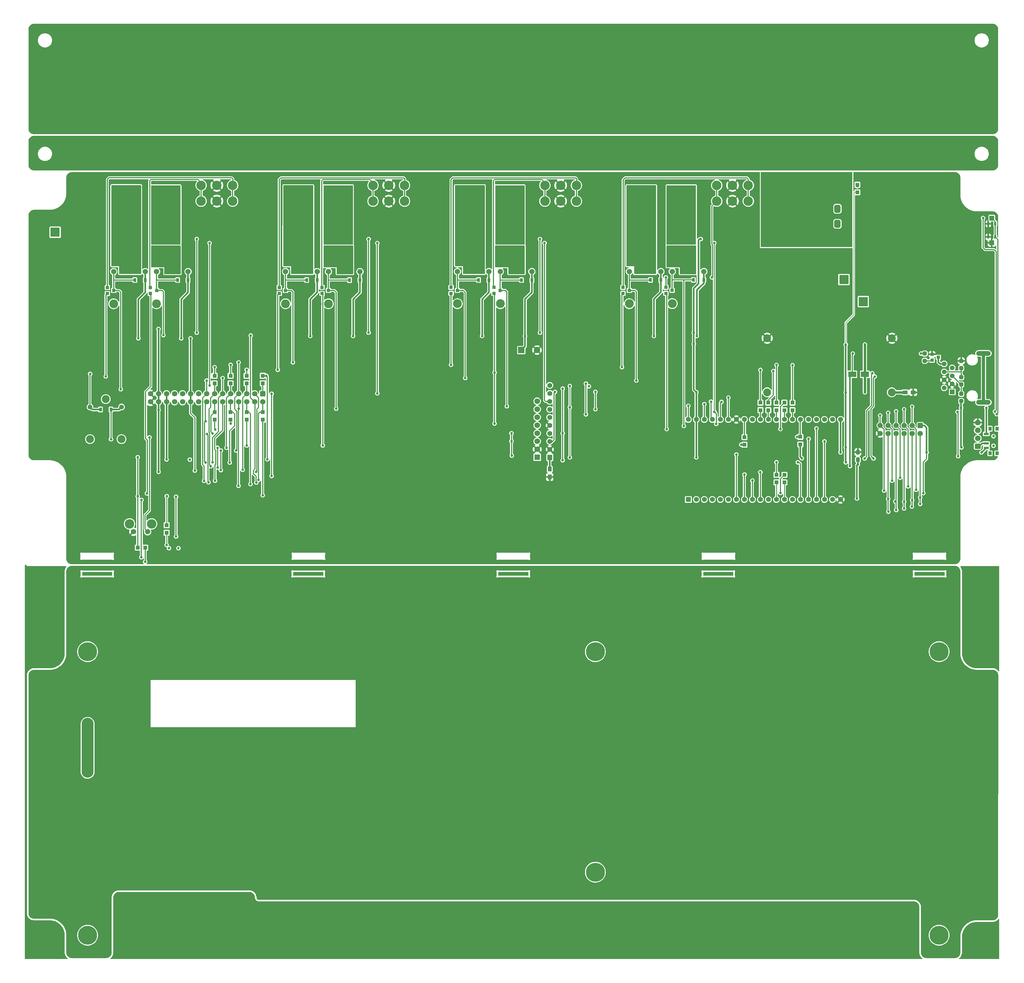
<source format=gbr>
%TF.GenerationSoftware,KiCad,Pcbnew,7.0.1*%
%TF.CreationDate,2024-04-02T15:52:51+09:00*%
%TF.ProjectId,Lift_Main_V5.0,4c696674-5f4d-4616-996e-5f56352e302e,rev?*%
%TF.SameCoordinates,Original*%
%TF.FileFunction,Copper,L2,Bot*%
%TF.FilePolarity,Positive*%
%FSLAX46Y46*%
G04 Gerber Fmt 4.6, Leading zero omitted, Abs format (unit mm)*
G04 Created by KiCad (PCBNEW 7.0.1) date 2024-04-02 15:52:51*
%MOMM*%
%LPD*%
G01*
G04 APERTURE LIST*
G04 Aperture macros list*
%AMRoundRect*
0 Rectangle with rounded corners*
0 $1 Rounding radius*
0 $2 $3 $4 $5 $6 $7 $8 $9 X,Y pos of 4 corners*
0 Add a 4 corners polygon primitive as box body*
4,1,4,$2,$3,$4,$5,$6,$7,$8,$9,$2,$3,0*
0 Add four circle primitives for the rounded corners*
1,1,$1+$1,$2,$3*
1,1,$1+$1,$4,$5*
1,1,$1+$1,$6,$7*
1,1,$1+$1,$8,$9*
0 Add four rect primitives between the rounded corners*
20,1,$1+$1,$2,$3,$4,$5,0*
20,1,$1+$1,$4,$5,$6,$7,0*
20,1,$1+$1,$6,$7,$8,$9,0*
20,1,$1+$1,$8,$9,$2,$3,0*%
G04 Aperture macros list end*
%TA.AperFunction,ComponentPad*%
%ADD10R,5.000000X5.000000*%
%TD*%
%TA.AperFunction,ComponentPad*%
%ADD11C,5.000000*%
%TD*%
%TA.AperFunction,ComponentPad*%
%ADD12C,2.800000*%
%TD*%
%TA.AperFunction,ComponentPad*%
%ADD13C,1.700000*%
%TD*%
%TA.AperFunction,ComponentPad*%
%ADD14R,2.000000X2.000000*%
%TD*%
%TA.AperFunction,ComponentPad*%
%ADD15C,2.000000*%
%TD*%
%TA.AperFunction,ComponentPad*%
%ADD16C,8.000000*%
%TD*%
%TA.AperFunction,ComponentPad*%
%ADD17C,1.560000*%
%TD*%
%TA.AperFunction,ComponentPad*%
%ADD18R,1.560000X1.800000*%
%TD*%
%TA.AperFunction,ComponentPad*%
%ADD19C,6.000000*%
%TD*%
%TA.AperFunction,ComponentPad*%
%ADD20C,3.000000*%
%TD*%
%TA.AperFunction,ComponentPad*%
%ADD21C,4.500000*%
%TD*%
%TA.AperFunction,ComponentPad*%
%ADD22C,13.500000*%
%TD*%
%TA.AperFunction,ComponentPad*%
%ADD23RoundRect,0.249900X0.675100X-0.600100X0.675100X0.600100X-0.675100X0.600100X-0.675100X-0.600100X0*%
%TD*%
%TA.AperFunction,ComponentPad*%
%ADD24O,1.850000X1.700000*%
%TD*%
%TA.AperFunction,ComponentPad*%
%ADD25R,1.500000X1.500000*%
%TD*%
%TA.AperFunction,ComponentPad*%
%ADD26C,1.500000*%
%TD*%
%TA.AperFunction,ComponentPad*%
%ADD27O,4.600000X1.500000*%
%TD*%
%TA.AperFunction,ComponentPad*%
%ADD28C,2.500000*%
%TD*%
%TA.AperFunction,ComponentPad*%
%ADD29RoundRect,0.250000X-0.600000X0.600000X-0.600000X-0.600000X0.600000X-0.600000X0.600000X0.600000X0*%
%TD*%
%TA.AperFunction,ComponentPad*%
%ADD30R,1.560000X1.560000*%
%TD*%
%TA.AperFunction,ComponentPad*%
%ADD31R,3.000000X3.000000*%
%TD*%
%TA.AperFunction,ComponentPad*%
%ADD32RoundRect,0.500000X0.500000X-0.750000X0.500000X0.750000X-0.500000X0.750000X-0.500000X-0.750000X0*%
%TD*%
%TA.AperFunction,WasherPad*%
%ADD33C,0.800000*%
%TD*%
%TA.AperFunction,ComponentPad*%
%ADD34O,3.800000X19.000000*%
%TD*%
%TA.AperFunction,ComponentPad*%
%ADD35R,1.800000X1.800000*%
%TD*%
%TA.AperFunction,ComponentPad*%
%ADD36C,1.800000*%
%TD*%
%TA.AperFunction,SMDPad,CuDef*%
%ADD37R,1.300000X1.300000*%
%TD*%
%TA.AperFunction,SMDPad,CuDef*%
%ADD38R,0.700000X1.100000*%
%TD*%
%TA.AperFunction,SMDPad,CuDef*%
%ADD39R,1.100000X1.000000*%
%TD*%
%TA.AperFunction,SMDPad,CuDef*%
%ADD40R,2.500000X1.800000*%
%TD*%
%TA.AperFunction,SMDPad,CuDef*%
%ADD41R,0.900000X1.200000*%
%TD*%
%TA.AperFunction,SMDPad,CuDef*%
%ADD42RoundRect,0.312500X0.312500X-0.437500X0.312500X0.437500X-0.312500X0.437500X-0.312500X-0.437500X0*%
%TD*%
%TA.AperFunction,SMDPad,CuDef*%
%ADD43RoundRect,0.325000X0.325000X-0.325000X0.325000X0.325000X-0.325000X0.325000X-0.325000X-0.325000X0*%
%TD*%
%TA.AperFunction,SMDPad,CuDef*%
%ADD44R,1.600000X0.800000*%
%TD*%
%TA.AperFunction,SMDPad,CuDef*%
%ADD45R,1.000000X1.200000*%
%TD*%
%TA.AperFunction,SMDPad,CuDef*%
%ADD46R,1.250000X1.500000*%
%TD*%
%TA.AperFunction,SMDPad,CuDef*%
%ADD47R,1.500000X1.500000*%
%TD*%
%TA.AperFunction,SMDPad,CuDef*%
%ADD48R,1.500000X1.250000*%
%TD*%
%TA.AperFunction,ViaPad*%
%ADD49C,0.800000*%
%TD*%
%TA.AperFunction,Conductor*%
%ADD50C,0.500000*%
%TD*%
%TA.AperFunction,Conductor*%
%ADD51C,0.300000*%
%TD*%
%TA.AperFunction,Conductor*%
%ADD52C,0.800000*%
%TD*%
%TA.AperFunction,Conductor*%
%ADD53C,0.250000*%
%TD*%
%TA.AperFunction,Conductor*%
%ADD54C,0.200000*%
%TD*%
%TA.AperFunction,Conductor*%
%ADD55C,1.000000*%
%TD*%
G04 APERTURE END LIST*
D10*
%TO.P,J5,1,Pin_1*%
%TO.N,Net-(J5-Pin_1)*%
X194670000Y-258570000D03*
D11*
%TO.P,J5,2,Pin_2*%
%TO.N,Net-(J5-Pin_2)*%
X207670000Y-258570000D03*
%TD*%
D12*
%TO.P,K8,1*%
%TO.N,GNDPWR*%
X91940000Y-291145000D03*
D13*
%TO.P,K8,2*%
%TO.N,LIFT-4-UP-LED*%
X81940000Y-280945000D03*
%TO.P,K8,6*%
%TO.N,+VDC*%
X91940000Y-280945000D03*
D12*
%TO.P,K8,7*%
%TO.N,Net-(J11-Pin_1)*%
X86940000Y-278445000D03*
%TO.P,K8,14*%
%TO.N,+12P*%
X81940000Y-291145000D03*
%TD*%
D14*
%TO.P,C12,1*%
%TO.N,+VDC*%
X211180000Y-305850000D03*
D15*
%TO.P,C12,2*%
%TO.N,GNDPWR*%
X216180000Y-305850000D03*
%TD*%
D16*
%TO.P,H1,1,1*%
%TO.N,GNDPWR*%
X182670000Y-346570000D03*
%TD*%
%TO.P,H5,1,1*%
%TO.N,GNDPWR*%
X73670000Y-346570000D03*
%TD*%
D17*
%TO.P,MO3,A0,A0*%
%TO.N,AI-1*%
X220220000Y-324660000D03*
%TO.P,MO3,A1,A1*%
%TO.N,AI-2*%
X220220000Y-322120000D03*
%TO.P,MO3,A2,A2*%
%TO.N,AI-3*%
X220220000Y-319580000D03*
%TO.P,MO3,A3,A3*%
%TO.N,AI-4*%
X220220000Y-317040000D03*
%TO.P,MO3,ADDR,ADDR*%
%TO.N,GNDPWR*%
X220220000Y-329740000D03*
%TO.P,MO3,ALRT,ALRT*%
%TO.N,unconnected-(MO3-PadALRT)*%
X220220000Y-327200000D03*
%TO.P,MO3,GND,GND*%
%TO.N,GNDPWR*%
X220220000Y-337360000D03*
%TO.P,MO3,SCL,SCL*%
%TO.N,SCL*%
X220220000Y-334820000D03*
%TO.P,MO3,SDA,SDA*%
%TO.N,SDA*%
X220220000Y-332280000D03*
D18*
%TO.P,MO3,VDD,VDD*%
%TO.N,+5P*%
X220220000Y-339900000D03*
%TD*%
D19*
%TO.P,H4,1,1*%
%TO.N,unconnected-(H4-Pad1)*%
X343670000Y-491570000D03*
%TD*%
D16*
%TO.P,H24,1,1*%
%TO.N,GND*%
X343670000Y-209540000D03*
%TD*%
D12*
%TO.P,K6,1*%
%TO.N,GNDPWR*%
X146440000Y-291145000D03*
D13*
%TO.P,K6,2*%
%TO.N,LIFT-3-UP-LED*%
X136440000Y-280945000D03*
%TO.P,K6,6*%
%TO.N,+VDC*%
X146440000Y-280945000D03*
D12*
%TO.P,K6,7*%
%TO.N,Net-(J8-Pin_1)*%
X141440000Y-278445000D03*
%TO.P,K6,14*%
%TO.N,+12P*%
X136440000Y-291145000D03*
%TD*%
D20*
%TO.P,J9,1,Pin_1*%
%TO.N,Net-(J9-Pin_1)*%
X174170000Y-258570000D03*
X174170000Y-253570000D03*
%TO.P,J9,2,Pin_2*%
%TO.N,GNDPWR*%
X169170000Y-258570000D03*
X169170000Y-253570000D03*
%TO.P,J9,3,Pin_3*%
%TO.N,Net-(J9-Pin_3)*%
X164170000Y-258570000D03*
X164170000Y-253570000D03*
%TD*%
D16*
%TO.P,H15,1,1*%
%TO.N,GND*%
X73670000Y-209540000D03*
%TD*%
%TO.P,H4,1,1*%
%TO.N,GNDPWR*%
X182670000Y-256570000D03*
%TD*%
%TO.P,H6,1,1*%
%TO.N,GNDPWR*%
X237170000Y-256570000D03*
%TD*%
%TO.P,H20,1,1*%
%TO.N,GND2*%
X182670000Y-243570000D03*
%TD*%
D21*
%TO.P,J2,1,Pin_1*%
%TO.N,GNDPWR*%
X324320000Y-268170000D03*
X331820000Y-268170000D03*
D22*
X328070000Y-261370000D03*
D21*
X324320000Y-254570000D03*
X331820000Y-254570000D03*
%TD*%
D20*
%TO.P,SW2,*%
%TO.N,*%
X93970000Y-361010000D03*
X86970000Y-361010000D03*
D13*
%TO.P,SW2,1,1*%
%TO.N,FACTORY*%
X92720000Y-363510000D03*
%TO.P,SW2,2,2*%
%TO.N,GNDPWR*%
X88220000Y-363510000D03*
%TD*%
D16*
%TO.P,H9,1,1*%
%TO.N,GNDPWR*%
X128170000Y-256570000D03*
%TD*%
D12*
%TO.P,K3,1*%
%TO.N,GNDPWR*%
X269070000Y-291095000D03*
D13*
%TO.P,K3,2*%
%TO.N,LIFT-1-DOWN-LED*%
X259070000Y-280895000D03*
%TO.P,K3,6*%
%TO.N,+VDC*%
X269070000Y-280895000D03*
D12*
%TO.P,K3,7*%
%TO.N,Net-(K3-Pad7)*%
X264070000Y-278395000D03*
%TO.P,K3,14*%
%TO.N,+12P*%
X259070000Y-291095000D03*
%TD*%
D16*
%TO.P,H11,1,1*%
%TO.N,GNDPWR*%
X343670000Y-256570000D03*
%TD*%
D23*
%TO.P,J7,1,Pin_1*%
%TO.N,Net-(J7-Pin_1)*%
X355920000Y-336340000D03*
D24*
%TO.P,J7,2,Pin_2*%
%TO.N,/Tx0*%
X355920000Y-333840000D03*
%TO.P,J7,3,Pin_3*%
%TO.N,/Rx0*%
X355920000Y-331340000D03*
%TO.P,J7,4,Pin_4*%
%TO.N,GNDPWR*%
X355920000Y-328840000D03*
%TD*%
D25*
%TO.P,J13,1*%
%TO.N,unconnected-(J13-Pad1)*%
X347830000Y-319107500D03*
D26*
%TO.P,J13,2*%
%TO.N,unconnected-(J13-Pad2)*%
X345290000Y-317837500D03*
%TO.P,J13,3*%
%TO.N,GNDPWR*%
X347830000Y-316567500D03*
%TO.P,J13,4*%
X345290000Y-315297500D03*
%TO.P,J13,5*%
%TO.N,/485-A*%
X347830000Y-314027500D03*
%TO.P,J13,6*%
%TO.N,/485-B*%
X345290000Y-312757500D03*
%TO.P,J13,7*%
%TO.N,Net-(D4-A)*%
X347830000Y-311487500D03*
%TO.P,J13,8*%
%TO.N,Net-(Q2-C)*%
X345290000Y-310217500D03*
D27*
%TO.P,J13,SH*%
%TO.N,unconnected-(J13-PadSH)*%
X357730000Y-322432500D03*
X357730000Y-306907500D03*
%TD*%
D16*
%TO.P,H19,1,1*%
%TO.N,GNDPWR*%
X182670000Y-276570000D03*
%TD*%
D20*
%TO.P,J6,1,Pin_1*%
%TO.N,Net-(J6-Pin_1)*%
X228670000Y-258570000D03*
X228670000Y-253570000D03*
%TO.P,J6,2,Pin_2*%
%TO.N,GNDPWR*%
X223670000Y-258570000D03*
X223670000Y-253570000D03*
%TO.P,J6,3,Pin_3*%
%TO.N,Net-(J6-Pin_3)*%
X218670000Y-258570000D03*
X218670000Y-253570000D03*
%TD*%
D12*
%TO.P,K5,1*%
%TO.N,GNDPWR*%
X214540000Y-291125000D03*
D13*
%TO.P,K5,2*%
%TO.N,LIFT-2-DOWN-LED*%
X204540000Y-280925000D03*
%TO.P,K5,6*%
%TO.N,+VDC*%
X214540000Y-280925000D03*
D12*
%TO.P,K5,7*%
%TO.N,Net-(K5-Pad7)*%
X209540000Y-278425000D03*
%TO.P,K5,14*%
%TO.N,+12P*%
X204540000Y-291125000D03*
%TD*%
D21*
%TO.P,J1,1,Pin_1*%
%TO.N,Net-(J1-Pin_1)*%
X294320000Y-268170000D03*
X301820000Y-268170000D03*
D22*
X298070000Y-261370000D03*
D21*
X294320000Y-254570000D03*
X301820000Y-254570000D03*
%TD*%
D28*
%TO.P,MO1,IN+,IN+*%
%TO.N,Net-(D1-K)*%
X328655000Y-319242500D03*
%TO.P,MO1,IN-,IN-*%
%TO.N,GNDPWR*%
X328705000Y-302092500D03*
%TO.P,MO1,OUT+,OUT+*%
%TO.N,+5P*%
X289155000Y-319242500D03*
%TO.P,MO1,OUT-,OUT-*%
%TO.N,GNDPWR*%
X289155000Y-302092500D03*
%TD*%
D29*
%TO.P,J10,1,Pin_1*%
%TO.N,LIFT-4-UP-SW*%
X129170000Y-319717495D03*
D13*
%TO.P,J10,2,Pin_2*%
%TO.N,LIFT-4-DOWN-SW*%
X129170000Y-322257495D03*
%TO.P,J10,3,Pin_3*%
%TO.N,LIFT-4-UP-LED*%
X126630000Y-319717495D03*
%TO.P,J10,4,Pin_4*%
%TO.N,LIFT-4-DOWN-LED*%
X126630000Y-322257495D03*
%TO.P,J10,5,Pin_5*%
%TO.N,LIFT-3-UP-SW*%
X124090000Y-319717495D03*
%TO.P,J10,6,Pin_6*%
%TO.N,LIFT-3-DOWN-SW*%
X124090000Y-322257495D03*
%TO.P,J10,7,Pin_7*%
%TO.N,LIFT-3-UP-LED*%
X121550000Y-319717495D03*
%TO.P,J10,8,Pin_8*%
%TO.N,LIFT-3-DOWN-LED*%
X121550000Y-322257495D03*
%TO.P,J10,9,Pin_9*%
%TO.N,LIFT-2-UP-SW*%
X119010000Y-319717495D03*
%TO.P,J10,10,Pin_10*%
%TO.N,LIFT-2-DOWN-SW*%
X119010000Y-322257495D03*
%TO.P,J10,11,Pin_11*%
%TO.N,LIFT-2-UP-LED*%
X116470000Y-319717495D03*
%TO.P,J10,12,Pin_12*%
%TO.N,LIFT-2-DOWN-LED*%
X116470000Y-322257495D03*
%TO.P,J10,13,Pin_13*%
%TO.N,LIFT-1-UP-SW*%
X113930000Y-319717495D03*
%TO.P,J10,14,Pin_14*%
%TO.N,LIFT-1-DOWN-SW*%
X113930000Y-322257495D03*
%TO.P,J10,15,Pin_15*%
%TO.N,LIFT-1-UP-LED*%
X111390000Y-319717495D03*
%TO.P,J10,16,Pin_16*%
%TO.N,LIFT-1-DOWN-LED*%
X111390000Y-322257495D03*
%TO.P,J10,17,Pin_17*%
%TO.N,unconnected-(J10-Pin_17-Pad17)*%
X108850000Y-319717495D03*
%TO.P,J10,18,Pin_18*%
%TO.N,unconnected-(J10-Pin_18-Pad18)*%
X108850000Y-322257495D03*
%TO.P,J10,19,Pin_19*%
%TO.N,+VDC*%
X106310000Y-319717495D03*
%TO.P,J10,20,Pin_20*%
X106310000Y-322257495D03*
%TO.P,J10,21,Pin_21*%
%TO.N,unconnected-(J10-Pin_21-Pad21)*%
X103770000Y-319717495D03*
%TO.P,J10,22,Pin_22*%
%TO.N,unconnected-(J10-Pin_22-Pad22)*%
X103770000Y-322257495D03*
%TO.P,J10,23,Pin_23*%
%TO.N,unconnected-(J10-Pin_23-Pad23)*%
X101230000Y-319717495D03*
%TO.P,J10,24,Pin_24*%
%TO.N,unconnected-(J10-Pin_24-Pad24)*%
X101230000Y-322257495D03*
%TO.P,J10,25,Pin_25*%
%TO.N,+12VA*%
X98690000Y-319717495D03*
%TO.P,J10,26,Pin_26*%
X98690000Y-322257495D03*
%TO.P,J10,27,Pin_27*%
%TO.N,+12P*%
X96150000Y-319717495D03*
%TO.P,J10,28,Pin_28*%
X96150000Y-322257495D03*
%TO.P,J10,29,Pin_29*%
%TO.N,GNDPWR*%
X93610000Y-319717495D03*
%TO.P,J10,30,Pin_30*%
X93610000Y-322257495D03*
%TD*%
D30*
%TO.P,U13,1,IO_13*%
%TO.N,WiFi_LED*%
X264150000Y-353270000D03*
D17*
%TO.P,U13,2,IO_14*%
%TO.N,SW_1*%
X266690000Y-353270000D03*
%TO.P,U13,3,IO_21*%
%TO.N,SW_2*%
X269230000Y-353270000D03*
%TO.P,U13,4,IO_47*%
%TO.N,SW_3*%
X271770000Y-353270000D03*
%TO.P,U13,5,IO_48*%
%TO.N,SW_4*%
X274310000Y-353270000D03*
%TO.P,U13,6,IO_45*%
%TO.N,SW_5*%
X276850000Y-353270000D03*
%TO.P,U13,7,IO_00*%
%TO.N,BOOT*%
X279390000Y-353270000D03*
%TO.P,U13,8,IO_35*%
%TO.N,ENABLE*%
X281930000Y-353270000D03*
%TO.P,U13,9,IO_36*%
%TO.N,RO*%
X284470000Y-353270000D03*
%TO.P,U13,10,IO_37*%
%TO.N,DI*%
X287010000Y-353270000D03*
%TO.P,U13,11,IO_38*%
%TO.N,Net-(SW1-B)*%
X289550000Y-353270000D03*
%TO.P,U13,12,IO_39*%
%TO.N,LIFT-4-UP-CPU*%
X292090000Y-353270000D03*
%TO.P,U13,13,IO_40*%
%TO.N,LIFT-4-DOWN-CPU*%
X294630000Y-353270000D03*
%TO.P,U13,14,IO_41*%
%TO.N,unconnected-(U13-IO_41-Pad14)*%
X297170000Y-353270000D03*
%TO.P,U13,15,IO_42/SDA*%
%TO.N,SDA*%
X299710000Y-353270000D03*
%TO.P,U13,16,RxD0*%
%TO.N,/Tx0*%
X302250000Y-353270000D03*
%TO.P,U13,17,TxD0*%
%TO.N,/Rx0*%
X304790000Y-353270000D03*
%TO.P,U13,18,IO_2/SCL*%
%TO.N,SCL*%
X307330000Y-353270000D03*
%TO.P,U13,19,IO_01*%
%TO.N,unconnected-(U13-IO_01-Pad19)*%
X309870000Y-353270000D03*
%TO.P,U13,20,GND*%
%TO.N,GNDPWR*%
X312410000Y-353270000D03*
%TO.P,U13,21,3.3V*%
%TO.N,3.3V*%
X312410000Y-327870000D03*
%TO.P,U13,22,EN*%
%TO.N,DP_RST*%
X309870000Y-327870000D03*
%TO.P,U13,23,IO_04*%
%TO.N,AI-1*%
X307330000Y-327870000D03*
%TO.P,U13,24,IO_05*%
%TO.N,AI-2*%
X304790000Y-327870000D03*
%TO.P,U13,25,IO_06*%
%TO.N,AI-3*%
X302250000Y-327870000D03*
%TO.P,U13,26,IO_07*%
%TO.N,FACTORY*%
X299710000Y-327870000D03*
%TO.P,U13,27,IO_15*%
%TO.N,LIFT-1-UP-CPU*%
X297170000Y-327870000D03*
%TO.P,U13,28,IO_16*%
%TO.N,LIFT-1-DOWN-CPU*%
X294630000Y-327870000D03*
%TO.P,U13,29,IO_17*%
%TO.N,LIFT-2-UP-CPU*%
X292090000Y-327870000D03*
%TO.P,U13,30,IO_18*%
%TO.N,LIFT-2-DOWN-CPU*%
X289550000Y-327870000D03*
%TO.P,U13,31,IO_08*%
%TO.N,LIFT-3-UP-CPU*%
X287010000Y-327870000D03*
%TO.P,U13,32,IO_19*%
%TO.N,AI-4*%
X284470000Y-327870000D03*
%TO.P,U13,33,IO_20*%
%TO.N,LIFT-3-DOWN-CPU*%
X281930000Y-327870000D03*
%TO.P,U13,34,IO_03*%
%TO.N,GNDPWR*%
X279390000Y-327870000D03*
%TO.P,U13,35,IO_46*%
%TO.N,Net-(U13-IO_46)*%
X276850000Y-327870000D03*
%TO.P,U13,36,IO_09*%
%TO.N,DP_D{slash}C*%
X274310000Y-327870000D03*
%TO.P,U13,37,IO_10*%
%TO.N,DP_CS*%
X271770000Y-327870000D03*
%TO.P,U13,38,IO_11*%
%TO.N,DP_SCL*%
X269230000Y-327870000D03*
%TO.P,U13,39,VIN*%
%TO.N,+5P*%
X266690000Y-327870000D03*
%TO.P,U13,40,IO_12*%
%TO.N,DP_SDA*%
X264150000Y-327870000D03*
%TD*%
D19*
%TO.P,H7,1,1*%
%TO.N,N/C*%
X234669999Y-471570000D03*
%TD*%
D10*
%TO.P,J3,1,Pin_1*%
%TO.N,Net-(J3-Pin_1)*%
X249170000Y-258570000D03*
D11*
%TO.P,J3,2,Pin_2*%
%TO.N,Net-(J3-Pin_2)*%
X262170000Y-258570000D03*
%TD*%
D12*
%TO.P,K1,1*%
%TO.N,GNDPWR*%
X255445000Y-291120000D03*
D13*
%TO.P,K1,2*%
%TO.N,LIFT-1-UP-LED*%
X245445000Y-280920000D03*
%TO.P,K1,6*%
%TO.N,+VDC*%
X255445000Y-280920000D03*
D12*
%TO.P,K1,7*%
%TO.N,Net-(J3-Pin_1)*%
X250445000Y-278420000D03*
%TO.P,K1,14*%
%TO.N,+12P*%
X245445000Y-291120000D03*
%TD*%
D31*
%TO.P,C10,1*%
%TO.N,+12P*%
X63370000Y-268420000D03*
D20*
%TO.P,C10,2*%
%TO.N,GNDPWR*%
X70370000Y-268420000D03*
%TD*%
D10*
%TO.P,J8,1,Pin_1*%
%TO.N,Net-(J8-Pin_1)*%
X140170000Y-258570000D03*
D11*
%TO.P,J8,2,Pin_2*%
%TO.N,Net-(J8-Pin_2)*%
X153170000Y-258570000D03*
%TD*%
D16*
%TO.P,H25,1,1*%
%TO.N,GND2*%
X343670000Y-243570000D03*
%TD*%
%TO.P,H17,1,1*%
%TO.N,GND*%
X182670000Y-209540000D03*
%TD*%
%TO.P,H16,1,1*%
%TO.N,GND*%
X128170000Y-209540000D03*
%TD*%
D12*
%TO.P,K4,1*%
%TO.N,GNDPWR*%
X200940000Y-291125000D03*
D13*
%TO.P,K4,2*%
%TO.N,LIFT-2-UP-LED*%
X190940000Y-280925000D03*
%TO.P,K4,6*%
%TO.N,+VDC*%
X200940000Y-280925000D03*
D12*
%TO.P,K4,7*%
%TO.N,Net-(J5-Pin_1)*%
X195940000Y-278425000D03*
%TO.P,K4,14*%
%TO.N,+12P*%
X190940000Y-291125000D03*
%TD*%
D31*
%TO.P,C20,1*%
%TO.N,+12P*%
X319645000Y-290470000D03*
D20*
%TO.P,C20,2*%
%TO.N,GNDPWR*%
X319645000Y-283470000D03*
%TD*%
D29*
%TO.P,J15,A1,Pin_1*%
%TO.N,3.3V*%
X337680000Y-329747500D03*
D13*
%TO.P,J15,A2,Pin_2*%
%TO.N,DP_D{slash}C*%
X335140000Y-329747500D03*
%TO.P,J15,A3,Pin_3*%
%TO.N,DP_CS*%
X332600000Y-329747500D03*
%TO.P,J15,A4,Pin_4*%
%TO.N,DP_SCL*%
X330060000Y-329747500D03*
%TO.P,J15,A5,Pin_5*%
%TO.N,DP_SDA*%
X327520000Y-329747500D03*
%TO.P,J15,A6,Pin_6*%
%TO.N,DP_RST*%
X324980000Y-329747500D03*
%TO.P,J15,B1,Pin_7*%
%TO.N,SW_5*%
X337680000Y-332287500D03*
%TO.P,J15,B2,Pin_8*%
%TO.N,SW_4*%
X335140000Y-332287500D03*
%TO.P,J15,B3,Pin_9*%
%TO.N,SW_3*%
X332600000Y-332287500D03*
%TO.P,J15,B4,Pin_10*%
%TO.N,SW_2*%
X330060000Y-332287500D03*
%TO.P,J15,B5,Pin_11*%
%TO.N,SW_1*%
X327520000Y-332287500D03*
%TO.P,J15,B6,Pin_12*%
%TO.N,GNDPWR*%
X324980000Y-332287500D03*
%TD*%
D19*
%TO.P,H10,1,1*%
%TO.N,unconnected-(H10-Pad1)*%
X73669999Y-401570000D03*
%TD*%
%TO.P,H11,1,1*%
%TO.N,unconnected-(H11-Pad1)*%
X73669999Y-491570000D03*
%TD*%
D32*
%TO.P,F1,1*%
%TO.N,+12P*%
X311445000Y-265780000D03*
X311445000Y-260990000D03*
%TO.P,F1,2*%
%TO.N,Net-(J1-Pin_1)*%
X312445000Y-256550000D03*
X312445000Y-251760000D03*
%TD*%
D16*
%TO.P,H10,1,1*%
%TO.N,GNDPWR*%
X343670000Y-346570000D03*
%TD*%
D33*
%TO.P,SW1,*%
%TO.N,*%
X102480000Y-368730000D03*
X99480000Y-368730000D03*
%TD*%
D10*
%TO.P,J11,1,Pin_1*%
%TO.N,Net-(J11-Pin_1)*%
X85670000Y-258570000D03*
D11*
%TO.P,J11,2,Pin_2*%
%TO.N,Net-(J11-Pin_2)*%
X98670000Y-258570000D03*
%TD*%
D20*
%TO.P,J4,1,Pin_1*%
%TO.N,Net-(J4-Pin_1)*%
X283170000Y-258570000D03*
X283170000Y-253570000D03*
%TO.P,J4,2,Pin_2*%
%TO.N,GNDPWR*%
X278170000Y-258570000D03*
X278170000Y-253570000D03*
%TO.P,J4,3,Pin_3*%
%TO.N,Net-(J4-Pin_3)*%
X273170000Y-258570000D03*
X273170000Y-253570000D03*
%TD*%
D16*
%TO.P,H13,1,1*%
%TO.N,GND2*%
X73670000Y-243570000D03*
%TD*%
%TO.P,H3,1,1*%
%TO.N,GNDPWR*%
X73670000Y-256570000D03*
%TD*%
%TO.P,H18,1,1*%
%TO.N,GND*%
X182670000Y-229540000D03*
%TD*%
D28*
%TO.P,K2,1*%
%TO.N,unconnected-(K2-Pad1)*%
X84430000Y-334100000D03*
D26*
%TO.P,K2,2*%
%TO.N,Net-(D4-A)*%
X74430000Y-323900000D03*
%TO.P,K2,6*%
%TO.N,+12P*%
X84430000Y-323900000D03*
D28*
%TO.P,K2,7*%
%TO.N,+12VA*%
X79430000Y-321400000D03*
%TO.P,K2,14*%
%TO.N,+12P*%
X74430000Y-334100000D03*
%TD*%
D34*
%TO.P,,1,Pin_1*%
%TO.N,N/C*%
X73679999Y-432090001D03*
%TD*%
D12*
%TO.P,K9,1*%
%TO.N,GNDPWR*%
X105540000Y-291145000D03*
D13*
%TO.P,K9,2*%
%TO.N,LIFT-4-DOWN-LED*%
X95540000Y-280945000D03*
%TO.P,K9,6*%
%TO.N,+VDC*%
X105540000Y-280945000D03*
D12*
%TO.P,K9,7*%
%TO.N,Net-(K9-Pad7)*%
X100540000Y-278445000D03*
%TO.P,K9,14*%
%TO.N,+12P*%
X95540000Y-291145000D03*
%TD*%
%TO.P,K7,1*%
%TO.N,GNDPWR*%
X160040000Y-291145000D03*
D13*
%TO.P,K7,2*%
%TO.N,LIFT-3-DOWN-LED*%
X150040000Y-280945000D03*
%TO.P,K7,6*%
%TO.N,+VDC*%
X160040000Y-280945000D03*
D12*
%TO.P,K7,7*%
%TO.N,Net-(K7-Pad7)*%
X155040000Y-278445000D03*
%TO.P,K7,14*%
%TO.N,+12P*%
X150040000Y-291145000D03*
%TD*%
D19*
%TO.P,H5,1,1*%
%TO.N,unconnected-(H5-Pad1)*%
X343670000Y-401570000D03*
%TD*%
D20*
%TO.P,J12,1,Pin_1*%
%TO.N,Net-(J12-Pin_1)*%
X119670000Y-258560000D03*
X119670000Y-253560000D03*
%TO.P,J12,2,Pin_2*%
%TO.N,GNDPWR*%
X114670000Y-258560000D03*
X114670000Y-253560000D03*
%TO.P,J12,3,Pin_3*%
%TO.N,Net-(J12-Pin_3)*%
X109670000Y-258560000D03*
X109670000Y-253560000D03*
%TD*%
D19*
%TO.P,H1,1,1*%
%TO.N,N/C*%
X234669999Y-401570001D03*
%TD*%
D31*
%TO.P,C18,1*%
%TO.N,+12P*%
X313495000Y-283470000D03*
D20*
%TO.P,C18,2*%
%TO.N,GNDPWR*%
X313495000Y-290470000D03*
%TD*%
D35*
%TO.P,U6,1,VCC*%
%TO.N,+5P*%
X216237500Y-339860000D03*
D36*
%TO.P,U6,2,GND*%
%TO.N,GNDPWR*%
X216237500Y-337320000D03*
%TO.P,U6,3,SCL*%
%TO.N,SCL*%
X216237500Y-334780000D03*
%TO.P,U6,4,SDA*%
%TO.N,SDA*%
X216237500Y-332240000D03*
%TO.P,U6,5,XDA*%
%TO.N,unconnected-(U6-XDA-Pad5)*%
X216237500Y-329700000D03*
%TO.P,U6,6,XCL*%
%TO.N,unconnected-(U6-XCL-Pad6)*%
X216237500Y-327160000D03*
%TO.P,U6,7,ADO*%
%TO.N,unconnected-(U6-ADO-Pad7)*%
X216237500Y-324620000D03*
%TO.P,U6,8,INT*%
%TO.N,Net-(U13-IO_46)*%
X216237500Y-322080000D03*
%TD*%
D16*
%TO.P,H22,1,1*%
%TO.N,GND*%
X237170000Y-209540000D03*
%TD*%
D37*
%TO.P,R10,1*%
%TO.N,+5P*%
X89570000Y-368560000D03*
%TO.P,R10,2*%
%TO.N,Net-(D6-A)*%
X91970000Y-368560000D03*
%TD*%
D38*
%TO.P,SW7,1,1*%
%TO.N,GNDPWR*%
X359280000Y-265750000D03*
X359280000Y-269950000D03*
%TO.P,SW7,2,2*%
%TO.N,DP_RST*%
X361480000Y-265750000D03*
X361480000Y-269950000D03*
%TD*%
D39*
%TO.P,Q9,1,B*%
%TO.N,Net-(Q9-B)*%
X202515000Y-287845000D03*
%TO.P,Q9,2,E*%
%TO.N,Net-(J6-Pin_3)*%
X202515000Y-285945000D03*
%TO.P,Q9,3,C*%
%TO.N,LIFT-2-DOWN-LED*%
X204515000Y-286895000D03*
%TD*%
D37*
%TO.P,R19,1*%
%TO.N,+5P*%
X98740000Y-361430000D03*
%TO.P,R19,2*%
%TO.N,Net-(SW1-A)*%
X98740000Y-363830000D03*
%TD*%
D40*
%TO.P,D1,1,A*%
%TO.N,+12VA*%
X316150000Y-313530000D03*
%TO.P,D1,2,K*%
%TO.N,Net-(D1-K)*%
X320150000Y-313530000D03*
%TD*%
D37*
%TO.P,R22,1*%
%TO.N,Net-(Q10-B)*%
X124100000Y-314000000D03*
%TO.P,R22,2*%
%TO.N,LIFT-3-UP-SW*%
X124100000Y-316400000D03*
%TD*%
%TO.P,R25,1*%
%TO.N,Net-(Q14-B)*%
X129200000Y-314000000D03*
%TO.P,R25,2*%
%TO.N,LIFT-4-UP-SW*%
X129200000Y-316400000D03*
%TD*%
%TO.P,R2,1*%
%TO.N,Net-(Q1-B)*%
X297170000Y-322520000D03*
%TO.P,R2,2*%
%TO.N,LIFT-1-UP-CPU*%
X297170000Y-324920000D03*
%TD*%
D39*
%TO.P,Q14,1,B*%
%TO.N,Net-(Q14-B)*%
X79940000Y-287875000D03*
%TO.P,Q14,2,E*%
%TO.N,Net-(J12-Pin_1)*%
X79940000Y-285975000D03*
%TO.P,Q14,3,C*%
%TO.N,LIFT-4-UP-LED*%
X81940000Y-286925000D03*
%TD*%
D41*
%TO.P,D12,1,A*%
%TO.N,LIFT-4-DOWN-LED*%
X102230000Y-283620000D03*
%TO.P,D12,2,K*%
%TO.N,+VDC*%
X105530000Y-283620000D03*
%TD*%
%TO.P,D10,1,A*%
%TO.N,LIFT-3-DOWN-LED*%
X156740000Y-283625000D03*
%TO.P,D10,2,K*%
%TO.N,+VDC*%
X160040000Y-283625000D03*
%TD*%
D37*
%TO.P,R5,1*%
%TO.N,Net-(Q1-B)*%
X113940000Y-314000000D03*
%TO.P,R5,2*%
%TO.N,LIFT-1-UP-SW*%
X113940000Y-316400000D03*
%TD*%
D41*
%TO.P,D7,1,A*%
%TO.N,LIFT-2-UP-LED*%
X197650000Y-283600000D03*
%TO.P,D7,2,K*%
%TO.N,+VDC*%
X200950000Y-283600000D03*
%TD*%
D37*
%TO.P,R7,1*%
%TO.N,Net-(Q5-B)*%
X294620000Y-322530000D03*
%TO.P,R7,2*%
%TO.N,LIFT-1-DOWN-CPU*%
X294620000Y-324930000D03*
%TD*%
D42*
%TO.P,C21,1*%
%TO.N,+5P*%
X317930000Y-340640000D03*
%TO.P,C21,2*%
%TO.N,GNDPWR*%
X317930000Y-338240000D03*
%TD*%
D39*
%TO.P,Q5,1,B*%
%TO.N,Net-(Q5-B)*%
X257020000Y-287825000D03*
%TO.P,Q5,2,E*%
%TO.N,Net-(J4-Pin_3)*%
X257020000Y-285925000D03*
%TO.P,Q5,3,C*%
%TO.N,LIFT-1-DOWN-LED*%
X259020000Y-286875000D03*
%TD*%
D43*
%TO.P,R4,1*%
%TO.N,/485-B*%
X350685000Y-311577500D03*
%TO.P,R4,2*%
%TO.N,GNDPWR*%
X350685000Y-309277500D03*
%TD*%
D39*
%TO.P,Q6,1,B*%
%TO.N,Net-(Q6-B)*%
X188940000Y-287845000D03*
%TO.P,Q6,2,E*%
%TO.N,Net-(J6-Pin_1)*%
X188940000Y-285945000D03*
%TO.P,Q6,3,C*%
%TO.N,LIFT-2-UP-LED*%
X190940000Y-286895000D03*
%TD*%
D37*
%TO.P,R26,1*%
%TO.N,Net-(Q17-B)*%
X129180000Y-327950000D03*
%TO.P,R26,2*%
%TO.N,LIFT-4-DOWN-SW*%
X129180000Y-325550000D03*
%TD*%
%TO.P,R21,1*%
%TO.N,Net-(Q13-B)*%
X281970000Y-335870000D03*
%TO.P,R21,2*%
%TO.N,LIFT-3-DOWN-CPU*%
X281970000Y-333470000D03*
%TD*%
D43*
%TO.P,R6,1*%
%TO.N,/485-A*%
X350685000Y-316777500D03*
%TO.P,R6,2*%
%TO.N,/485-B*%
X350685000Y-314477500D03*
%TD*%
D39*
%TO.P,Q1,1,B*%
%TO.N,Net-(Q1-B)*%
X243445000Y-287845000D03*
%TO.P,Q1,2,E*%
%TO.N,Net-(J4-Pin_1)*%
X243445000Y-285945000D03*
%TO.P,Q1,3,C*%
%TO.N,LIFT-1-UP-LED*%
X245445000Y-286895000D03*
%TD*%
D33*
%TO.P,SW3,*%
%TO.N,*%
X360920000Y-336200000D03*
X360920000Y-333200000D03*
D44*
%TO.P,SW3,1,A*%
%TO.N,+5P*%
X358620000Y-332450000D03*
%TO.P,SW3,2,B*%
%TO.N,Net-(J7-Pin_1)*%
X358620000Y-335450000D03*
%TO.P,SW3,3,C*%
%TO.N,3.3V*%
X358620000Y-336900000D03*
D45*
%TO.P,SW3,4*%
%TO.N,N/C*%
X359820000Y-338600000D03*
X362020000Y-338600000D03*
X359820000Y-330800000D03*
X362020000Y-330800000D03*
%TD*%
D41*
%TO.P,D11,1,A*%
%TO.N,LIFT-4-UP-LED*%
X88640000Y-283610000D03*
%TO.P,D11,2,K*%
%TO.N,+VDC*%
X91940000Y-283610000D03*
%TD*%
D46*
%TO.P,C5,1*%
%TO.N,GNDPWR*%
X220210000Y-346110000D03*
%TO.P,C5,2*%
%TO.N,+5P*%
X220210000Y-343610000D03*
%TD*%
D47*
%TO.P,SW4,1,1*%
%TO.N,DP_RST*%
X360380000Y-263950000D03*
%TO.P,SW4,2,2*%
%TO.N,GNDPWR*%
X360380000Y-271750000D03*
%TD*%
D41*
%TO.P,D5,1,A*%
%TO.N,LIFT-1-DOWN-LED*%
X265770000Y-283560000D03*
%TO.P,D5,2,K*%
%TO.N,+VDC*%
X269070000Y-283560000D03*
%TD*%
D37*
%TO.P,R11,1*%
%TO.N,Net-(Q6-B)*%
X292120000Y-322520000D03*
%TO.P,R11,2*%
%TO.N,LIFT-2-UP-CPU*%
X292120000Y-324920000D03*
%TD*%
D41*
%TO.P,D3,1,A*%
%TO.N,LIFT-1-UP-LED*%
X252150000Y-283590000D03*
%TO.P,D3,2,K*%
%TO.N,+VDC*%
X255450000Y-283590000D03*
%TD*%
D39*
%TO.P,Q2,1,B*%
%TO.N,Net-(Q2-B)*%
X341430000Y-309050000D03*
%TO.P,Q2,2,E*%
%TO.N,GNDPWR*%
X341430000Y-307150000D03*
%TO.P,Q2,3,C*%
%TO.N,Net-(Q2-C)*%
X343430000Y-308100000D03*
%TD*%
D37*
%TO.P,R27,1*%
%TO.N,Net-(Q17-B)*%
X294630000Y-345430000D03*
%TO.P,R27,2*%
%TO.N,LIFT-4-DOWN-CPU*%
X294630000Y-347830000D03*
%TD*%
D48*
%TO.P,C1,1*%
%TO.N,GNDPWR*%
X335450000Y-319242500D03*
%TO.P,C1,2*%
%TO.N,Net-(D1-K)*%
X332950000Y-319242500D03*
%TD*%
D41*
%TO.P,D9,1,A*%
%TO.N,LIFT-3-UP-LED*%
X143140000Y-283610000D03*
%TO.P,D9,2,K*%
%TO.N,+VDC*%
X146440000Y-283610000D03*
%TD*%
D37*
%TO.P,R3,1*%
%TO.N,+5P*%
X317745000Y-255770000D03*
%TO.P,R3,2*%
%TO.N,Net-(D2-A)*%
X317745000Y-253370000D03*
%TD*%
%TO.P,R17,1*%
%TO.N,Net-(Q10-B)*%
X287020000Y-322520000D03*
%TO.P,R17,2*%
%TO.N,LIFT-3-UP-CPU*%
X287020000Y-324920000D03*
%TD*%
%TO.P,R18,1*%
%TO.N,Net-(Q6-B)*%
X119020000Y-314000000D03*
%TO.P,R18,2*%
%TO.N,LIFT-2-UP-SW*%
X119020000Y-316400000D03*
%TD*%
D43*
%TO.P,R30,1*%
%TO.N,Net-(Q2-B)*%
X339130000Y-309250000D03*
%TO.P,R30,2*%
%TO.N,+12VA*%
X339130000Y-306950000D03*
%TD*%
D39*
%TO.P,Q13,1,B*%
%TO.N,Net-(Q13-B)*%
X148040000Y-287870000D03*
%TO.P,Q13,2,E*%
%TO.N,Net-(J9-Pin_3)*%
X148040000Y-285970000D03*
%TO.P,Q13,3,C*%
%TO.N,LIFT-3-DOWN-LED*%
X150040000Y-286920000D03*
%TD*%
D43*
%TO.P,R8,1*%
%TO.N,+5P*%
X350685000Y-322027500D03*
%TO.P,R8,2*%
%TO.N,/485-A*%
X350685000Y-319727500D03*
%TD*%
D41*
%TO.P,D8,1,A*%
%TO.N,LIFT-2-DOWN-LED*%
X211240000Y-283605000D03*
%TO.P,D8,2,K*%
%TO.N,+VDC*%
X214540000Y-283605000D03*
%TD*%
D37*
%TO.P,R24,1*%
%TO.N,Net-(Q14-B)*%
X292100000Y-345430000D03*
%TO.P,R24,2*%
%TO.N,LIFT-4-UP-CPU*%
X292100000Y-347830000D03*
%TD*%
%TO.P,R14,1*%
%TO.N,Net-(Q9-B)*%
X289520000Y-322520000D03*
%TO.P,R14,2*%
%TO.N,LIFT-2-DOWN-CPU*%
X289520000Y-324920000D03*
%TD*%
%TO.P,R28,1*%
%TO.N,FACTORY*%
X299670000Y-333370000D03*
%TO.P,R28,2*%
%TO.N,+5P*%
X299670000Y-335770000D03*
%TD*%
%TO.P,R16,1*%
%TO.N,Net-(Q5-B)*%
X113940000Y-327950000D03*
%TO.P,R16,2*%
%TO.N,LIFT-1-DOWN-SW*%
X113940000Y-325550000D03*
%TD*%
D39*
%TO.P,Q17,1,B*%
%TO.N,Net-(Q17-B)*%
X93565000Y-287875000D03*
%TO.P,Q17,2,E*%
%TO.N,Net-(J12-Pin_3)*%
X93565000Y-285975000D03*
%TO.P,Q17,3,C*%
%TO.N,LIFT-4-DOWN-LED*%
X95565000Y-286925000D03*
%TD*%
D37*
%TO.P,R23,1*%
%TO.N,Net-(Q13-B)*%
X124110000Y-327950000D03*
%TO.P,R23,2*%
%TO.N,LIFT-3-DOWN-SW*%
X124110000Y-325550000D03*
%TD*%
%TO.P,R20,1*%
%TO.N,Net-(Q9-B)*%
X119000000Y-327950000D03*
%TO.P,R20,2*%
%TO.N,LIFT-2-DOWN-SW*%
X119000000Y-325550000D03*
%TD*%
D39*
%TO.P,Q10,1,B*%
%TO.N,Net-(Q10-B)*%
X134440000Y-287870000D03*
%TO.P,Q10,2,E*%
%TO.N,Net-(J9-Pin_1)*%
X134440000Y-285970000D03*
%TO.P,Q10,3,C*%
%TO.N,LIFT-3-UP-LED*%
X136440000Y-286920000D03*
%TD*%
D41*
%TO.P,D4,1,A*%
%TO.N,Net-(D4-A)*%
X77780000Y-324700000D03*
%TO.P,D4,2,K*%
%TO.N,+12P*%
X81080000Y-324700000D03*
%TD*%
D49*
%TO.N,+12P*%
X96180000Y-324850000D03*
X96180000Y-344500000D03*
X96160000Y-299130000D03*
X81080000Y-334150000D03*
%TO.N,Net-(D1-K)*%
X320140000Y-319240000D03*
X320150000Y-304070000D03*
%TO.N,+12VA*%
X315420000Y-342670000D03*
X337920000Y-306950000D03*
X316310000Y-306950000D03*
X98700000Y-340570000D03*
X106080000Y-340609500D03*
%TO.N,/Tx0*%
X302300000Y-334020000D03*
%TO.N,/Rx0*%
X304780000Y-330720000D03*
%TO.N,LIFT-1-UP-SW*%
X112730000Y-342700000D03*
%TO.N,Net-(D2-A)*%
X317770000Y-253870000D03*
%TO.N,WiFi_LED*%
X90730000Y-353400000D03*
X90710000Y-371590000D03*
%TO.N,LIFT-1-DOWN-SW*%
X112030000Y-347800000D03*
X113280000Y-332300000D03*
X111480000Y-332500000D03*
%TO.N,LIFT-2-UP-SW*%
X117730000Y-336850000D03*
X114880000Y-343150000D03*
X114880000Y-336850000D03*
%TO.N,LIFT-2-DOWN-SW*%
X118730000Y-341550000D03*
%TO.N,Net-(D6-A)*%
X91920000Y-373080000D03*
%TO.N,LIFT-3-UP-SW*%
X122830000Y-343850000D03*
%TO.N,Net-(J3-Pin_2)*%
X262780000Y-270655278D03*
X259580000Y-269458186D03*
X259580000Y-271858186D03*
X262783501Y-269455278D03*
X259576499Y-270658186D03*
X262783501Y-271855278D03*
X261180000Y-269452561D03*
%TO.N,Net-(K3-Pad7)*%
X262779061Y-275655278D03*
X262775560Y-274455278D03*
X262779061Y-273255278D03*
X259575560Y-273258186D03*
X259572059Y-274458186D03*
X259575560Y-275658186D03*
X261175560Y-275658186D03*
%TO.N,AI-2*%
X218575000Y-271885000D03*
%TO.N,AI-1*%
X272420000Y-325420000D03*
X273010000Y-329275000D03*
X272390000Y-271870000D03*
%TO.N,AI-3*%
X234710000Y-324600000D03*
X165550000Y-319580000D03*
X234685000Y-319125000D03*
X165550000Y-271900000D03*
%TO.N,AI-4*%
X231685000Y-326250000D03*
X112350000Y-271890000D03*
X231680000Y-316470000D03*
X112350000Y-317110000D03*
%TO.N,Net-(J4-Pin_3)*%
X257030000Y-282770000D03*
X271660000Y-282770000D03*
%TO.N,Net-(J5-Pin_2)*%
X205180000Y-271843186D03*
X205176499Y-270643186D03*
X208383501Y-269440278D03*
X206780000Y-269437561D03*
X208380000Y-270640278D03*
X208383501Y-271840278D03*
X205180000Y-269443186D03*
%TO.N,Net-(J8-Pin_2)*%
X150580000Y-271843186D03*
X153783501Y-271840278D03*
X150580000Y-269443186D03*
X153783501Y-269440278D03*
X153780000Y-270640278D03*
X152180000Y-269437561D03*
X150576499Y-270643186D03*
%TO.N,LIFT-3-DOWN-SW*%
X125330000Y-348400000D03*
%TO.N,LIFT-4-UP-SW*%
X132030000Y-319700000D03*
X132030000Y-345800000D03*
%TO.N,LIFT-4-DOWN-SW*%
X127880000Y-347050000D03*
%TO.N,Net-(J11-Pin_2)*%
X97680000Y-269350000D03*
X99280000Y-270552717D03*
X96080000Y-271755625D03*
X99283501Y-271752717D03*
X96076499Y-270555625D03*
X99283501Y-269352717D03*
X96080000Y-269355625D03*
%TO.N,Net-(Q1-B)*%
X243120000Y-311270000D03*
X297180000Y-310650000D03*
X113940000Y-311270000D03*
%TO.N,Net-(Q5-B)*%
X114180000Y-331020000D03*
X293345000Y-330920000D03*
X257320000Y-330920000D03*
%TO.N,Net-(Q6-B)*%
X119030000Y-310520000D03*
X292120000Y-310595000D03*
X188929511Y-310520489D03*
%TO.N,Net-(Q9-B)*%
X202730000Y-312980000D03*
X202720000Y-329170000D03*
X291120000Y-312520000D03*
X119010000Y-329170000D03*
%TO.N,Net-(Q10-B)*%
X287020000Y-312145000D03*
X133980000Y-312120000D03*
X124100000Y-312110000D03*
%TO.N,Net-(Q13-B)*%
X148230000Y-336120000D03*
X280920000Y-335870000D03*
X124110000Y-336130000D03*
%TO.N,Net-(Q14-B)*%
X292090000Y-341420000D03*
X130350000Y-314000000D03*
X79430000Y-314200000D03*
X130690000Y-340520000D03*
%TO.N,+5P*%
X226570000Y-324020000D03*
X89570000Y-339860000D03*
X265900000Y-300320000D03*
X162775939Y-270617505D03*
X314072226Y-319237774D03*
X108285939Y-300314672D03*
X217110000Y-270620000D03*
X108285939Y-270614672D03*
X89570000Y-352250000D03*
X98780000Y-352200000D03*
X232670000Y-317370000D03*
X350650000Y-324170000D03*
X226590000Y-339900000D03*
X314078379Y-304081621D03*
X162775939Y-300317505D03*
X226570000Y-317270000D03*
X208080000Y-332250000D03*
X266680000Y-339900000D03*
X314070000Y-336680000D03*
X217110000Y-300320000D03*
X265900000Y-303870000D03*
X268100000Y-270610000D03*
X266720000Y-319220000D03*
X208180000Y-339350000D03*
X208080000Y-334750000D03*
X317630000Y-352950000D03*
X358640000Y-324170000D03*
X314080000Y-341500000D03*
X350770000Y-336740000D03*
X317930000Y-342100000D03*
X300120000Y-340170000D03*
%TO.N,Net-(Q17-B)*%
X92460000Y-351340000D03*
X129190000Y-351930000D03*
X293370000Y-351200000D03*
%TO.N,Net-(SW1-A)*%
X98740000Y-367680000D03*
%TO.N,Net-(SW1-B)*%
X101730000Y-365000000D03*
X101730000Y-352400000D03*
%TO.N,Net-(K5-Pad7)*%
X205172059Y-274443186D03*
X208375560Y-274440278D03*
X205175560Y-273243186D03*
X208379061Y-273240278D03*
X206775560Y-275643186D03*
X205175560Y-275643186D03*
X208379061Y-275640278D03*
%TO.N,Net-(K7-Pad7)*%
X153775560Y-274440278D03*
X150575560Y-273243186D03*
X150572059Y-274443186D03*
X150575560Y-275643186D03*
X153779061Y-273240278D03*
X153779061Y-275640278D03*
X152175560Y-275643186D03*
%TO.N,Net-(K9-Pad7)*%
X96075560Y-275555625D03*
X99275560Y-274352717D03*
X99279061Y-275552717D03*
X96075560Y-273155625D03*
X99279061Y-273152717D03*
X96072059Y-274355625D03*
X97675560Y-275555625D03*
%TO.N,FACTORY*%
X93300000Y-333560000D03*
X298670000Y-333380000D03*
%TO.N,LIFT-4-UP-LED*%
X84180000Y-318270000D03*
X127080000Y-344550000D03*
%TO.N,LIFT-4-DOWN-LED*%
X127180000Y-347900000D03*
X125390000Y-301220000D03*
X97720000Y-301110000D03*
%TO.N,LIFT-3-UP-LED*%
X120780000Y-337750000D03*
X115930000Y-337750000D03*
X138760000Y-309730000D03*
X115930000Y-343950000D03*
X121550000Y-309750000D03*
%TO.N,LIFT-3-DOWN-LED*%
X121530000Y-348950000D03*
X121550000Y-324470000D03*
X152490000Y-324460000D03*
%TO.N,LIFT-2-UP-LED*%
X193400000Y-314710000D03*
X113280000Y-341500000D03*
X116480000Y-314740000D03*
%TO.N,LIFT-2-DOWN-LED*%
X114080000Y-347300000D03*
X206610000Y-323680000D03*
%TO.N,LIFT-1-UP-LED*%
X247670000Y-315520000D03*
X110580000Y-347350000D03*
X111390000Y-315510000D03*
%TO.N,LIFT-1-DOWN-LED*%
X111080000Y-341550000D03*
X111080000Y-328400000D03*
X262720000Y-329920000D03*
%TO.N,SCL*%
X221870000Y-319120000D03*
X307320000Y-334820000D03*
%TO.N,SDA*%
X224320000Y-318070000D03*
X224320000Y-332270000D03*
X298850000Y-341480000D03*
X224320000Y-340820000D03*
%TO.N,GNDPWR*%
X302920000Y-362580000D03*
X353720000Y-278940000D03*
X348720000Y-276440000D03*
X335920000Y-365580000D03*
X149920000Y-362580000D03*
X333720000Y-301440000D03*
X245920000Y-365580000D03*
X173920000Y-365580000D03*
X269920000Y-362580000D03*
X329920000Y-359580000D03*
X338720000Y-303940000D03*
X290920000Y-362580000D03*
X249155000Y-307225000D03*
X122920000Y-359580000D03*
X248920000Y-362580000D03*
X263920000Y-359580000D03*
X224920000Y-359580000D03*
X348720000Y-293940000D03*
X305920000Y-365580000D03*
X188920000Y-362580000D03*
X306040000Y-320543049D03*
X307590000Y-309390000D03*
X197920000Y-359580000D03*
X272920000Y-365580000D03*
X259430000Y-322700000D03*
X209920000Y-362580000D03*
X332920000Y-362580000D03*
X107920000Y-359580000D03*
X316980000Y-320550000D03*
X194920000Y-359580000D03*
X266920000Y-359580000D03*
X287920000Y-365580000D03*
X254920000Y-362580000D03*
X356220000Y-303940000D03*
X228320000Y-329670000D03*
X319300000Y-332000000D03*
X346220000Y-301440000D03*
X221920000Y-362580000D03*
X338720000Y-293940000D03*
X311920000Y-365580000D03*
X245920000Y-359580000D03*
X182920000Y-359580000D03*
X152330000Y-332300000D03*
X351220000Y-286440000D03*
X336220000Y-303940000D03*
X281920000Y-365580000D03*
X351220000Y-281440000D03*
X353720000Y-301440000D03*
X341220000Y-288940000D03*
X185920000Y-362580000D03*
X351220000Y-293940000D03*
X356220000Y-291440000D03*
X323920000Y-362580000D03*
X185920000Y-365580000D03*
X125920000Y-362580000D03*
X333720000Y-281440000D03*
X323200000Y-305390000D03*
X215920000Y-359580000D03*
X249155000Y-305425000D03*
X326920000Y-359580000D03*
X319300000Y-333510000D03*
X333720000Y-288940000D03*
X293920000Y-359580000D03*
X257920000Y-365580000D03*
X167920000Y-359580000D03*
X317920000Y-359580000D03*
X236920000Y-365580000D03*
X122920000Y-362580000D03*
X338720000Y-298940000D03*
X173920000Y-359580000D03*
X343720000Y-298940000D03*
X346220000Y-296440000D03*
X176920000Y-359580000D03*
X333720000Y-303940000D03*
X333720000Y-283940000D03*
X348720000Y-303940000D03*
X281920000Y-362580000D03*
X134920000Y-365580000D03*
X310380000Y-333510000D03*
X333720000Y-291440000D03*
X242920000Y-359580000D03*
X343720000Y-283940000D03*
X206920000Y-362580000D03*
X267295000Y-307287516D03*
X266920000Y-365580000D03*
X333720000Y-276440000D03*
X110920000Y-359580000D03*
X310380000Y-335510000D03*
X287920000Y-359580000D03*
X305920000Y-362580000D03*
X348720000Y-301440000D03*
X351220000Y-283940000D03*
X307590000Y-307390000D03*
X302920000Y-365580000D03*
X143920000Y-362580000D03*
X343720000Y-293940000D03*
X110920000Y-362580000D03*
X170920000Y-359580000D03*
X158920000Y-362580000D03*
X346220000Y-276440000D03*
X335920000Y-359580000D03*
X75760000Y-359610000D03*
X308920000Y-365580000D03*
X338720000Y-301440000D03*
X353720000Y-298940000D03*
X116920000Y-362580000D03*
X325200000Y-305390000D03*
X356220000Y-293940000D03*
X278920000Y-359580000D03*
X266920000Y-362580000D03*
X356220000Y-286440000D03*
X314920000Y-362580000D03*
X251920000Y-359580000D03*
X308920000Y-362580000D03*
X293920000Y-362580000D03*
X287920000Y-362580000D03*
X284920000Y-359580000D03*
X305590000Y-309390000D03*
X346220000Y-281440000D03*
X346220000Y-303940000D03*
X260920000Y-359580000D03*
X338720000Y-296440000D03*
X341220000Y-296440000D03*
X251920000Y-362580000D03*
X188920000Y-359580000D03*
X212920000Y-359580000D03*
X338720000Y-286440000D03*
X143920000Y-365580000D03*
X269920000Y-359580000D03*
X353720000Y-291440000D03*
X329920000Y-362580000D03*
X167920000Y-365580000D03*
X351220000Y-291440000D03*
X143920000Y-359580000D03*
X152920000Y-362580000D03*
X351220000Y-276440000D03*
X191920000Y-359580000D03*
X116920000Y-365580000D03*
X351220000Y-288940000D03*
X338720000Y-276440000D03*
X336220000Y-278940000D03*
X318980000Y-320550000D03*
X307590000Y-305390000D03*
X260920000Y-365580000D03*
X275920000Y-359580000D03*
X227920000Y-362580000D03*
X341220000Y-293940000D03*
X336220000Y-301440000D03*
X326920000Y-365580000D03*
X134920000Y-359580000D03*
X348720000Y-283940000D03*
X245920000Y-362580000D03*
X275920000Y-365580000D03*
X278920000Y-365580000D03*
X146920000Y-365580000D03*
X224920000Y-365580000D03*
X233920000Y-365580000D03*
X170920000Y-362580000D03*
X203920000Y-359580000D03*
X338720000Y-291440000D03*
X78760000Y-362610000D03*
X260920000Y-362580000D03*
X278920000Y-362580000D03*
X356220000Y-296440000D03*
X212920000Y-362580000D03*
X161920000Y-362580000D03*
X137920000Y-362580000D03*
X128920000Y-365580000D03*
X227920000Y-365580000D03*
X353720000Y-288940000D03*
X182920000Y-362580000D03*
X140920000Y-362580000D03*
X343720000Y-286440000D03*
X161920000Y-365580000D03*
X246980000Y-322700000D03*
X242920000Y-362580000D03*
X343720000Y-296440000D03*
X319300000Y-335510000D03*
X290920000Y-365580000D03*
X179920000Y-365580000D03*
X209920000Y-365580000D03*
X317300000Y-332000000D03*
X250955000Y-305425000D03*
X341220000Y-301440000D03*
X348720000Y-296440000D03*
X78760000Y-359610000D03*
X218920000Y-359580000D03*
X317300000Y-333510000D03*
X113920000Y-362580000D03*
X75760000Y-365610000D03*
X341220000Y-286440000D03*
X239920000Y-359580000D03*
X299920000Y-362580000D03*
X218920000Y-362580000D03*
X78760000Y-365610000D03*
X338720000Y-283940000D03*
X348720000Y-298940000D03*
X128920000Y-359580000D03*
X107920000Y-365580000D03*
X356220000Y-278940000D03*
X284920000Y-362580000D03*
X125920000Y-359580000D03*
X348720000Y-278940000D03*
X336220000Y-276440000D03*
X230920000Y-365580000D03*
X336220000Y-298940000D03*
X281920000Y-359580000D03*
X254920000Y-365580000D03*
X248920000Y-359580000D03*
X200920000Y-359580000D03*
X333720000Y-286440000D03*
X316980000Y-322550000D03*
X308040000Y-320543049D03*
X305920000Y-359580000D03*
X128920000Y-362580000D03*
X227920000Y-359580000D03*
X310380000Y-332000000D03*
X311920000Y-359580000D03*
X206920000Y-359580000D03*
X328780000Y-348950000D03*
X341220000Y-291440000D03*
X305590000Y-307390000D03*
X250955000Y-307225000D03*
X296920000Y-365580000D03*
X164920000Y-359580000D03*
X158920000Y-359580000D03*
X314920000Y-359580000D03*
X155920000Y-365580000D03*
X173920000Y-362580000D03*
X323920000Y-365580000D03*
X164920000Y-365580000D03*
X346220000Y-298940000D03*
X137920000Y-365580000D03*
X239920000Y-362580000D03*
X348720000Y-281440000D03*
X251920000Y-365580000D03*
X272920000Y-359580000D03*
X167920000Y-362580000D03*
X346220000Y-286440000D03*
X164920000Y-362580000D03*
X134920000Y-362580000D03*
X346220000Y-293940000D03*
X320920000Y-359580000D03*
X335920000Y-362580000D03*
X317920000Y-365580000D03*
X336220000Y-283940000D03*
X341220000Y-278940000D03*
X267240000Y-303030000D03*
X343720000Y-276440000D03*
X239920000Y-365580000D03*
X296920000Y-359580000D03*
X336220000Y-288940000D03*
X353720000Y-281440000D03*
X299920000Y-365580000D03*
X302920000Y-359580000D03*
X351220000Y-296440000D03*
X275920000Y-362580000D03*
X356220000Y-301440000D03*
X250955000Y-309025000D03*
X356220000Y-276440000D03*
X267295000Y-309087516D03*
X348720000Y-291440000D03*
X197920000Y-365580000D03*
X323200000Y-310290000D03*
X117480000Y-342900000D03*
X221920000Y-359580000D03*
X332920000Y-359580000D03*
X284920000Y-365580000D03*
X197920000Y-362580000D03*
X230920000Y-359580000D03*
X191920000Y-362580000D03*
X308920000Y-359580000D03*
X263920000Y-365580000D03*
X236920000Y-359580000D03*
X333720000Y-308940000D03*
X176920000Y-365580000D03*
X348720000Y-286440000D03*
X341220000Y-298940000D03*
X221920000Y-365580000D03*
X290920000Y-359580000D03*
X131920000Y-365580000D03*
X140920000Y-365580000D03*
X311730000Y-340900000D03*
X333720000Y-278940000D03*
X122920000Y-365580000D03*
X212920000Y-365580000D03*
X320920000Y-365580000D03*
X104480000Y-342650000D03*
X346220000Y-288940000D03*
X320920000Y-362580000D03*
X110920000Y-365580000D03*
X343720000Y-278940000D03*
X269095000Y-309087516D03*
X230170000Y-323470000D03*
X146920000Y-362580000D03*
X351220000Y-303940000D03*
X119920000Y-365580000D03*
X149920000Y-359580000D03*
X336220000Y-286440000D03*
X353720000Y-296440000D03*
X325200000Y-310290000D03*
X269920000Y-365580000D03*
X194920000Y-365580000D03*
X75760000Y-362610000D03*
X348720000Y-288940000D03*
X131920000Y-362580000D03*
X308040000Y-322543049D03*
X346220000Y-283940000D03*
X332920000Y-365580000D03*
X200920000Y-362580000D03*
X109080000Y-343100000D03*
X323920000Y-359580000D03*
X119920000Y-359580000D03*
X248920000Y-365580000D03*
X343720000Y-281440000D03*
X140920000Y-359580000D03*
X299920000Y-359580000D03*
X317300000Y-335510000D03*
X336220000Y-293940000D03*
X336220000Y-291440000D03*
X293920000Y-365580000D03*
X306040000Y-322543049D03*
X215920000Y-362580000D03*
X341220000Y-283940000D03*
X346220000Y-278940000D03*
X131920000Y-359580000D03*
X233920000Y-362580000D03*
X134730000Y-332250000D03*
X326920000Y-362580000D03*
X149920000Y-365580000D03*
X263920000Y-362580000D03*
X230920000Y-362580000D03*
X116920000Y-359580000D03*
X343720000Y-303940000D03*
X176920000Y-362580000D03*
X343720000Y-301440000D03*
X191920000Y-365580000D03*
X119920000Y-362580000D03*
X179920000Y-359580000D03*
X250955000Y-303625000D03*
X353720000Y-276440000D03*
X179920000Y-362580000D03*
X356220000Y-288940000D03*
X356220000Y-281440000D03*
X224920000Y-362580000D03*
X317920000Y-362580000D03*
X351220000Y-298940000D03*
X209920000Y-359580000D03*
X146920000Y-359580000D03*
X249155000Y-303625000D03*
X170920000Y-365580000D03*
X353720000Y-286440000D03*
X185920000Y-359580000D03*
X203920000Y-362580000D03*
X346220000Y-291440000D03*
X341220000Y-281440000D03*
X353720000Y-303940000D03*
X314920000Y-365580000D03*
X236920000Y-362580000D03*
X155920000Y-362580000D03*
X343720000Y-291440000D03*
X333720000Y-293940000D03*
X356220000Y-298940000D03*
X325200000Y-308290000D03*
X341220000Y-276440000D03*
X137920000Y-359580000D03*
X215920000Y-365580000D03*
X113920000Y-359580000D03*
X353720000Y-283940000D03*
X343720000Y-288940000D03*
X206920000Y-365580000D03*
X161920000Y-359580000D03*
X333720000Y-296440000D03*
X351220000Y-278940000D03*
X296920000Y-362580000D03*
X257920000Y-362580000D03*
X233920000Y-359580000D03*
X152920000Y-359580000D03*
X182920000Y-365580000D03*
X203920000Y-365580000D03*
X152920000Y-365580000D03*
X356220000Y-283940000D03*
X200920000Y-365580000D03*
X158920000Y-365580000D03*
X318980000Y-322550000D03*
X107920000Y-362580000D03*
X338720000Y-281440000D03*
X125920000Y-365580000D03*
X155920000Y-359580000D03*
X218920000Y-365580000D03*
X249155000Y-309025000D03*
X254920000Y-359580000D03*
X311920000Y-362580000D03*
X341220000Y-303940000D03*
X338720000Y-278940000D03*
X188920000Y-365580000D03*
X113920000Y-365580000D03*
X242920000Y-365580000D03*
X305590000Y-305390000D03*
X336220000Y-296440000D03*
X353720000Y-293940000D03*
X336220000Y-281440000D03*
X272920000Y-362580000D03*
X329920000Y-365580000D03*
X351220000Y-301440000D03*
X194920000Y-362580000D03*
X338720000Y-288940000D03*
X323200000Y-308290000D03*
X257920000Y-359580000D03*
X333720000Y-298940000D03*
X269095000Y-307287516D03*
%TO.N,+VDC*%
X103370000Y-302120000D03*
X107680000Y-344100000D03*
X266880000Y-301380000D03*
X253260000Y-301380000D03*
X198770000Y-301380000D03*
X106330000Y-302120000D03*
X212370000Y-301380000D03*
X89770000Y-302120000D03*
X144270000Y-301380000D03*
X157860000Y-301380000D03*
%TO.N,/485-A*%
X322880000Y-340250000D03*
X323280000Y-314250000D03*
%TO.N,/485-B*%
X322480000Y-313200000D03*
X320080000Y-340250000D03*
%TO.N,Net-(D4-A)*%
X74480000Y-313400000D03*
%TO.N,RO*%
X284470000Y-347250000D03*
%TO.N,ENABLE*%
X281980000Y-345350000D03*
%TO.N,DI*%
X286980000Y-344600500D03*
%TO.N,Net-(U13-IO_46)*%
X276870000Y-320920000D03*
%TO.N,3.3V*%
X357110000Y-338340000D03*
X312410000Y-338340000D03*
X339730000Y-338340000D03*
X338680000Y-351250000D03*
%TO.N,BOOT*%
X279390000Y-339000000D03*
X361395469Y-325345440D03*
X349530000Y-325480000D03*
X349700000Y-339520000D03*
X357610000Y-263940000D03*
%TO.N,SW_1*%
X327520000Y-353050000D03*
X327580000Y-357150000D03*
%TO.N,SW_2*%
X330080000Y-356600000D03*
X329780000Y-353900000D03*
%TO.N,SW_3*%
X332600000Y-353949500D03*
X332580000Y-356100000D03*
%TO.N,SW_4*%
X335140000Y-353450000D03*
X335030000Y-355500000D03*
%TO.N,SW_5*%
X337680000Y-354700000D03*
X337680000Y-352600000D03*
%TO.N,DP_D{slash}C*%
X274680000Y-322300000D03*
X335130000Y-323800000D03*
X336380000Y-350200000D03*
%TO.N,DP_CS*%
X333880000Y-349100000D03*
X271330000Y-322200000D03*
X332580000Y-324650000D03*
%TO.N,DP_SCL*%
X330030000Y-325300000D03*
X269230000Y-323000000D03*
X331330000Y-346350000D03*
%TO.N,DP_SDA*%
X327520000Y-325750000D03*
X328730000Y-347300000D03*
X264130000Y-323550000D03*
%TO.N,DP_RST*%
X361930000Y-326190000D03*
X324980000Y-326600000D03*
X326230000Y-350450000D03*
%TD*%
D50*
%TO.N,+12P*%
X96150000Y-319717495D02*
X96150000Y-299140000D01*
X96180000Y-324850000D02*
X96180000Y-322287495D01*
X96180000Y-322287495D02*
X96150000Y-322257495D01*
X83630000Y-324700000D02*
X84430000Y-323900000D01*
X81080000Y-324700000D02*
X83630000Y-324700000D01*
X96180000Y-324850000D02*
X96180000Y-344500000D01*
D51*
X81080000Y-324700000D02*
X81080000Y-334150000D01*
D50*
X96150000Y-322257495D02*
X96150000Y-319717495D01*
X96150000Y-299140000D02*
X96160000Y-299130000D01*
D52*
%TO.N,Net-(D1-K)*%
X320150000Y-313530000D02*
X320150000Y-304070000D01*
X320150000Y-319230000D02*
X320140000Y-319240000D01*
D50*
X320140000Y-313520000D02*
X320150000Y-313530000D01*
D52*
X328655000Y-319242500D02*
X332950000Y-319242500D01*
X320150000Y-313530000D02*
X320150000Y-319230000D01*
D50*
%TO.N,+12VA*%
X98690000Y-340560000D02*
X98690000Y-322257495D01*
D51*
X339130000Y-306950000D02*
X337920000Y-306950000D01*
D50*
X315420000Y-314260000D02*
X315420000Y-342670000D01*
X316150000Y-313530000D02*
X315420000Y-314260000D01*
X98690000Y-319717495D02*
X98690000Y-322257495D01*
X98700000Y-340570000D02*
X98690000Y-340560000D01*
D51*
X316150000Y-307110000D02*
X316150000Y-313530000D01*
X316310000Y-306950000D02*
X316150000Y-307110000D01*
%TO.N,/Tx0*%
X302250000Y-334070000D02*
X302300000Y-334020000D01*
X302250000Y-353270000D02*
X302250000Y-334070000D01*
%TO.N,/Rx0*%
X304790000Y-337300000D02*
X304780000Y-337290000D01*
X304780000Y-337290000D02*
X304780000Y-330720000D01*
X304790000Y-353270000D02*
X304790000Y-337300000D01*
%TO.N,LIFT-1-UP-SW*%
X112730000Y-342700000D02*
X112330000Y-342300000D01*
X112230000Y-324500000D02*
X112680000Y-324050000D01*
X113940000Y-316400000D02*
X113940000Y-319707495D01*
X112230000Y-332050000D02*
X112230000Y-324500000D01*
X113940000Y-319707495D02*
X113930000Y-319717495D01*
X112680000Y-320967495D02*
X113930000Y-319717495D01*
X112330000Y-332150000D02*
X112230000Y-332050000D01*
X112680000Y-324050000D02*
X112680000Y-320967495D01*
X112330000Y-342300000D02*
X112330000Y-332150000D01*
%TO.N,WiFi_LED*%
X90710000Y-353420000D02*
X90730000Y-353400000D01*
X90710000Y-371590000D02*
X90710000Y-353420000D01*
%TO.N,LIFT-1-DOWN-SW*%
X112780000Y-326710000D02*
X113940000Y-325550000D01*
X112780000Y-331800000D02*
X112780000Y-326710000D01*
X111830000Y-332850000D02*
X111480000Y-332500000D01*
X113940000Y-322267495D02*
X113930000Y-322257495D01*
X113280000Y-332300000D02*
X112780000Y-331800000D01*
X112030000Y-347800000D02*
X111830000Y-347600000D01*
X113940000Y-325550000D02*
X113940000Y-322267495D01*
X111830000Y-347600000D02*
X111830000Y-341050000D01*
X111830000Y-341050000D02*
X111830000Y-332850000D01*
%TO.N,LIFT-2-UP-SW*%
X117730000Y-336850000D02*
X117730000Y-320997495D01*
X117730000Y-320997495D02*
X119010000Y-319717495D01*
X114880000Y-343150000D02*
X114880000Y-336850000D01*
X119020000Y-319707495D02*
X119010000Y-319717495D01*
X119020000Y-316400000D02*
X119020000Y-319707495D01*
%TO.N,LIFT-2-DOWN-SW*%
X119000000Y-322267495D02*
X119010000Y-322257495D01*
X119000000Y-325550000D02*
X119000000Y-322267495D01*
X120280000Y-326100000D02*
X119730000Y-325550000D01*
X118730000Y-331450000D02*
X120280000Y-329900000D01*
X118730000Y-341550000D02*
X118730000Y-331450000D01*
X120280000Y-329900000D02*
X120280000Y-326100000D01*
X119730000Y-325550000D02*
X119000000Y-325550000D01*
%TO.N,Net-(D6-A)*%
X91970000Y-368560000D02*
X91970000Y-373030000D01*
X91970000Y-373030000D02*
X91920000Y-373080000D01*
%TO.N,LIFT-3-UP-SW*%
X122830000Y-320977495D02*
X124090000Y-319717495D01*
X124100000Y-319707495D02*
X124090000Y-319717495D01*
X124100000Y-316400000D02*
X124100000Y-319707495D01*
X122830000Y-343850000D02*
X122830000Y-320977495D01*
%TO.N,AI-2*%
X218840000Y-322120000D02*
X220220000Y-322120000D01*
X218570480Y-321850480D02*
X218840000Y-322120000D01*
X218570480Y-271889520D02*
X218570480Y-321850480D01*
X218575000Y-271885000D02*
X218570480Y-271889520D01*
D53*
%TO.N,AI-1*%
X272420000Y-271900000D02*
X272390000Y-271870000D01*
D51*
X273035000Y-326035000D02*
X272420000Y-325420000D01*
X273010000Y-329275000D02*
X273035000Y-329250000D01*
D53*
X272420000Y-325420000D02*
X272420000Y-271900000D01*
D51*
X273035000Y-329250000D02*
X273035000Y-326035000D01*
%TO.N,AI-3*%
X234710000Y-324600000D02*
X234710000Y-323550000D01*
X234710000Y-319150000D02*
X234685000Y-319125000D01*
X165550000Y-271900000D02*
X165550000Y-319580000D01*
X234710000Y-323550000D02*
X234710000Y-319150000D01*
%TO.N,AI-4*%
X231685000Y-326250000D02*
X231685000Y-316475000D01*
X231685000Y-316475000D02*
X231680000Y-316470000D01*
X112350000Y-317110000D02*
X112350000Y-314150000D01*
X112350000Y-314150000D02*
X112350000Y-271890000D01*
%TO.N,Net-(J4-Pin_1)*%
X244145000Y-251165669D02*
X282735669Y-251165669D01*
X283170000Y-258570000D02*
X283170000Y-253570000D01*
X282735669Y-251165669D02*
X283170000Y-251600000D01*
X283170000Y-251600000D02*
X283170000Y-253570000D01*
X243470000Y-251840669D02*
X244145000Y-251165669D01*
X243470000Y-285970669D02*
X243470000Y-251840669D01*
%TO.N,Net-(J4-Pin_3)*%
X273170000Y-253570000D02*
X273170000Y-258570000D01*
X271620000Y-272210000D02*
X271620000Y-260120000D01*
X271910000Y-272500000D02*
X271620000Y-272210000D01*
X271620000Y-260120000D02*
X273170000Y-258570000D01*
X257020000Y-282780000D02*
X257030000Y-282770000D01*
X271910000Y-282520000D02*
X271910000Y-272500000D01*
X271660000Y-282770000D02*
X271910000Y-282520000D01*
X257020000Y-285925000D02*
X257020000Y-282780000D01*
%TO.N,Net-(J6-Pin_1)*%
X189494331Y-251165669D02*
X188940000Y-251720000D01*
X188940000Y-251720000D02*
X188940000Y-285945000D01*
X228420000Y-251165669D02*
X189494331Y-251165669D01*
X228745000Y-251490669D02*
X228420000Y-251165669D01*
X228745000Y-253290669D02*
X228745000Y-251490669D01*
X228670000Y-253295000D02*
X228670000Y-258295000D01*
%TO.N,Net-(J6-Pin_3)*%
X202515000Y-285945000D02*
X202390000Y-285820000D01*
X217700000Y-251720000D02*
X218670000Y-252690000D01*
X218670000Y-252690000D02*
X218670000Y-253570000D01*
X218670000Y-253295000D02*
X218670000Y-258295000D01*
X202730000Y-251720000D02*
X217700000Y-251720000D01*
X202390000Y-252060000D02*
X202730000Y-251720000D01*
X202390000Y-285820000D02*
X202390000Y-252060000D01*
X219070000Y-258712398D02*
X218645000Y-258287398D01*
%TO.N,Net-(J9-Pin_1)*%
X174245000Y-251489784D02*
X173920000Y-251164784D01*
X173920000Y-251164784D02*
X134994331Y-251164784D01*
X174170000Y-253570000D02*
X174170000Y-258570000D01*
X134994331Y-251164784D02*
X134440000Y-251719115D01*
X174245000Y-253289784D02*
X174245000Y-251489784D01*
X134440000Y-251719115D02*
X134440000Y-285944115D01*
%TO.N,Net-(J9-Pin_3)*%
X147890000Y-285819115D02*
X147890000Y-252059115D01*
X163200000Y-251719115D02*
X164170000Y-252689115D01*
X147890000Y-252059115D02*
X148230000Y-251719115D01*
X164170000Y-252689115D02*
X164170000Y-253569115D01*
X148230000Y-251719115D02*
X163200000Y-251719115D01*
X164170000Y-258570000D02*
X164170000Y-253570000D01*
%TO.N,LIFT-3-DOWN-SW*%
X125330000Y-326050000D02*
X124830000Y-325550000D01*
X124110000Y-322277495D02*
X124090000Y-322257495D01*
X125330000Y-348400000D02*
X125330000Y-326050000D01*
X124110000Y-325550000D02*
X124110000Y-322277495D01*
X124830000Y-325550000D02*
X124110000Y-325550000D01*
%TO.N,LIFT-4-UP-SW*%
X132030000Y-345800000D02*
X132030000Y-319700000D01*
X129200000Y-316400000D02*
X129200000Y-319687495D01*
X129200000Y-319687495D02*
X129170000Y-319717495D01*
%TO.N,LIFT-4-DOWN-SW*%
X129180000Y-325550000D02*
X129180000Y-322267495D01*
X127880000Y-347050000D02*
X127880000Y-326000000D01*
X128330000Y-325550000D02*
X129180000Y-325550000D01*
X127880000Y-326000000D02*
X128330000Y-325550000D01*
X129180000Y-322267495D02*
X129170000Y-322257495D01*
%TO.N,Net-(J12-Pin_1)*%
X119735000Y-253286951D02*
X119735000Y-251486951D01*
X79930000Y-251716282D02*
X79930000Y-285941282D01*
X119735000Y-251486951D02*
X119410000Y-251161951D01*
X119410000Y-251161951D02*
X80484331Y-251161951D01*
X119670000Y-258560000D02*
X119670000Y-253560000D01*
X80484331Y-251161951D02*
X79930000Y-251716282D01*
%TO.N,Net-(J12-Pin_3)*%
X109670000Y-253560000D02*
X109670000Y-258560000D01*
X108690000Y-251716282D02*
X109660000Y-252686282D01*
X93380000Y-252056282D02*
X93720000Y-251716282D01*
X93380000Y-285816282D02*
X93380000Y-252056282D01*
X109660000Y-252686282D02*
X109660000Y-253566282D01*
X93720000Y-251716282D02*
X108690000Y-251716282D01*
%TO.N,Net-(Q1-B)*%
X297170000Y-310660000D02*
X297180000Y-310650000D01*
X297170000Y-322520000D02*
X297170000Y-310660000D01*
X243120000Y-288170000D02*
X243120000Y-311270000D01*
X113940000Y-311270000D02*
X113940000Y-314000000D01*
X243445000Y-287845000D02*
X243120000Y-288170000D01*
%TO.N,LIFT-1-UP-CPU*%
X297170000Y-324920000D02*
X297170000Y-327870000D01*
%TO.N,LIFT-1-DOWN-CPU*%
X294670000Y-327910000D02*
X294630000Y-327870000D01*
X294620000Y-327860000D02*
X294630000Y-327870000D01*
X294620000Y-324930000D02*
X294620000Y-327860000D01*
%TO.N,Net-(Q5-B)*%
X257020000Y-287825000D02*
X257270000Y-288075000D01*
X257270000Y-288075000D02*
X257270000Y-330870000D01*
X293345000Y-330920000D02*
X293345000Y-323805000D01*
X113940000Y-330780000D02*
X113940000Y-327950000D01*
X293345000Y-323805000D02*
X294620000Y-322530000D01*
X257270000Y-330870000D02*
X257320000Y-330920000D01*
X114180000Y-331020000D02*
X113940000Y-330780000D01*
%TO.N,Net-(Q6-B)*%
X119020000Y-310530000D02*
X119020000Y-314000000D01*
X119030000Y-310520000D02*
X119020000Y-310530000D01*
X292120000Y-322520000D02*
X292120000Y-310595000D01*
X188940000Y-310510000D02*
X188929511Y-310520489D01*
X188940000Y-287845000D02*
X188940000Y-310510000D01*
%TO.N,Net-(Q9-B)*%
X202515000Y-287845000D02*
X202730000Y-288060000D01*
X291120000Y-320120000D02*
X289520000Y-321720000D01*
X202730000Y-329160000D02*
X202720000Y-329170000D01*
X291120000Y-312520000D02*
X291120000Y-320120000D01*
X119010000Y-327960000D02*
X119000000Y-327950000D01*
X202730000Y-288060000D02*
X202730000Y-292910000D01*
X202730000Y-292910000D02*
X202730000Y-312980000D01*
X202730000Y-312980000D02*
X202730000Y-329160000D01*
X289520000Y-321720000D02*
X289520000Y-322520000D01*
X119010000Y-329170000D02*
X119010000Y-327960000D01*
%TO.N,Net-(Q10-B)*%
X287020000Y-322520000D02*
X287020000Y-312145000D01*
X133980000Y-288330000D02*
X134440000Y-287870000D01*
X133980000Y-312120000D02*
X133980000Y-288330000D01*
X124100000Y-312110000D02*
X124100000Y-314000000D01*
%TO.N,LIFT-2-UP-CPU*%
X292070000Y-327890000D02*
X292090000Y-327870000D01*
X292120000Y-327840000D02*
X292090000Y-327870000D01*
X292120000Y-324920000D02*
X292120000Y-327840000D01*
%TO.N,LIFT-2-DOWN-CPU*%
X289520000Y-324920000D02*
X289520000Y-327840000D01*
X289570000Y-327890000D02*
X289550000Y-327870000D01*
X289520000Y-327840000D02*
X289550000Y-327870000D01*
%TO.N,Net-(Q13-B)*%
X148240000Y-336110000D02*
X148230000Y-336120000D01*
X124110000Y-336130000D02*
X124110000Y-327950000D01*
X281970000Y-335870000D02*
X280920000Y-335870000D01*
X148240000Y-288070000D02*
X148240000Y-336110000D01*
X148040000Y-287870000D02*
X148240000Y-288070000D01*
%TO.N,Net-(Q14-B)*%
X130690000Y-314340000D02*
X130690000Y-340520000D01*
X130350000Y-314000000D02*
X129200000Y-314000000D01*
X79490000Y-314140000D02*
X79490000Y-288325000D01*
X292100000Y-345430000D02*
X292100000Y-341430000D01*
X79430000Y-314200000D02*
X79490000Y-314140000D01*
X79490000Y-288325000D02*
X79940000Y-287875000D01*
D50*
X292100000Y-341430000D02*
X292090000Y-341420000D01*
D51*
X130690000Y-314340000D02*
X130350000Y-314000000D01*
D50*
%TO.N,+5P*%
X314072226Y-304087774D02*
X314078379Y-304081621D01*
X314072226Y-319237774D02*
X314070000Y-324720000D01*
X266690000Y-327870000D02*
X266690000Y-339890000D01*
X350650000Y-324170000D02*
X350650000Y-322062500D01*
D51*
X208080000Y-334750000D02*
X208080000Y-339250000D01*
D50*
X358620000Y-324190000D02*
X358640000Y-324170000D01*
D53*
X98740000Y-361430000D02*
X98740000Y-352240000D01*
D51*
X108285939Y-270614672D02*
X108285939Y-300314672D01*
X162775939Y-270617505D02*
X162775939Y-300317505D01*
D53*
X226570000Y-324020000D02*
X226570000Y-339880000D01*
D50*
X266690000Y-339890000D02*
X266680000Y-339900000D01*
D53*
X226570000Y-339880000D02*
X226590000Y-339900000D01*
D50*
X265900000Y-318400000D02*
X266720000Y-319220000D01*
X350650000Y-324170000D02*
X350650000Y-336620000D01*
X317930000Y-340640000D02*
X317930000Y-342100000D01*
X314070000Y-341490000D02*
X314080000Y-341500000D01*
X267345000Y-284775000D02*
X265900000Y-286220000D01*
X220220000Y-339900000D02*
X220220000Y-343600000D01*
X350650000Y-336620000D02*
X350770000Y-336740000D01*
X265900000Y-303870000D02*
X265900000Y-318400000D01*
X314072226Y-319237774D02*
X314072226Y-304087774D01*
X268100000Y-270610000D02*
X267690000Y-270610000D01*
X300120000Y-340170000D02*
X299670000Y-339720000D01*
D54*
X314080000Y-304080000D02*
X314078379Y-304081621D01*
D50*
X358620000Y-332450000D02*
X358620000Y-324190000D01*
X299670000Y-339720000D02*
X299670000Y-335770000D01*
D54*
X316620000Y-256020000D02*
X316620000Y-294620000D01*
D51*
X89570000Y-352250000D02*
X89570000Y-339860000D01*
D50*
X314070000Y-336680000D02*
X314070000Y-341490000D01*
X266690000Y-327870000D02*
X266690000Y-319250000D01*
D54*
X317745000Y-255770000D02*
X316870000Y-255770000D01*
D50*
X265900000Y-300320000D02*
X265900000Y-303870000D01*
D51*
X208080000Y-339250000D02*
X208180000Y-339350000D01*
D50*
X265900000Y-286220000D02*
X265900000Y-300320000D01*
X317630000Y-342400000D02*
X317930000Y-342100000D01*
X266690000Y-319250000D02*
X266720000Y-319220000D01*
D53*
X98740000Y-352240000D02*
X98780000Y-352200000D01*
D51*
X208080000Y-332250000D02*
X208080000Y-334750000D01*
D54*
X314080000Y-297160000D02*
X314080000Y-304080000D01*
D51*
X217110000Y-270620000D02*
X217110000Y-300320000D01*
D50*
X267345000Y-270955000D02*
X267345000Y-284775000D01*
X317630000Y-352950000D02*
X317630000Y-342400000D01*
X350650000Y-322062500D02*
X350685000Y-322027500D01*
D53*
X226570000Y-324020000D02*
X226570000Y-317270000D01*
D51*
X89570000Y-368560000D02*
X89570000Y-352250000D01*
D54*
X316620000Y-294620000D02*
X314080000Y-297160000D01*
D50*
X220220000Y-343600000D02*
X220210000Y-343610000D01*
D54*
X316870000Y-255770000D02*
X316620000Y-256020000D01*
D50*
X267690000Y-270610000D02*
X267345000Y-270955000D01*
X314070000Y-324720000D02*
X314070000Y-336680000D01*
D52*
X289470000Y-319557500D02*
X289155000Y-319242500D01*
D51*
%TO.N,Net-(Q17-B)*%
X293370000Y-346690000D02*
X294630000Y-345430000D01*
X129180000Y-351920000D02*
X129180000Y-327950000D01*
X293370000Y-351200000D02*
X293370000Y-346690000D01*
X93730000Y-317370000D02*
X93730000Y-288040000D01*
X92080000Y-319020000D02*
X93730000Y-317370000D01*
X92460000Y-351340000D02*
X92630000Y-351170000D01*
X92080000Y-333900000D02*
X92080000Y-319020000D01*
X129190000Y-351930000D02*
X129180000Y-351920000D01*
X92630000Y-351170000D02*
X92630000Y-334450000D01*
X93730000Y-288040000D02*
X93565000Y-287875000D01*
X92630000Y-334450000D02*
X92080000Y-333900000D01*
D53*
%TO.N,Net-(SW1-A)*%
X98740000Y-363830000D02*
X98740000Y-367680000D01*
D51*
%TO.N,Net-(SW1-B)*%
X101730000Y-365000000D02*
X101730000Y-352400000D01*
%TO.N,LIFT-3-UP-CPU*%
X287020000Y-327860000D02*
X287010000Y-327870000D01*
X286970000Y-327910000D02*
X287010000Y-327870000D01*
X287020000Y-324920000D02*
X287020000Y-327860000D01*
%TO.N,LIFT-3-DOWN-CPU*%
X281970000Y-327910000D02*
X281930000Y-327870000D01*
X281920000Y-327860000D02*
X281930000Y-327870000D01*
X281970000Y-333470000D02*
X281970000Y-327910000D01*
D53*
%TO.N,LIFT-4-UP-CPU*%
X292090000Y-353270000D02*
X292090000Y-347840000D01*
X292090000Y-347840000D02*
X292100000Y-347830000D01*
%TO.N,LIFT-4-DOWN-CPU*%
X294630000Y-353270000D02*
X294630000Y-347830000D01*
D51*
%TO.N,FACTORY*%
X91870000Y-358220000D02*
X91870000Y-362660000D01*
X299670000Y-327910000D02*
X299710000Y-327870000D01*
X93300000Y-333560000D02*
X93300000Y-356790000D01*
X299670000Y-333370000D02*
X299670000Y-330190000D01*
X93300000Y-356790000D02*
X91870000Y-358220000D01*
X91870000Y-362660000D02*
X92720000Y-363510000D01*
X299670000Y-330190000D02*
X299670000Y-327910000D01*
X298680000Y-333370000D02*
X298670000Y-333380000D01*
X299670000Y-333370000D02*
X298680000Y-333370000D01*
%TO.N,LIFT-4-UP-LED*%
X81995000Y-283600000D02*
X88630000Y-283600000D01*
X83645000Y-286925000D02*
X81940000Y-286925000D01*
X84180000Y-318270000D02*
X84180000Y-287460000D01*
X127880000Y-320967495D02*
X126630000Y-319717495D01*
X84180000Y-287460000D02*
X83645000Y-286925000D01*
X88630000Y-283600000D02*
X88640000Y-283610000D01*
X127330000Y-324650000D02*
X127880000Y-324100000D01*
X127330000Y-344300000D02*
X127330000Y-324650000D01*
X81940000Y-283545000D02*
X81940000Y-280920000D01*
X127880000Y-324100000D02*
X127880000Y-320967495D01*
X127080000Y-344550000D02*
X127330000Y-344300000D01*
X81940000Y-286895000D02*
X81940000Y-283545000D01*
%TO.N,LIFT-4-DOWN-LED*%
X126280000Y-345100000D02*
X126280000Y-344100000D01*
X126630000Y-322257495D02*
X125350000Y-320977495D01*
X127080000Y-347800000D02*
X127080000Y-345900000D01*
X95595000Y-283600000D02*
X102210000Y-283600000D01*
X126780000Y-343600000D02*
X126780000Y-322407495D01*
X97720000Y-287340000D02*
X97305000Y-286925000D01*
X97305000Y-286925000D02*
X95565000Y-286925000D01*
X97720000Y-301110000D02*
X97720000Y-287340000D01*
X95540000Y-286895000D02*
X95540000Y-283545000D01*
X126780000Y-322407495D02*
X126630000Y-322257495D01*
X127180000Y-347900000D02*
X127080000Y-347800000D01*
X125350000Y-319240000D02*
X125350000Y-301260000D01*
X127080000Y-345900000D02*
X126280000Y-345100000D01*
X125350000Y-320977495D02*
X125350000Y-319240000D01*
X102210000Y-283600000D02*
X102230000Y-283620000D01*
X126280000Y-344100000D02*
X126780000Y-343600000D01*
X95540000Y-283545000D02*
X95540000Y-280920000D01*
X125350000Y-301260000D02*
X125390000Y-301220000D01*
%TO.N,LIFT-3-UP-LED*%
X120780000Y-337750000D02*
X120980000Y-337550000D01*
X143130000Y-283600000D02*
X143140000Y-283610000D01*
X138760000Y-287380000D02*
X138300000Y-286920000D01*
X120280000Y-320987495D02*
X121550000Y-319717495D01*
X136440000Y-286895000D02*
X136440000Y-283545000D01*
X120980000Y-325255331D02*
X120280000Y-324555331D01*
X121550000Y-319717495D02*
X121550000Y-309750000D01*
X138760000Y-309730000D02*
X138760000Y-287380000D01*
X115930000Y-343950000D02*
X115930000Y-337750000D01*
X138300000Y-286920000D02*
X136440000Y-286920000D01*
X120280000Y-324555331D02*
X120280000Y-320987495D01*
X120980000Y-337550000D02*
X120980000Y-325255331D01*
X136495000Y-283600000D02*
X143130000Y-283600000D01*
X136440000Y-283545000D02*
X136440000Y-280920000D01*
%TO.N,LIFT-3-DOWN-LED*%
X121530000Y-324490000D02*
X121550000Y-324470000D01*
X156715000Y-283600000D02*
X156740000Y-283625000D01*
X151870000Y-286920000D02*
X150040000Y-286920000D01*
X152490000Y-287540000D02*
X151870000Y-286920000D01*
X150040000Y-283545000D02*
X150040000Y-280920000D01*
X121550000Y-322257495D02*
X121550000Y-324470000D01*
X121530000Y-348950000D02*
X121530000Y-324490000D01*
X150095000Y-283600000D02*
X156715000Y-283600000D01*
X150040000Y-286895000D02*
X150040000Y-283545000D01*
X152490000Y-324460000D02*
X152490000Y-287540000D01*
%TO.N,LIFT-2-UP-LED*%
X190950000Y-286895000D02*
X190950000Y-283545000D01*
X115180000Y-331750000D02*
X115180000Y-321007495D01*
X190950000Y-283545000D02*
X190950000Y-280920000D01*
X116470000Y-314750000D02*
X116480000Y-314740000D01*
X193400000Y-314710000D02*
X193400000Y-287540000D01*
X193400000Y-287540000D02*
X192755000Y-286895000D01*
X192755000Y-286895000D02*
X190940000Y-286895000D01*
X113280000Y-341500000D02*
X113280000Y-333650000D01*
X115180000Y-321007495D02*
X116470000Y-319717495D01*
X113280000Y-333650000D02*
X115180000Y-331750000D01*
X116470000Y-319717495D02*
X116470000Y-314750000D01*
X191005000Y-283600000D02*
X197650000Y-283600000D01*
%TO.N,LIFT-2-DOWN-LED*%
X114280000Y-342100000D02*
X114280000Y-337700000D01*
X206115000Y-286895000D02*
X204515000Y-286895000D01*
X204515000Y-286895000D02*
X204515000Y-283585000D01*
X206610000Y-287390000D02*
X206115000Y-286895000D01*
X204515000Y-283585000D02*
X204515000Y-280950000D01*
X114080000Y-342300000D02*
X114280000Y-342100000D01*
X114280000Y-337700000D02*
X113980000Y-337400000D01*
X204515000Y-280950000D02*
X204540000Y-280925000D01*
X204535000Y-283605000D02*
X211240000Y-283605000D01*
X113980000Y-337400000D02*
X113980000Y-333750000D01*
X116470000Y-331260000D02*
X116470000Y-322257495D01*
X113980000Y-333750000D02*
X116470000Y-331260000D01*
X204515000Y-283585000D02*
X204535000Y-283605000D01*
X114080000Y-347300000D02*
X114080000Y-342300000D01*
X206610000Y-323680000D02*
X206610000Y-287390000D01*
%TO.N,LIFT-1-UP-LED*%
X110580000Y-342650000D02*
X110130000Y-342200000D01*
X245445000Y-286895000D02*
X247245000Y-286895000D01*
X252140000Y-283600000D02*
X252150000Y-283590000D01*
X110130000Y-342200000D02*
X110130000Y-320977495D01*
X247245000Y-286895000D02*
X247670000Y-287320000D01*
X110130000Y-320977495D02*
X111390000Y-319717495D01*
X247670000Y-287320000D02*
X247670000Y-315520000D01*
X111390000Y-315510000D02*
X111390000Y-319717495D01*
X245445000Y-283545000D02*
X245500000Y-283600000D01*
X245500000Y-283600000D02*
X252140000Y-283600000D01*
X245445000Y-286895000D02*
X245445000Y-283545000D01*
X110580000Y-347350000D02*
X110580000Y-342650000D01*
X245445000Y-283545000D02*
X245445000Y-280920000D01*
%TO.N,LIFT-1-DOWN-LED*%
X259020000Y-283620000D02*
X259065000Y-283575000D01*
X111080000Y-328400000D02*
X110980000Y-328300000D01*
X259020000Y-280945000D02*
X259070000Y-280895000D01*
X259065000Y-283575000D02*
X262725000Y-283575000D01*
X262720000Y-283580000D02*
X262725000Y-283575000D01*
X259020000Y-283620000D02*
X259020000Y-280945000D01*
X111080000Y-328400000D02*
X110730000Y-328750000D01*
X262720000Y-329920000D02*
X262720000Y-283580000D01*
X262725000Y-283575000D02*
X265755000Y-283575000D01*
X110980000Y-322667495D02*
X111390000Y-322257495D01*
X110730000Y-328750000D02*
X110730000Y-341200000D01*
X110730000Y-341200000D02*
X111080000Y-341550000D01*
X265755000Y-283575000D02*
X265770000Y-283560000D01*
X259020000Y-286875000D02*
X259020000Y-283620000D01*
X110980000Y-328300000D02*
X110980000Y-322667495D01*
%TO.N,SCL*%
X221470000Y-334420000D02*
X221570000Y-334320000D01*
X221570000Y-331420000D02*
X221570000Y-319420000D01*
X220180000Y-334780000D02*
X220220000Y-334820000D01*
X307330000Y-353270000D02*
X307330000Y-334830000D01*
X221570000Y-319420000D02*
X221870000Y-319120000D01*
X221570000Y-334320000D02*
X221570000Y-331420000D01*
X221070000Y-334820000D02*
X221470000Y-334420000D01*
X220220000Y-334820000D02*
X221070000Y-334820000D01*
X307330000Y-334830000D02*
X307320000Y-334820000D01*
%TO.N,SDA*%
X299710000Y-341950000D02*
X299710000Y-353270000D01*
X298850000Y-341480000D02*
X299240000Y-341480000D01*
X224320000Y-332270000D02*
X224320000Y-318070000D01*
X220180000Y-332240000D02*
X220220000Y-332280000D01*
X224320000Y-332270000D02*
X224320000Y-340820000D01*
X299240000Y-341480000D02*
X299710000Y-341950000D01*
%TO.N,+VDC*%
X107680000Y-327300000D02*
X106310000Y-325930000D01*
D50*
X212370000Y-289683497D02*
X212370000Y-301380000D01*
X146440000Y-283610000D02*
X146440000Y-280945000D01*
X214540000Y-287513497D02*
X212370000Y-289683497D01*
X214540000Y-283583497D02*
X214540000Y-287513497D01*
X269070000Y-284640000D02*
X267670000Y-286040000D01*
X91940000Y-283610000D02*
X91940000Y-287540000D01*
D51*
X106310000Y-325930000D02*
X106310000Y-322257495D01*
D50*
X89900000Y-289580000D02*
X89770000Y-289710000D01*
X253280000Y-289630000D02*
X253280000Y-301360000D01*
X91940000Y-280945000D02*
X91940000Y-283610000D01*
X157870000Y-301370000D02*
X157860000Y-301380000D01*
X266910000Y-297530000D02*
X266910000Y-301350000D01*
X200950000Y-280935000D02*
X200940000Y-280925000D01*
X157870000Y-289690000D02*
X157870000Y-301370000D01*
X106310000Y-302140000D02*
X106330000Y-302120000D01*
D51*
X107680000Y-344100000D02*
X107680000Y-327300000D01*
D50*
X103360000Y-302110000D02*
X103370000Y-302120000D01*
X266910000Y-286800000D02*
X266910000Y-297530000D01*
X200950000Y-283600000D02*
X200950000Y-280935000D01*
X200940000Y-283589999D02*
X200940000Y-287519999D01*
X106310000Y-322257495D02*
X106310000Y-319717495D01*
X200940000Y-287519999D02*
X198770000Y-289689999D01*
X269070000Y-283560000D02*
X269070000Y-284640000D01*
X255450000Y-280925000D02*
X255445000Y-280920000D01*
X214540000Y-283605000D02*
X214540000Y-280925000D01*
X91940000Y-287540000D02*
X89900000Y-289580000D01*
X105530000Y-283620000D02*
X105530000Y-280955000D01*
X255450000Y-283590000D02*
X255450000Y-280925000D01*
X144270000Y-289693431D02*
X144270000Y-301380000D01*
X212370000Y-301380000D02*
X212370000Y-304660000D01*
X105530000Y-287527766D02*
X103360000Y-289697766D01*
X198770000Y-289689999D02*
X198770000Y-301380000D01*
X160040000Y-287520000D02*
X157870000Y-289690000D01*
X160040000Y-283625000D02*
X160040000Y-280945000D01*
X253280000Y-301360000D02*
X253260000Y-301380000D01*
X146440000Y-283593431D02*
X146440000Y-287523431D01*
X255450000Y-287460000D02*
X253280000Y-289630000D01*
X266910000Y-301350000D02*
X266880000Y-301380000D01*
X212370000Y-304660000D02*
X211180000Y-305850000D01*
X267670000Y-286040000D02*
X266910000Y-286800000D01*
X105530000Y-283597766D02*
X105530000Y-287527766D01*
X269070000Y-280895000D02*
X269070000Y-283560000D01*
X146440000Y-287523431D02*
X144270000Y-289693431D01*
X106310000Y-319717495D02*
X106310000Y-302140000D01*
X255450000Y-283530000D02*
X255450000Y-287460000D01*
X103360000Y-289697766D02*
X103360000Y-302110000D01*
X105530000Y-280955000D02*
X105540000Y-280945000D01*
X89770000Y-290980000D02*
X89770000Y-302120000D01*
X160040000Y-283590000D02*
X160040000Y-287520000D01*
X89770000Y-289710000D02*
X89770000Y-290980000D01*
D51*
%TO.N,/485-A*%
X322080000Y-339450000D02*
X322880000Y-340250000D01*
X350475000Y-316567500D02*
X350685000Y-316777500D01*
X322830000Y-323650000D02*
X322080000Y-324400000D01*
X322830000Y-314700000D02*
X322830000Y-323650000D01*
X323280000Y-314250000D02*
X322830000Y-314700000D01*
X347830000Y-314027500D02*
X350580000Y-316777500D01*
X322080000Y-324400000D02*
X322080000Y-339450000D01*
X350580000Y-316777500D02*
X350685000Y-316777500D01*
X350685000Y-316777500D02*
X350685000Y-319727500D01*
%TO.N,/485-B*%
X320730000Y-339600000D02*
X320080000Y-340250000D01*
X350685000Y-314477500D02*
X350685000Y-312820000D01*
X345290000Y-312757500D02*
X350622500Y-312757500D01*
X320730000Y-325000000D02*
X320730000Y-339600000D01*
X350685000Y-312820000D02*
X350685000Y-311577500D01*
X322230000Y-323500000D02*
X320730000Y-325000000D01*
X322230000Y-313450000D02*
X322230000Y-323500000D01*
X350622500Y-312757500D02*
X350685000Y-312820000D01*
X322480000Y-313200000D02*
X322230000Y-313450000D01*
D50*
%TO.N,Net-(D4-A)*%
X77780000Y-324700000D02*
X75230000Y-324700000D01*
D51*
X74430000Y-313450000D02*
X74430000Y-323900000D01*
X74480000Y-313400000D02*
X74430000Y-313450000D01*
D50*
X75230000Y-324700000D02*
X74430000Y-323900000D01*
%TO.N,Net-(Q2-C)*%
X343430000Y-309700000D02*
X343947500Y-310217500D01*
X343430000Y-308100000D02*
X343430000Y-309700000D01*
X343947500Y-310217500D02*
X345290000Y-310217500D01*
D55*
%TO.N,unconnected-(J13-PadSH)*%
X357730000Y-306907500D02*
X357730000Y-322432500D01*
D51*
%TO.N,RO*%
X284470000Y-347060000D02*
X284470000Y-353270000D01*
%TO.N,ENABLE*%
X281930000Y-345400000D02*
X281930000Y-353270000D01*
X281980000Y-345350000D02*
X281930000Y-345400000D01*
%TO.N,DI*%
X287010000Y-344630500D02*
X287010000Y-353270000D01*
X286980000Y-344600500D02*
X287010000Y-344630500D01*
%TO.N,Net-(U13-IO_46)*%
X276850000Y-320940000D02*
X276850000Y-327870000D01*
X276870000Y-320920000D02*
X276850000Y-320940000D01*
D50*
%TO.N,Net-(J7-Pin_1)*%
X358620000Y-335450000D02*
X357310000Y-335450000D01*
X357310000Y-335450000D02*
X356420000Y-336340000D01*
X356420000Y-336340000D02*
X355920000Y-336340000D01*
D51*
%TO.N,3.3V*%
X338680000Y-351250000D02*
X338680000Y-341400000D01*
D50*
X339730000Y-330500000D02*
X339730000Y-338340000D01*
X358620000Y-336900000D02*
X357080000Y-338440000D01*
X357080000Y-338440000D02*
X357080000Y-338370000D01*
D51*
X338680000Y-341400000D02*
X339730000Y-340350000D01*
X339730000Y-340350000D02*
X339730000Y-338340000D01*
D50*
X337680000Y-329747500D02*
X338977500Y-329747500D01*
X312410000Y-338340000D02*
X312410000Y-327870000D01*
X357080000Y-338370000D02*
X357110000Y-338340000D01*
X338977500Y-329747500D02*
X339730000Y-330500000D01*
D51*
%TO.N,BOOT*%
X361140000Y-273950000D02*
X358260000Y-273950000D01*
X358260000Y-273950000D02*
X357610000Y-273300000D01*
X361770000Y-274580000D02*
X361140000Y-273950000D01*
X279390000Y-353270000D02*
X279390000Y-339000000D01*
X361770000Y-324970909D02*
X361395469Y-325345440D01*
X357610000Y-273300000D02*
X357610000Y-263940000D01*
X361770000Y-324970909D02*
X361770000Y-274580000D01*
X349700000Y-325650000D02*
X349530000Y-325480000D01*
X349700000Y-339520000D02*
X349700000Y-325650000D01*
%TO.N,Net-(Q2-B)*%
X339130000Y-309250000D02*
X341230000Y-309250000D01*
X341230000Y-309250000D02*
X341430000Y-309050000D01*
%TO.N,SW_1*%
X266670000Y-353250000D02*
X266690000Y-353270000D01*
X327580000Y-357150000D02*
X327520000Y-357090000D01*
X327520000Y-357090000D02*
X327520000Y-353050000D01*
X327520000Y-353050000D02*
X327520000Y-332287500D01*
%TO.N,SW_2*%
X330060000Y-356580000D02*
X330060000Y-332287500D01*
X330080000Y-356600000D02*
X330060000Y-356580000D01*
X329780000Y-353900000D02*
X330030000Y-353650000D01*
%TO.N,SW_3*%
X332600000Y-356080000D02*
X332600000Y-332287500D01*
X332580000Y-356100000D02*
X332600000Y-356080000D01*
%TO.N,SW_4*%
X335140000Y-355390000D02*
X335140000Y-353450000D01*
X335140000Y-353450000D02*
X335140000Y-332287500D01*
X335030000Y-355500000D02*
X335140000Y-355390000D01*
X274310000Y-353270000D02*
X274270000Y-353270000D01*
%TO.N,SW_5*%
X337680000Y-354700000D02*
X337680000Y-352600000D01*
X337680000Y-352600000D02*
X337680000Y-332287500D01*
X276870000Y-353250000D02*
X276850000Y-353270000D01*
%TO.N,DP_D{slash}C*%
X336390000Y-330997500D02*
X335140000Y-329747500D01*
X336390000Y-350190000D02*
X336390000Y-330997500D01*
X274310000Y-327870000D02*
X274310000Y-322670000D01*
X335130000Y-323800000D02*
X335140000Y-323810000D01*
X336380000Y-350200000D02*
X336390000Y-350190000D01*
X335140000Y-323810000D02*
X335140000Y-329747500D01*
X274310000Y-322670000D02*
X274680000Y-322300000D01*
%TO.N,DP_CS*%
X333880000Y-349100000D02*
X333880000Y-331027500D01*
X333880000Y-331027500D02*
X332600000Y-329747500D01*
X271330000Y-327430000D02*
X271330000Y-322200000D01*
X332600000Y-324670000D02*
X332600000Y-329747500D01*
X332580000Y-324650000D02*
X332600000Y-324670000D01*
X271770000Y-327870000D02*
X271330000Y-327430000D01*
%TO.N,DP_SCL*%
X330060000Y-325330000D02*
X330060000Y-329747500D01*
X331330000Y-331017500D02*
X330060000Y-329747500D01*
X330030000Y-325300000D02*
X330060000Y-325330000D01*
X269230000Y-327870000D02*
X269230000Y-323000000D01*
X331330000Y-346350000D02*
X331330000Y-331017500D01*
%TO.N,DP_SDA*%
X264150000Y-327870000D02*
X264150000Y-323570000D01*
X328770000Y-347260000D02*
X328770000Y-330997500D01*
X264150000Y-323570000D02*
X264130000Y-323550000D01*
X328730000Y-347300000D02*
X328770000Y-347260000D01*
X327520000Y-325750000D02*
X327520000Y-329747500D01*
X328770000Y-330997500D02*
X327520000Y-329747500D01*
%TO.N,DP_RST*%
X361480000Y-269950000D02*
X361480000Y-265750000D01*
X361480000Y-265050000D02*
X360380000Y-263950000D01*
X326230000Y-330997500D02*
X324980000Y-329747500D01*
X361960000Y-326190000D02*
X362270000Y-325880000D01*
X362270000Y-325880000D02*
X362270000Y-270740000D01*
X361930000Y-326190000D02*
X361960000Y-326190000D01*
X324980000Y-329747500D02*
X324980000Y-326600000D01*
X326230000Y-350450000D02*
X326230000Y-330997500D01*
X362270000Y-270740000D02*
X361480000Y-269950000D01*
X361480000Y-265750000D02*
X361480000Y-265050000D01*
%TD*%
%TA.AperFunction,Conductor*%
%TO.N,GND*%
G36*
X360674487Y-202290821D02*
G01*
X360726090Y-202294511D01*
X360909998Y-202307664D01*
X360927784Y-202310222D01*
X361154083Y-202359451D01*
X361171322Y-202364511D01*
X361388331Y-202445452D01*
X361404678Y-202452918D01*
X361607944Y-202563910D01*
X361623067Y-202573629D01*
X361808467Y-202712417D01*
X361822053Y-202724190D01*
X361985809Y-202887946D01*
X361997582Y-202901532D01*
X362136370Y-203086932D01*
X362146089Y-203102055D01*
X362257081Y-203305321D01*
X362264550Y-203321674D01*
X362345485Y-203538669D01*
X362350549Y-203555919D01*
X362399776Y-203782210D01*
X362402335Y-203800004D01*
X362419179Y-204035512D01*
X362419500Y-204044501D01*
X362419500Y-235565499D01*
X362419179Y-235574488D01*
X362402335Y-235809995D01*
X362399776Y-235827789D01*
X362350549Y-236054080D01*
X362345485Y-236071330D01*
X362264550Y-236288325D01*
X362257081Y-236304678D01*
X362146089Y-236507944D01*
X362136370Y-236523067D01*
X361997582Y-236708467D01*
X361985809Y-236722053D01*
X361822053Y-236885809D01*
X361808467Y-236897582D01*
X361623067Y-237036370D01*
X361607944Y-237046089D01*
X361404678Y-237157081D01*
X361388325Y-237164550D01*
X361171330Y-237245485D01*
X361154080Y-237250549D01*
X360927789Y-237299776D01*
X360909995Y-237302335D01*
X360674488Y-237319179D01*
X360665499Y-237319500D01*
X56714170Y-237319500D01*
X56674501Y-237319500D01*
X56665512Y-237319179D01*
X56430004Y-237302335D01*
X56412210Y-237299776D01*
X56185919Y-237250549D01*
X56168669Y-237245485D01*
X55951674Y-237164550D01*
X55935321Y-237157081D01*
X55732055Y-237046089D01*
X55716932Y-237036370D01*
X55531532Y-236897582D01*
X55517946Y-236885809D01*
X55354190Y-236722053D01*
X55342417Y-236708467D01*
X55326569Y-236687297D01*
X55203629Y-236523067D01*
X55193910Y-236507944D01*
X55082918Y-236304678D01*
X55075452Y-236288331D01*
X54994511Y-236071322D01*
X54989450Y-236054080D01*
X54940223Y-235827789D01*
X54937664Y-235809994D01*
X54920821Y-235574487D01*
X54920500Y-235565499D01*
X54920500Y-207540000D01*
X57914671Y-207540000D01*
X57933965Y-207834379D01*
X57991518Y-208123721D01*
X58086346Y-208403075D01*
X58216829Y-208667667D01*
X58380724Y-208912954D01*
X58575241Y-209134758D01*
X58797045Y-209329275D01*
X59042332Y-209493170D01*
X59042335Y-209493172D01*
X59176393Y-209559282D01*
X59306924Y-209623653D01*
X59586278Y-209718481D01*
X59875620Y-209776034D01*
X60170000Y-209795329D01*
X60464380Y-209776034D01*
X60753722Y-209718481D01*
X60897282Y-209669748D01*
X61033075Y-209623653D01*
X61036606Y-209621911D01*
X61297665Y-209493172D01*
X61542957Y-209329273D01*
X61764758Y-209134758D01*
X61959273Y-208912957D01*
X62123172Y-208667665D01*
X62253652Y-208403077D01*
X62348481Y-208123722D01*
X62406034Y-207834380D01*
X62425329Y-207540000D01*
X62425329Y-207539999D01*
X354914671Y-207539999D01*
X354933965Y-207834379D01*
X354991518Y-208123721D01*
X355086346Y-208403075D01*
X355216829Y-208667667D01*
X355380724Y-208912954D01*
X355575241Y-209134758D01*
X355797045Y-209329275D01*
X356042332Y-209493170D01*
X356042335Y-209493172D01*
X356176393Y-209559282D01*
X356306924Y-209623653D01*
X356586278Y-209718481D01*
X356875620Y-209776034D01*
X357170000Y-209795329D01*
X357464380Y-209776034D01*
X357753722Y-209718481D01*
X357897282Y-209669748D01*
X358033075Y-209623653D01*
X358036606Y-209621911D01*
X358297665Y-209493172D01*
X358542957Y-209329273D01*
X358764758Y-209134758D01*
X358959273Y-208912957D01*
X359123172Y-208667665D01*
X359253652Y-208403077D01*
X359348481Y-208123722D01*
X359406034Y-207834380D01*
X359425329Y-207540000D01*
X359406034Y-207245620D01*
X359348481Y-206956278D01*
X359288955Y-206780920D01*
X359253653Y-206676924D01*
X359189626Y-206547092D01*
X359123172Y-206412336D01*
X359123169Y-206412332D01*
X359123168Y-206412329D01*
X358959277Y-206167048D01*
X358764758Y-205945241D01*
X358542954Y-205750724D01*
X358297667Y-205586829D01*
X358033075Y-205456346D01*
X357753721Y-205361518D01*
X357464379Y-205303965D01*
X357170000Y-205284671D01*
X356875620Y-205303965D01*
X356586278Y-205361518D01*
X356306924Y-205456346D01*
X356042329Y-205586831D01*
X355797048Y-205750722D01*
X355575241Y-205945241D01*
X355380722Y-206167048D01*
X355216831Y-206412329D01*
X355086346Y-206676924D01*
X354991518Y-206956278D01*
X354933965Y-207245620D01*
X354914671Y-207539999D01*
X62425329Y-207539999D01*
X62406034Y-207245620D01*
X62348481Y-206956278D01*
X62288955Y-206780920D01*
X62253653Y-206676924D01*
X62189626Y-206547092D01*
X62123172Y-206412336D01*
X62123169Y-206412332D01*
X62123168Y-206412329D01*
X61959277Y-206167048D01*
X61764758Y-205945241D01*
X61542954Y-205750724D01*
X61297667Y-205586829D01*
X61033075Y-205456346D01*
X60753721Y-205361518D01*
X60464379Y-205303965D01*
X60170000Y-205284671D01*
X59875620Y-205303965D01*
X59586278Y-205361518D01*
X59306924Y-205456346D01*
X59042329Y-205586831D01*
X58797048Y-205750722D01*
X58575241Y-205945241D01*
X58380722Y-206167048D01*
X58216831Y-206412329D01*
X58086346Y-206676924D01*
X57991518Y-206956278D01*
X57933965Y-207245620D01*
X57914671Y-207540000D01*
X54920500Y-207540000D01*
X54920500Y-204044501D01*
X54920821Y-204035513D01*
X54937664Y-203800005D01*
X54940221Y-203782216D01*
X54989451Y-203555912D01*
X54994510Y-203538681D01*
X55075454Y-203321662D01*
X55082918Y-203305321D01*
X55193910Y-203102055D01*
X55203625Y-203086937D01*
X55342423Y-202901524D01*
X55354183Y-202887953D01*
X55517953Y-202724183D01*
X55531524Y-202712423D01*
X55716937Y-202573625D01*
X55732055Y-202563910D01*
X55935321Y-202452918D01*
X55951662Y-202445454D01*
X56168681Y-202364510D01*
X56185912Y-202359451D01*
X56412216Y-202310221D01*
X56429999Y-202307664D01*
X56621515Y-202293967D01*
X56665513Y-202290821D01*
X56674501Y-202290500D01*
X56714170Y-202290500D01*
X360625830Y-202290500D01*
X360665499Y-202290500D01*
X360674487Y-202290821D01*
G37*
%TD.AperFunction*%
%TD*%
%TA.AperFunction,Conductor*%
%TO.N,Net-(K3-Pad7)*%
G36*
X260254272Y-272655518D02*
G01*
X266494286Y-272659911D01*
X266557190Y-272676788D01*
X266603264Y-272722823D01*
X266620196Y-272785714D01*
X266634044Y-281625342D01*
X266617237Y-281688412D01*
X266571128Y-281734610D01*
X266508090Y-281751539D01*
X261543659Y-281753350D01*
X261480640Y-281736485D01*
X261434501Y-281690363D01*
X261417613Y-281627350D01*
X261417613Y-279553396D01*
X257366000Y-279553396D01*
X257303000Y-279536515D01*
X257256881Y-279490396D01*
X257240000Y-279427396D01*
X257240000Y-272779485D01*
X257256896Y-272716459D01*
X257303051Y-272670336D01*
X257366089Y-272653485D01*
X260254272Y-272655518D01*
G37*
%TD.AperFunction*%
%TD*%
%TA.AperFunction,Conductor*%
%TO.N,Net-(J8-Pin_1)*%
G36*
X145140087Y-253532518D02*
G01*
X145186206Y-253578637D01*
X145203087Y-253641637D01*
X145203087Y-281589637D01*
X145186206Y-281652637D01*
X145140087Y-281698756D01*
X145077087Y-281715637D01*
X138328346Y-281715637D01*
X138265561Y-281698880D01*
X138219475Y-281653065D01*
X138202348Y-281590380D01*
X138188528Y-279246794D01*
X135863447Y-279243884D01*
X135800492Y-279226938D01*
X135754434Y-279180794D01*
X135737605Y-279117808D01*
X135753011Y-253641561D01*
X135769917Y-253578593D01*
X135816033Y-253532505D01*
X135879011Y-253515637D01*
X145077087Y-253515637D01*
X145140087Y-253532518D01*
G37*
%TD.AperFunction*%
%TD*%
%TA.AperFunction,NonConductor*%
G36*
X362666999Y-374442381D02*
G01*
X362713118Y-374488500D01*
X362729999Y-374551500D01*
X362729999Y-407673895D01*
X362714119Y-407735129D01*
X362670482Y-407780928D01*
X362610086Y-407799748D01*
X362548157Y-407786845D01*
X362500303Y-407745471D01*
X362493164Y-407735129D01*
X362454793Y-407679538D01*
X362274251Y-407475749D01*
X362070462Y-407295207D01*
X362070459Y-407295205D01*
X361846393Y-407140543D01*
X361605323Y-407014020D01*
X361605322Y-407014019D01*
X361605321Y-407014019D01*
X361350753Y-406917475D01*
X361283760Y-406900962D01*
X361086399Y-406852317D01*
X360816132Y-406819501D01*
X360816129Y-406819501D01*
X360704673Y-406819501D01*
X355682747Y-406819501D01*
X355677251Y-406819381D01*
X355271550Y-406801668D01*
X355260599Y-406800710D01*
X355260576Y-406800707D01*
X355187104Y-406791034D01*
X354860705Y-406748062D01*
X354849881Y-406746153D01*
X354456109Y-406658856D01*
X354445491Y-406656011D01*
X354060825Y-406534726D01*
X354050496Y-406530967D01*
X353677850Y-406376612D01*
X353667888Y-406371966D01*
X353310132Y-406185730D01*
X353300612Y-406180234D01*
X352960434Y-405963517D01*
X352951438Y-405957217D01*
X352631439Y-405711672D01*
X352623019Y-405704607D01*
X352325652Y-405432120D01*
X352317879Y-405424347D01*
X352045392Y-405126980D01*
X352038327Y-405118560D01*
X351792782Y-404798561D01*
X351786485Y-404789569D01*
X351569760Y-404449379D01*
X351564274Y-404439876D01*
X351381729Y-404089211D01*
X351378033Y-404082111D01*
X351373387Y-404072149D01*
X351219032Y-403699503D01*
X351215273Y-403689174D01*
X351093988Y-403304508D01*
X351091143Y-403293890D01*
X351016652Y-402957880D01*
X351003843Y-402900104D01*
X351001939Y-402889307D01*
X350949287Y-402489379D01*
X350948332Y-402478470D01*
X350930619Y-402072749D01*
X350930499Y-402067253D01*
X350930499Y-402003108D01*
X350930472Y-402002959D01*
X350929536Y-399569690D01*
X350920500Y-376070000D01*
X350920500Y-375933870D01*
X350915039Y-375888892D01*
X350887683Y-375663599D01*
X350886486Y-375658746D01*
X350822526Y-375399246D01*
X350725981Y-375144678D01*
X350599456Y-374903603D01*
X350444794Y-374679538D01*
X350405382Y-374635052D01*
X350378122Y-374584602D01*
X350376043Y-374527292D01*
X350399579Y-374474998D01*
X350443854Y-374438550D01*
X350499696Y-374425500D01*
X362603999Y-374425500D01*
X362666999Y-374442381D01*
G37*
%TD.AperFunction*%
%TA.AperFunction,NonConductor*%
G36*
X348605386Y-374320500D02*
G01*
X348625830Y-374320500D01*
X348665499Y-374320500D01*
X348674487Y-374320821D01*
X348726090Y-374324511D01*
X348909998Y-374337664D01*
X348927784Y-374340222D01*
X349154083Y-374389451D01*
X349171322Y-374394511D01*
X349388331Y-374475452D01*
X349404678Y-374482918D01*
X349607944Y-374593910D01*
X349623067Y-374603629D01*
X349808467Y-374742417D01*
X349822053Y-374754190D01*
X349985809Y-374917946D01*
X349997582Y-374931532D01*
X350136370Y-375116932D01*
X350146089Y-375132055D01*
X350257081Y-375335321D01*
X350264550Y-375351674D01*
X350345485Y-375568669D01*
X350350549Y-375585919D01*
X350399776Y-375812210D01*
X350402335Y-375830004D01*
X350419179Y-376065512D01*
X350419500Y-376074501D01*
X350419500Y-376136135D01*
X350419525Y-376136279D01*
X350428038Y-398269500D01*
X350429499Y-402068768D01*
X350429499Y-402070001D01*
X350429499Y-402287163D01*
X350445805Y-402483947D01*
X350465365Y-402720002D01*
X350536855Y-403148415D01*
X350643471Y-403569434D01*
X350784498Y-403980233D01*
X350958963Y-404377970D01*
X350958965Y-404377974D01*
X351162929Y-404754868D01*
X351165682Y-404759954D01*
X351399971Y-405118561D01*
X351403233Y-405123553D01*
X351670001Y-405466296D01*
X351670004Y-405466299D01*
X351670007Y-405466303D01*
X351964160Y-405785839D01*
X352157175Y-405963521D01*
X352283704Y-406079999D01*
X352626447Y-406346767D01*
X352990049Y-406584320D01*
X353372026Y-406791035D01*
X353511739Y-406852319D01*
X353769766Y-406965501D01*
X353769769Y-406965502D01*
X354180560Y-407106527D01*
X354601595Y-407213147D01*
X355029996Y-407284635D01*
X355462837Y-407320501D01*
X355655325Y-407320501D01*
X355679999Y-407320501D01*
X355724169Y-407320501D01*
X360635829Y-407320501D01*
X360675498Y-407320501D01*
X360684486Y-407320822D01*
X360736089Y-407324512D01*
X360919997Y-407337665D01*
X360937783Y-407340223D01*
X361164082Y-407389452D01*
X361181321Y-407394512D01*
X361398330Y-407475453D01*
X361414677Y-407482919D01*
X361617943Y-407593911D01*
X361633066Y-407603630D01*
X361818464Y-407742417D01*
X361818466Y-407742418D01*
X361832052Y-407754191D01*
X361995808Y-407917947D01*
X362007581Y-407931533D01*
X362146369Y-408116933D01*
X362156088Y-408132056D01*
X362267080Y-408335322D01*
X362274549Y-408351675D01*
X362355484Y-408568670D01*
X362360548Y-408585920D01*
X362409775Y-408812211D01*
X362412334Y-408830006D01*
X362429176Y-409065500D01*
X362429497Y-409074505D01*
X362419507Y-485004239D01*
X362419499Y-485004292D01*
X362419499Y-485065500D01*
X362419178Y-485074489D01*
X362402334Y-485309989D01*
X362399776Y-485327783D01*
X362350547Y-485554085D01*
X362345482Y-485571335D01*
X362264548Y-485788327D01*
X362257079Y-485804680D01*
X362146088Y-486007944D01*
X362136369Y-486023067D01*
X361997581Y-486208467D01*
X361985808Y-486222053D01*
X361822052Y-486385809D01*
X361808466Y-486397582D01*
X361623066Y-486536370D01*
X361607942Y-486546090D01*
X361404675Y-486657082D01*
X361388322Y-486664550D01*
X361171328Y-486745484D01*
X361154079Y-486750548D01*
X360927788Y-486799775D01*
X360909994Y-486802334D01*
X360769210Y-486812403D01*
X360674453Y-486819180D01*
X360665476Y-486819501D01*
X355722192Y-486819501D01*
X355722182Y-486819499D01*
X355669999Y-486819499D01*
X355452837Y-486819499D01*
X355019995Y-486855365D01*
X354591594Y-486926853D01*
X354591592Y-486926853D01*
X354591583Y-486926855D01*
X354170565Y-487033471D01*
X353759765Y-487174499D01*
X353362028Y-487348963D01*
X352980044Y-487555683D01*
X352616452Y-487793229D01*
X352273695Y-488060008D01*
X351954159Y-488354161D01*
X351660006Y-488673697D01*
X351393228Y-489016454D01*
X351155682Y-489380046D01*
X350948962Y-489762030D01*
X350774498Y-490159767D01*
X350633471Y-490570567D01*
X350526855Y-490991585D01*
X350526853Y-490991594D01*
X350526853Y-490991596D01*
X350455365Y-491419998D01*
X350442936Y-491570001D01*
X350419499Y-491852844D01*
X350419499Y-497065513D01*
X350419178Y-497074502D01*
X350402335Y-497309995D01*
X350399776Y-497327789D01*
X350350549Y-497554080D01*
X350345485Y-497571330D01*
X350264550Y-497788325D01*
X350257081Y-497804678D01*
X350146089Y-498007944D01*
X350136370Y-498023067D01*
X349997582Y-498208467D01*
X349985809Y-498222053D01*
X349822053Y-498385809D01*
X349808467Y-498397582D01*
X349623067Y-498536370D01*
X349607944Y-498546089D01*
X349404678Y-498657081D01*
X349388325Y-498664550D01*
X349171330Y-498745485D01*
X349154080Y-498750549D01*
X348927789Y-498799776D01*
X348909995Y-498802335D01*
X348674488Y-498819179D01*
X348665499Y-498819500D01*
X339674501Y-498819500D01*
X339665512Y-498819179D01*
X339430004Y-498802335D01*
X339412210Y-498799776D01*
X339185919Y-498750549D01*
X339168669Y-498745485D01*
X338951674Y-498664550D01*
X338935321Y-498657081D01*
X338732055Y-498546089D01*
X338716932Y-498536370D01*
X338531532Y-498397582D01*
X338517946Y-498385809D01*
X338354190Y-498222053D01*
X338342417Y-498208467D01*
X338203629Y-498023067D01*
X338193910Y-498007944D01*
X338082918Y-497804678D01*
X338075452Y-497788331D01*
X337994511Y-497571322D01*
X337989450Y-497554080D01*
X337940222Y-497327784D01*
X337937664Y-497309994D01*
X337920821Y-497074487D01*
X337920500Y-497065499D01*
X337920500Y-491570000D01*
X340364651Y-491570000D01*
X340384028Y-491927371D01*
X340441929Y-492280554D01*
X340537673Y-492625397D01*
X340617773Y-492826433D01*
X340670147Y-492957880D01*
X340730614Y-493071933D01*
X340837787Y-493274083D01*
X341038637Y-493570314D01*
X341172927Y-493728412D01*
X341270332Y-493843086D01*
X341530163Y-494089211D01*
X341815081Y-494305800D01*
X342121747Y-494490315D01*
X342446565Y-494640591D01*
X342446571Y-494640593D01*
X342785725Y-494754868D01*
X342960489Y-494793336D01*
X343135254Y-494831805D01*
X343224203Y-494841478D01*
X343491049Y-494870500D01*
X343491052Y-494870500D01*
X343848948Y-494870500D01*
X343848951Y-494870500D01*
X344062426Y-494847282D01*
X344204746Y-494831805D01*
X344554274Y-494754868D01*
X344893435Y-494640591D01*
X345218253Y-494490315D01*
X345524919Y-494305800D01*
X345809837Y-494089211D01*
X346069668Y-493843086D01*
X346301365Y-493570311D01*
X346502211Y-493274085D01*
X346669853Y-492957880D01*
X346802324Y-492625403D01*
X346898071Y-492280552D01*
X346955972Y-491927371D01*
X346975348Y-491570000D01*
X346955972Y-491212629D01*
X346898071Y-490859448D01*
X346817863Y-490570562D01*
X346802326Y-490514602D01*
X346801298Y-490512023D01*
X346669853Y-490182120D01*
X346502211Y-489865915D01*
X346301365Y-489569689D01*
X346295492Y-489562775D01*
X346111191Y-489345799D01*
X346069668Y-489296914D01*
X345809837Y-489050789D01*
X345524919Y-488834200D01*
X345218253Y-488649685D01*
X344893435Y-488499409D01*
X344893433Y-488499408D01*
X344893428Y-488499406D01*
X344554274Y-488385131D01*
X344204744Y-488308194D01*
X343848951Y-488269500D01*
X343848948Y-488269500D01*
X343491052Y-488269500D01*
X343491049Y-488269500D01*
X343135255Y-488308194D01*
X342785725Y-488385131D01*
X342446571Y-488499406D01*
X342121744Y-488649686D01*
X341815082Y-488834199D01*
X341815079Y-488834200D01*
X341815081Y-488834200D01*
X341530163Y-489050789D01*
X341307162Y-489262027D01*
X341270329Y-489296917D01*
X341038637Y-489569685D01*
X340837787Y-489865916D01*
X340670147Y-490182120D01*
X340537673Y-490514602D01*
X340441929Y-490859445D01*
X340384028Y-491212628D01*
X340364651Y-491570000D01*
X337920500Y-491570000D01*
X337920500Y-482433867D01*
X337887683Y-482163599D01*
X337886486Y-482158746D01*
X337822526Y-481899246D01*
X337725981Y-481644678D01*
X337599456Y-481403603D01*
X337444794Y-481179538D01*
X337264252Y-480975748D01*
X337060462Y-480795206D01*
X336836700Y-480640753D01*
X336836393Y-480640541D01*
X336678580Y-480557716D01*
X336595322Y-480514019D01*
X336340754Y-480417474D01*
X336076400Y-480352316D01*
X335806133Y-480319500D01*
X335806130Y-480319500D01*
X335670000Y-480319500D01*
X335625830Y-480319500D01*
X335625828Y-480319500D01*
X127976192Y-480321094D01*
X127963829Y-480320486D01*
X127835999Y-480307884D01*
X127811749Y-480303056D01*
X127694784Y-480267537D01*
X127671950Y-480258067D01*
X127564182Y-480200395D01*
X127543632Y-480186646D01*
X127449199Y-480109036D01*
X127431729Y-480091538D01*
X127354272Y-479996982D01*
X127340557Y-479976412D01*
X127283052Y-479868544D01*
X127273621Y-479845696D01*
X127238292Y-479728683D01*
X127233502Y-479704427D01*
X127221095Y-479576492D01*
X127220509Y-479564173D01*
X127220570Y-479526231D01*
X127220569Y-479526229D01*
X127220604Y-479504487D01*
X127220500Y-479503894D01*
X127220500Y-479433867D01*
X127187683Y-479163599D01*
X127186789Y-479159975D01*
X127122526Y-478899246D01*
X127025981Y-478644678D01*
X126899455Y-478403603D01*
X126899453Y-478403599D01*
X126744795Y-478179538D01*
X126677545Y-478103629D01*
X126564252Y-477975747D01*
X126360462Y-477795205D01*
X126360463Y-477795205D01*
X126360460Y-477795203D01*
X126136399Y-477640545D01*
X126020853Y-477579902D01*
X125895321Y-477514018D01*
X125640753Y-477417474D01*
X125573761Y-477400962D01*
X125376399Y-477352316D01*
X125106132Y-477319500D01*
X125106129Y-477319500D01*
X124994673Y-477319500D01*
X83622191Y-477319500D01*
X83622186Y-477319499D01*
X83569999Y-477319499D01*
X83433869Y-477319499D01*
X83433866Y-477319499D01*
X83163598Y-477352315D01*
X82899241Y-477417473D01*
X82644674Y-477514019D01*
X82403604Y-477640542D01*
X82179536Y-477795205D01*
X81975747Y-477975748D01*
X81795207Y-478179534D01*
X81640540Y-478403606D01*
X81514019Y-478644676D01*
X81417473Y-478899245D01*
X81352315Y-479163599D01*
X81319499Y-479433867D01*
X81319499Y-497065499D01*
X81319178Y-497074488D01*
X81302334Y-497309995D01*
X81299775Y-497327789D01*
X81250549Y-497554077D01*
X81245485Y-497571327D01*
X81164548Y-497788326D01*
X81157080Y-497804678D01*
X81046089Y-498007943D01*
X81036369Y-498023067D01*
X80897581Y-498208466D01*
X80885808Y-498222052D01*
X80722052Y-498385808D01*
X80708466Y-498397581D01*
X80523066Y-498536370D01*
X80507943Y-498546089D01*
X80304677Y-498657081D01*
X80288323Y-498664550D01*
X80071328Y-498745484D01*
X80054079Y-498750548D01*
X79827788Y-498799775D01*
X79809994Y-498802334D01*
X79669395Y-498812390D01*
X79574467Y-498819179D01*
X79565490Y-498819500D01*
X68674500Y-498819500D01*
X68665511Y-498819179D01*
X68430010Y-498802335D01*
X68412216Y-498799777D01*
X68185914Y-498750548D01*
X68168664Y-498745483D01*
X67951672Y-498664549D01*
X67935320Y-498657081D01*
X67732055Y-498546090D01*
X67716931Y-498536370D01*
X67531532Y-498397582D01*
X67517946Y-498385809D01*
X67354190Y-498222053D01*
X67342417Y-498208467D01*
X67203629Y-498023067D01*
X67193909Y-498007943D01*
X67082918Y-497804678D01*
X67075450Y-497788326D01*
X67075450Y-497788325D01*
X66994511Y-497571320D01*
X66989450Y-497554080D01*
X66940222Y-497327784D01*
X66937664Y-497309995D01*
X66923157Y-497107155D01*
X66920819Y-497074468D01*
X66920499Y-497065491D01*
X66920499Y-497000769D01*
X66920498Y-497000765D01*
X66920498Y-491622193D01*
X66920499Y-491622188D01*
X66920499Y-491570000D01*
X70364650Y-491570000D01*
X70384027Y-491927371D01*
X70441928Y-492280554D01*
X70537672Y-492625397D01*
X70617772Y-492826433D01*
X70670146Y-492957880D01*
X70730613Y-493071933D01*
X70837786Y-493274083D01*
X71038636Y-493570314D01*
X71172926Y-493728412D01*
X71270331Y-493843086D01*
X71530162Y-494089211D01*
X71815080Y-494305800D01*
X72121746Y-494490315D01*
X72446564Y-494640591D01*
X72446570Y-494640593D01*
X72785724Y-494754868D01*
X72960488Y-494793336D01*
X73135253Y-494831805D01*
X73224202Y-494841478D01*
X73491048Y-494870500D01*
X73491051Y-494870500D01*
X73848947Y-494870500D01*
X73848950Y-494870500D01*
X74062425Y-494847282D01*
X74204745Y-494831805D01*
X74554273Y-494754868D01*
X74893434Y-494640591D01*
X75218252Y-494490315D01*
X75524918Y-494305800D01*
X75809836Y-494089211D01*
X76069667Y-493843086D01*
X76301364Y-493570311D01*
X76502210Y-493274085D01*
X76669852Y-492957880D01*
X76802323Y-492625403D01*
X76898070Y-492280552D01*
X76955971Y-491927371D01*
X76975347Y-491570000D01*
X76955971Y-491212629D01*
X76898070Y-490859448D01*
X76817862Y-490570562D01*
X76802325Y-490514602D01*
X76801297Y-490512023D01*
X76669852Y-490182120D01*
X76502210Y-489865915D01*
X76301364Y-489569689D01*
X76295491Y-489562775D01*
X76111190Y-489345799D01*
X76069667Y-489296914D01*
X75809836Y-489050789D01*
X75524918Y-488834200D01*
X75218252Y-488649685D01*
X74893434Y-488499409D01*
X74893432Y-488499408D01*
X74893427Y-488499406D01*
X74554273Y-488385131D01*
X74204743Y-488308194D01*
X73848950Y-488269500D01*
X73848947Y-488269500D01*
X73491051Y-488269500D01*
X73491048Y-488269500D01*
X73135254Y-488308194D01*
X72785724Y-488385131D01*
X72446570Y-488499406D01*
X72121743Y-488649686D01*
X71815081Y-488834199D01*
X71815078Y-488834200D01*
X71815080Y-488834200D01*
X71530162Y-489050789D01*
X71307161Y-489262027D01*
X71270328Y-489296917D01*
X71038636Y-489569685D01*
X70837786Y-489865916D01*
X70670146Y-490182120D01*
X70537672Y-490514602D01*
X70441928Y-490859445D01*
X70384027Y-491212628D01*
X70364650Y-491570000D01*
X66920499Y-491570000D01*
X66920499Y-491352844D01*
X66912036Y-491250710D01*
X66884633Y-490919998D01*
X66813145Y-490491596D01*
X66706525Y-490070562D01*
X66565500Y-489659770D01*
X66391034Y-489262027D01*
X66184318Y-488880050D01*
X65946765Y-488516448D01*
X65679997Y-488173705D01*
X65575332Y-488060008D01*
X65385837Y-487854161D01*
X65066301Y-487560008D01*
X65066297Y-487560005D01*
X65066294Y-487560002D01*
X64723551Y-487293234D01*
X64723547Y-487293231D01*
X64723544Y-487293229D01*
X64359952Y-487055683D01*
X64359949Y-487055681D01*
X63977972Y-486848966D01*
X63977970Y-486848965D01*
X63977968Y-486848964D01*
X63580231Y-486674500D01*
X63169431Y-486533473D01*
X62748413Y-486426856D01*
X62748406Y-486426854D01*
X62748403Y-486426854D01*
X62320001Y-486355367D01*
X61887160Y-486319501D01*
X61887155Y-486319501D01*
X56674499Y-486319501D01*
X56665510Y-486319180D01*
X56430010Y-486302336D01*
X56412216Y-486299778D01*
X56185913Y-486250549D01*
X56168663Y-486245484D01*
X55951669Y-486164549D01*
X55935316Y-486157080D01*
X55732057Y-486046091D01*
X55716934Y-486036372D01*
X55531531Y-485897582D01*
X55517945Y-485885809D01*
X55354189Y-485722053D01*
X55342416Y-485708467D01*
X55203628Y-485523068D01*
X55193908Y-485507944D01*
X55095533Y-485327783D01*
X55082916Y-485304677D01*
X55075449Y-485288327D01*
X55057707Y-485240758D01*
X54994510Y-485071321D01*
X54989450Y-485054086D01*
X54940221Y-484827785D01*
X54937663Y-484809996D01*
X54930235Y-484706134D01*
X54920818Y-484574461D01*
X54920498Y-484565499D01*
X54922219Y-471570000D01*
X231364650Y-471570000D01*
X231384027Y-471927371D01*
X231441928Y-472280554D01*
X231537672Y-472625397D01*
X231617772Y-472826433D01*
X231670146Y-472957880D01*
X231730613Y-473071933D01*
X231837786Y-473274083D01*
X232038636Y-473570314D01*
X232172926Y-473728412D01*
X232270331Y-473843086D01*
X232530162Y-474089211D01*
X232815080Y-474305800D01*
X233121746Y-474490315D01*
X233446564Y-474640591D01*
X233446570Y-474640593D01*
X233785724Y-474754868D01*
X233960489Y-474793336D01*
X234135253Y-474831805D01*
X234224202Y-474841478D01*
X234491048Y-474870500D01*
X234491051Y-474870500D01*
X234848947Y-474870500D01*
X234848950Y-474870500D01*
X235062425Y-474847283D01*
X235204745Y-474831805D01*
X235554273Y-474754868D01*
X235893434Y-474640591D01*
X236218252Y-474490315D01*
X236524918Y-474305800D01*
X236809836Y-474089211D01*
X237069667Y-473843086D01*
X237301364Y-473570311D01*
X237502210Y-473274085D01*
X237669852Y-472957880D01*
X237802323Y-472625403D01*
X237898070Y-472280552D01*
X237955971Y-471927371D01*
X237975347Y-471570000D01*
X237955971Y-471212629D01*
X237898070Y-470859448D01*
X237877531Y-470785475D01*
X237802325Y-470514602D01*
X237801297Y-470512023D01*
X237669852Y-470182120D01*
X237502210Y-469865915D01*
X237301364Y-469569689D01*
X237069667Y-469296914D01*
X236809836Y-469050789D01*
X236524918Y-468834200D01*
X236218252Y-468649685D01*
X235893434Y-468499409D01*
X235893432Y-468499408D01*
X235893427Y-468499406D01*
X235554273Y-468385131D01*
X235204743Y-468308194D01*
X234848950Y-468269500D01*
X234848947Y-468269500D01*
X234491051Y-468269500D01*
X234491048Y-468269500D01*
X234135254Y-468308194D01*
X233785724Y-468385131D01*
X233446570Y-468499406D01*
X233121743Y-468649686D01*
X232815081Y-468834199D01*
X232815078Y-468834200D01*
X232815080Y-468834200D01*
X232530162Y-469050789D01*
X232270331Y-469296914D01*
X232270328Y-469296917D01*
X232038636Y-469569685D01*
X231837786Y-469865916D01*
X231670146Y-470182120D01*
X231537672Y-470514602D01*
X231441928Y-470859445D01*
X231384027Y-471212628D01*
X231364650Y-471570000D01*
X54922219Y-471570000D01*
X54926432Y-439763567D01*
X71479499Y-439763567D01*
X71494252Y-439983958D01*
X71552935Y-440272665D01*
X71649573Y-440550972D01*
X71649575Y-440550975D01*
X71782448Y-440813922D01*
X71949183Y-441056813D01*
X72146804Y-441275313D01*
X72371786Y-441465523D01*
X72602096Y-441612547D01*
X72620115Y-441624050D01*
X72763357Y-441690521D01*
X72887352Y-441748061D01*
X73168737Y-441835347D01*
X73459245Y-441884350D01*
X73753693Y-441894194D01*
X74046826Y-441864705D01*
X74333413Y-441796408D01*
X74608339Y-441690522D01*
X74866699Y-441548937D01*
X75103883Y-441374179D01*
X75315657Y-441169366D01*
X75498243Y-440938155D01*
X75648382Y-440684670D01*
X75763396Y-440413435D01*
X75801957Y-440272664D01*
X75841231Y-440129293D01*
X75880499Y-439837306D01*
X75880499Y-424416435D01*
X75875563Y-424342695D01*
X75865746Y-424196047D01*
X75807063Y-423907338D01*
X75710423Y-423629027D01*
X75577550Y-423366080D01*
X75410815Y-423123189D01*
X75213194Y-422904689D01*
X74988212Y-422714479D01*
X74834671Y-422616462D01*
X74739882Y-422555951D01*
X74472649Y-422431942D01*
X74191261Y-422344655D01*
X73900753Y-422295652D01*
X73900752Y-422295651D01*
X73606305Y-422285808D01*
X73606303Y-422285808D01*
X73606300Y-422285808D01*
X73313176Y-422315296D01*
X73026583Y-422383594D01*
X72751659Y-422489480D01*
X72493300Y-422631064D01*
X72493297Y-422631065D01*
X72493299Y-422631065D01*
X72256115Y-422805823D01*
X72044341Y-423010636D01*
X71955459Y-423123189D01*
X71861755Y-423241847D01*
X71711614Y-423495335D01*
X71596601Y-423766567D01*
X71518766Y-424050708D01*
X71479499Y-424342696D01*
X71479499Y-439763567D01*
X54926432Y-439763567D01*
X54930299Y-410570000D01*
X93669999Y-410570000D01*
X93669999Y-425570000D01*
X158669999Y-425570000D01*
X158669999Y-410570000D01*
X93669999Y-410570000D01*
X54930299Y-410570000D01*
X54930488Y-409140530D01*
X54930499Y-409140485D01*
X54930499Y-409074502D01*
X54930820Y-409065514D01*
X54947663Y-408830006D01*
X54950218Y-408812231D01*
X54999454Y-408585897D01*
X55004508Y-408568682D01*
X55085452Y-408351665D01*
X55092917Y-408335322D01*
X55203911Y-408132051D01*
X55213624Y-408116937D01*
X55352422Y-407931524D01*
X55364182Y-407917953D01*
X55527952Y-407754183D01*
X55541523Y-407742423D01*
X55726937Y-407603625D01*
X55742053Y-407593910D01*
X55945321Y-407482916D01*
X55961663Y-407475452D01*
X56178680Y-407394509D01*
X56195897Y-407389454D01*
X56422228Y-407340219D01*
X56439997Y-407337664D01*
X56675482Y-407320822D01*
X56684472Y-407320501D01*
X61717139Y-407320501D01*
X61717159Y-407320499D01*
X61897156Y-407320499D01*
X61897161Y-407320499D01*
X62330002Y-407284633D01*
X62758403Y-407213145D01*
X63179437Y-407106525D01*
X63590229Y-406965500D01*
X63987972Y-406791034D01*
X64369949Y-406584319D01*
X64733551Y-406346766D01*
X65076294Y-406079998D01*
X65395837Y-405785838D01*
X65689997Y-405466296D01*
X65956765Y-405123553D01*
X66194318Y-404759951D01*
X66401033Y-404377974D01*
X66575500Y-403980231D01*
X66716525Y-403569439D01*
X66823145Y-403148405D01*
X66894633Y-402720004D01*
X66930499Y-402287163D01*
X66930499Y-402107103D01*
X66930512Y-402106962D01*
X66930499Y-402070049D01*
X66930499Y-402003108D01*
X66930472Y-402002959D01*
X66930443Y-401927371D01*
X66930306Y-401569999D01*
X70364650Y-401569999D01*
X70384027Y-401927371D01*
X70441928Y-402280554D01*
X70537672Y-402625397D01*
X70575367Y-402720004D01*
X70670146Y-402957880D01*
X70670147Y-402957881D01*
X70837786Y-403274083D01*
X71038636Y-403570314D01*
X71172926Y-403728412D01*
X71270331Y-403843086D01*
X71530162Y-404089211D01*
X71815080Y-404305800D01*
X72121746Y-404490315D01*
X72446564Y-404640591D01*
X72446570Y-404640593D01*
X72785724Y-404754868D01*
X72960489Y-404793336D01*
X73135253Y-404831805D01*
X73224202Y-404841478D01*
X73491048Y-404870500D01*
X73491051Y-404870500D01*
X73848947Y-404870500D01*
X73848950Y-404870500D01*
X74062425Y-404847282D01*
X74204745Y-404831805D01*
X74554273Y-404754868D01*
X74893434Y-404640591D01*
X75218252Y-404490315D01*
X75524918Y-404305800D01*
X75809836Y-404089211D01*
X76069667Y-403843086D01*
X76301364Y-403570311D01*
X76502210Y-403274085D01*
X76669852Y-402957880D01*
X76802323Y-402625403D01*
X76802323Y-402625399D01*
X76802325Y-402625397D01*
X76896234Y-402287163D01*
X76898070Y-402280552D01*
X76955971Y-401927371D01*
X76975347Y-401570000D01*
X231364651Y-401570000D01*
X231384027Y-401927372D01*
X231441928Y-402280555D01*
X231537672Y-402625398D01*
X231575366Y-402720002D01*
X231670146Y-402957881D01*
X231730613Y-403071934D01*
X231837786Y-403274084D01*
X232038636Y-403570315D01*
X232139595Y-403689173D01*
X232270331Y-403843087D01*
X232530162Y-404089212D01*
X232815080Y-404305801D01*
X233121746Y-404490316D01*
X233446564Y-404640592D01*
X233446570Y-404640594D01*
X233785724Y-404754869D01*
X233943309Y-404789556D01*
X234135253Y-404831806D01*
X234224202Y-404841479D01*
X234491048Y-404870501D01*
X234491051Y-404870501D01*
X234848947Y-404870501D01*
X234848950Y-404870501D01*
X235062425Y-404847283D01*
X235204745Y-404831806D01*
X235554273Y-404754869D01*
X235893434Y-404640592D01*
X236218252Y-404490316D01*
X236524918Y-404305801D01*
X236809836Y-404089212D01*
X237069667Y-403843087D01*
X237301364Y-403570312D01*
X237502210Y-403274086D01*
X237669852Y-402957881D01*
X237802323Y-402625404D01*
X237898070Y-402280553D01*
X237955971Y-401927372D01*
X237975347Y-401570001D01*
X237975347Y-401569999D01*
X340364651Y-401569999D01*
X340384028Y-401927371D01*
X340441929Y-402280554D01*
X340537673Y-402625397D01*
X340575368Y-402720004D01*
X340670147Y-402957880D01*
X340670148Y-402957881D01*
X340837787Y-403274083D01*
X341038637Y-403570314D01*
X341172927Y-403728412D01*
X341270332Y-403843086D01*
X341530163Y-404089211D01*
X341815081Y-404305800D01*
X342121747Y-404490315D01*
X342446565Y-404640591D01*
X342446571Y-404640593D01*
X342785725Y-404754868D01*
X342960490Y-404793336D01*
X343135254Y-404831805D01*
X343224203Y-404841478D01*
X343491049Y-404870500D01*
X343491052Y-404870500D01*
X343848948Y-404870500D01*
X343848951Y-404870500D01*
X344062426Y-404847282D01*
X344204746Y-404831805D01*
X344554274Y-404754868D01*
X344893435Y-404640591D01*
X345218253Y-404490315D01*
X345524919Y-404305800D01*
X345809837Y-404089211D01*
X346069668Y-403843086D01*
X346301365Y-403570311D01*
X346502211Y-403274085D01*
X346669853Y-402957880D01*
X346802324Y-402625403D01*
X346802324Y-402625399D01*
X346802326Y-402625397D01*
X346896235Y-402287163D01*
X346898071Y-402280552D01*
X346955972Y-401927371D01*
X346975348Y-401570000D01*
X346955972Y-401212629D01*
X346898071Y-400859448D01*
X346802326Y-400514603D01*
X346802326Y-400514602D01*
X346801298Y-400512023D01*
X346669853Y-400182120D01*
X346555798Y-399966990D01*
X346502212Y-399865916D01*
X346396180Y-399709532D01*
X346301365Y-399569689D01*
X346301363Y-399569687D01*
X346301362Y-399569685D01*
X346069671Y-399296918D01*
X346069668Y-399296914D01*
X345809837Y-399050789D01*
X345524919Y-398834200D01*
X345371585Y-398741942D01*
X345218255Y-398649686D01*
X344893437Y-398499410D01*
X344893435Y-398499409D01*
X344893433Y-398499408D01*
X344893428Y-398499406D01*
X344554274Y-398385131D01*
X344204744Y-398308194D01*
X343848951Y-398269500D01*
X343848948Y-398269500D01*
X343491052Y-398269500D01*
X343491049Y-398269500D01*
X343135255Y-398308194D01*
X342785725Y-398385131D01*
X342446571Y-398499406D01*
X342121744Y-398649686D01*
X341815082Y-398834199D01*
X341746752Y-398886141D01*
X341530163Y-399050789D01*
X341270332Y-399296914D01*
X341270329Y-399296917D01*
X341038637Y-399569685D01*
X340837787Y-399865916D01*
X340670147Y-400182120D01*
X340537673Y-400514602D01*
X340441929Y-400859445D01*
X340384028Y-401212628D01*
X340364651Y-401569999D01*
X237975347Y-401569999D01*
X237955971Y-401212630D01*
X237898070Y-400859449D01*
X237877531Y-400785476D01*
X237802325Y-400514603D01*
X237801297Y-400512024D01*
X237669852Y-400182121D01*
X237502210Y-399865916D01*
X237502209Y-399865915D01*
X237301361Y-399569686D01*
X237203959Y-399455016D01*
X237069667Y-399296915D01*
X236809836Y-399050790D01*
X236524918Y-398834201D01*
X236218252Y-398649686D01*
X235893434Y-398499410D01*
X235893432Y-398499409D01*
X235893427Y-398499407D01*
X235554273Y-398385132D01*
X235204743Y-398308195D01*
X234848950Y-398269501D01*
X234848947Y-398269501D01*
X234491051Y-398269501D01*
X234491048Y-398269501D01*
X234135254Y-398308195D01*
X233785724Y-398385132D01*
X233446570Y-398499407D01*
X233121743Y-398649687D01*
X232815081Y-398834200D01*
X232815078Y-398834201D01*
X232815080Y-398834201D01*
X232530162Y-399050790D01*
X232270332Y-399296914D01*
X232270328Y-399296918D01*
X232038636Y-399569686D01*
X231837786Y-399865917D01*
X231670146Y-400182121D01*
X231537672Y-400514603D01*
X231441928Y-400859446D01*
X231384027Y-401212629D01*
X231364651Y-401570000D01*
X76975347Y-401570000D01*
X76955971Y-401212629D01*
X76898070Y-400859448D01*
X76802325Y-400514603D01*
X76802325Y-400514602D01*
X76801297Y-400512023D01*
X76669852Y-400182120D01*
X76555797Y-399966990D01*
X76502211Y-399865916D01*
X76396179Y-399709532D01*
X76301364Y-399569689D01*
X76301362Y-399569687D01*
X76301361Y-399569685D01*
X76069670Y-399296918D01*
X76069667Y-399296914D01*
X75809836Y-399050789D01*
X75524918Y-398834200D01*
X75371584Y-398741942D01*
X75218254Y-398649686D01*
X74893436Y-398499410D01*
X74893434Y-398499409D01*
X74893432Y-398499408D01*
X74893427Y-398499406D01*
X74554273Y-398385131D01*
X74204743Y-398308194D01*
X73848950Y-398269500D01*
X73848947Y-398269500D01*
X73491051Y-398269500D01*
X73491048Y-398269500D01*
X73135254Y-398308194D01*
X72785724Y-398385131D01*
X72446570Y-398499406D01*
X72121743Y-398649686D01*
X71815081Y-398834199D01*
X71746751Y-398886141D01*
X71530162Y-399050789D01*
X71270331Y-399296914D01*
X71270328Y-399296917D01*
X71038636Y-399569685D01*
X70837786Y-399865916D01*
X70670146Y-400182120D01*
X70537672Y-400514602D01*
X70441928Y-400859445D01*
X70384027Y-401212628D01*
X70364650Y-401569999D01*
X66930306Y-401569999D01*
X66920513Y-376105511D01*
X71349498Y-376105511D01*
X71383805Y-376211102D01*
X71425435Y-376268401D01*
X71443332Y-376303526D01*
X71449499Y-376342462D01*
X71449499Y-377397540D01*
X71443332Y-377436476D01*
X71425435Y-377471601D01*
X71383809Y-377528893D01*
X71360936Y-377599290D01*
X71349501Y-377634488D01*
X71349501Y-377745515D01*
X71383811Y-377851107D01*
X71449070Y-377940930D01*
X71538893Y-378006189D01*
X71644485Y-378040499D01*
X71755511Y-378040499D01*
X71755512Y-378040499D01*
X71861105Y-378006191D01*
X71885037Y-377988803D01*
X71918399Y-377964565D01*
X71953524Y-377946668D01*
X71992460Y-377940501D01*
X81447541Y-377940501D01*
X81486477Y-377946668D01*
X81521602Y-377964565D01*
X81578897Y-378006192D01*
X81648423Y-378028781D01*
X81684490Y-378040500D01*
X81795517Y-378040498D01*
X81901110Y-378006188D01*
X81990932Y-377940927D01*
X82056191Y-377851104D01*
X82090500Y-377745510D01*
X82090498Y-377634483D01*
X82056188Y-377528890D01*
X82056187Y-377528888D01*
X82014564Y-377471600D01*
X81996666Y-377436475D01*
X81990499Y-377397538D01*
X81990499Y-376342466D01*
X81996666Y-376303529D01*
X82014563Y-376268404D01*
X82014565Y-376268401D01*
X82056191Y-376211109D01*
X82090501Y-376105515D01*
X82090501Y-376105511D01*
X138269498Y-376105511D01*
X138303805Y-376211102D01*
X138345435Y-376268401D01*
X138363332Y-376303526D01*
X138369499Y-376342462D01*
X138369499Y-377397540D01*
X138363332Y-377436476D01*
X138345435Y-377471601D01*
X138303809Y-377528893D01*
X138280936Y-377599290D01*
X138269501Y-377634488D01*
X138269501Y-377745515D01*
X138303811Y-377851107D01*
X138369070Y-377940930D01*
X138458893Y-378006189D01*
X138564485Y-378040499D01*
X138675511Y-378040499D01*
X138675512Y-378040499D01*
X138781105Y-378006191D01*
X138805037Y-377988803D01*
X138838399Y-377964565D01*
X138873524Y-377946668D01*
X138912460Y-377940501D01*
X148367541Y-377940501D01*
X148406477Y-377946668D01*
X148441602Y-377964565D01*
X148498897Y-378006192D01*
X148568423Y-378028781D01*
X148604490Y-378040500D01*
X148715517Y-378040498D01*
X148821110Y-378006188D01*
X148910932Y-377940927D01*
X148976191Y-377851104D01*
X149010500Y-377745510D01*
X149010498Y-377634483D01*
X148976188Y-377528890D01*
X148976187Y-377528888D01*
X148934564Y-377471600D01*
X148916666Y-377436475D01*
X148910499Y-377397538D01*
X148910499Y-376342466D01*
X148916666Y-376303529D01*
X148934563Y-376268404D01*
X148934565Y-376268401D01*
X148976191Y-376211109D01*
X149010501Y-376105515D01*
X149010501Y-376105511D01*
X203289498Y-376105511D01*
X203323805Y-376211102D01*
X203365435Y-376268401D01*
X203383332Y-376303526D01*
X203389499Y-376342462D01*
X203389499Y-377397540D01*
X203383332Y-377436476D01*
X203365435Y-377471601D01*
X203323809Y-377528893D01*
X203300936Y-377599290D01*
X203289501Y-377634488D01*
X203289501Y-377745515D01*
X203323811Y-377851107D01*
X203389070Y-377940930D01*
X203478893Y-378006189D01*
X203584485Y-378040499D01*
X203695511Y-378040499D01*
X203695512Y-378040499D01*
X203801105Y-378006191D01*
X203825037Y-377988803D01*
X203858399Y-377964565D01*
X203893524Y-377946668D01*
X203932460Y-377940501D01*
X213387541Y-377940501D01*
X213426477Y-377946668D01*
X213461602Y-377964565D01*
X213518897Y-378006192D01*
X213588423Y-378028781D01*
X213624490Y-378040500D01*
X213735517Y-378040498D01*
X213841110Y-378006188D01*
X213930932Y-377940927D01*
X213996191Y-377851104D01*
X214030500Y-377745510D01*
X214030498Y-377634483D01*
X213996188Y-377528890D01*
X213996187Y-377528888D01*
X213954564Y-377471600D01*
X213936666Y-377436475D01*
X213930499Y-377397538D01*
X213930499Y-376342466D01*
X213936666Y-376303529D01*
X213954563Y-376268404D01*
X213954565Y-376268401D01*
X213996191Y-376211109D01*
X214030501Y-376105515D01*
X214030501Y-376105511D01*
X268269498Y-376105511D01*
X268303805Y-376211102D01*
X268345435Y-376268401D01*
X268363332Y-376303526D01*
X268369499Y-376342462D01*
X268369499Y-377397540D01*
X268363332Y-377436476D01*
X268345435Y-377471601D01*
X268303809Y-377528893D01*
X268280936Y-377599290D01*
X268269501Y-377634488D01*
X268269501Y-377745515D01*
X268303811Y-377851107D01*
X268369070Y-377940930D01*
X268458893Y-378006189D01*
X268564485Y-378040499D01*
X268675511Y-378040499D01*
X268675512Y-378040499D01*
X268781105Y-378006191D01*
X268805037Y-377988803D01*
X268838399Y-377964565D01*
X268873524Y-377946668D01*
X268912460Y-377940501D01*
X278367541Y-377940501D01*
X278406477Y-377946668D01*
X278441602Y-377964565D01*
X278498897Y-378006192D01*
X278568423Y-378028781D01*
X278604490Y-378040500D01*
X278715517Y-378040498D01*
X278821110Y-378006188D01*
X278910932Y-377940927D01*
X278976191Y-377851104D01*
X279010500Y-377745510D01*
X279010498Y-377634483D01*
X278976188Y-377528890D01*
X278976187Y-377528888D01*
X278934564Y-377471600D01*
X278916666Y-377436475D01*
X278910499Y-377397538D01*
X278910499Y-376342466D01*
X278916666Y-376303529D01*
X278934563Y-376268404D01*
X278934565Y-376268401D01*
X278976191Y-376211109D01*
X279010501Y-376105515D01*
X279010501Y-376105511D01*
X335279498Y-376105511D01*
X335313805Y-376211102D01*
X335355435Y-376268401D01*
X335373332Y-376303526D01*
X335379499Y-376342462D01*
X335379499Y-377397540D01*
X335373332Y-377436476D01*
X335355435Y-377471601D01*
X335313809Y-377528893D01*
X335290936Y-377599290D01*
X335279501Y-377634488D01*
X335279501Y-377745515D01*
X335313811Y-377851107D01*
X335379070Y-377940930D01*
X335468893Y-378006189D01*
X335574485Y-378040499D01*
X335685511Y-378040499D01*
X335685512Y-378040499D01*
X335791105Y-378006191D01*
X335815037Y-377988803D01*
X335848399Y-377964565D01*
X335883524Y-377946668D01*
X335922460Y-377940501D01*
X345377541Y-377940501D01*
X345416477Y-377946668D01*
X345451602Y-377964565D01*
X345508897Y-378006192D01*
X345578423Y-378028781D01*
X345614490Y-378040500D01*
X345725517Y-378040498D01*
X345831110Y-378006188D01*
X345920932Y-377940927D01*
X345986191Y-377851104D01*
X346020500Y-377745510D01*
X346020498Y-377634483D01*
X345986188Y-377528890D01*
X345986187Y-377528888D01*
X345944564Y-377471600D01*
X345926666Y-377436475D01*
X345920499Y-377397538D01*
X345920499Y-376342466D01*
X345926666Y-376303529D01*
X345944563Y-376268404D01*
X345944565Y-376268401D01*
X345986191Y-376211109D01*
X346020501Y-376105515D01*
X346020501Y-375994487D01*
X345986192Y-375888893D01*
X345943407Y-375830004D01*
X345920931Y-375799068D01*
X345831107Y-375733808D01*
X345725513Y-375699499D01*
X345614485Y-375699499D01*
X345508891Y-375733808D01*
X345451596Y-375775437D01*
X345416471Y-375793334D01*
X345377534Y-375799501D01*
X335922465Y-375799501D01*
X335883528Y-375793334D01*
X335848402Y-375775436D01*
X335791110Y-375733809D01*
X335685516Y-375699499D01*
X335574492Y-375699498D01*
X335574490Y-375699498D01*
X335574489Y-375699498D01*
X335468897Y-375733805D01*
X335379072Y-375799066D01*
X335313809Y-375888889D01*
X335279499Y-375994483D01*
X335279498Y-376105511D01*
X279010501Y-376105511D01*
X279010501Y-375994487D01*
X278976192Y-375888893D01*
X278933407Y-375830004D01*
X278910931Y-375799068D01*
X278821107Y-375733808D01*
X278715513Y-375699499D01*
X278604485Y-375699499D01*
X278498891Y-375733808D01*
X278441596Y-375775437D01*
X278406471Y-375793334D01*
X278367534Y-375799501D01*
X268912465Y-375799501D01*
X268873528Y-375793334D01*
X268838402Y-375775436D01*
X268781110Y-375733809D01*
X268675516Y-375699499D01*
X268564492Y-375699498D01*
X268564490Y-375699498D01*
X268564489Y-375699498D01*
X268458897Y-375733805D01*
X268369072Y-375799066D01*
X268303809Y-375888889D01*
X268269499Y-375994483D01*
X268269498Y-376105511D01*
X214030501Y-376105511D01*
X214030501Y-375994487D01*
X213996192Y-375888893D01*
X213953407Y-375830004D01*
X213930931Y-375799068D01*
X213841107Y-375733808D01*
X213735513Y-375699499D01*
X213624485Y-375699499D01*
X213518891Y-375733808D01*
X213461596Y-375775437D01*
X213426471Y-375793334D01*
X213387534Y-375799501D01*
X203932465Y-375799501D01*
X203893528Y-375793334D01*
X203858402Y-375775436D01*
X203801110Y-375733809D01*
X203695516Y-375699499D01*
X203584492Y-375699498D01*
X203584490Y-375699498D01*
X203584489Y-375699498D01*
X203478897Y-375733805D01*
X203389072Y-375799066D01*
X203323809Y-375888889D01*
X203289499Y-375994483D01*
X203289498Y-376105511D01*
X149010501Y-376105511D01*
X149010501Y-375994487D01*
X148976192Y-375888893D01*
X148933407Y-375830004D01*
X148910931Y-375799068D01*
X148821107Y-375733808D01*
X148715513Y-375699499D01*
X148604485Y-375699499D01*
X148498891Y-375733808D01*
X148441596Y-375775437D01*
X148406471Y-375793334D01*
X148367534Y-375799501D01*
X138912465Y-375799501D01*
X138873528Y-375793334D01*
X138838402Y-375775436D01*
X138781110Y-375733809D01*
X138675516Y-375699499D01*
X138564492Y-375699498D01*
X138564490Y-375699498D01*
X138564489Y-375699498D01*
X138458897Y-375733805D01*
X138369072Y-375799066D01*
X138303809Y-375888889D01*
X138269499Y-375994483D01*
X138269498Y-376105511D01*
X82090501Y-376105511D01*
X82090501Y-375994487D01*
X82056192Y-375888893D01*
X82013407Y-375830004D01*
X81990931Y-375799068D01*
X81901107Y-375733808D01*
X81795513Y-375699499D01*
X81684485Y-375699499D01*
X81578891Y-375733808D01*
X81521596Y-375775437D01*
X81486471Y-375793334D01*
X81447534Y-375799501D01*
X71992465Y-375799501D01*
X71953528Y-375793334D01*
X71918402Y-375775436D01*
X71861110Y-375733809D01*
X71755516Y-375699499D01*
X71644492Y-375699498D01*
X71644490Y-375699498D01*
X71644489Y-375699498D01*
X71538897Y-375733805D01*
X71449072Y-375799066D01*
X71383809Y-375888889D01*
X71349499Y-375994483D01*
X71349498Y-376105511D01*
X66920513Y-376105511D01*
X66920501Y-376074501D01*
X66920820Y-376065508D01*
X66937663Y-375829997D01*
X66940220Y-375812216D01*
X66989450Y-375585912D01*
X66994509Y-375568681D01*
X67075453Y-375351662D01*
X67082917Y-375335321D01*
X67193909Y-375132055D01*
X67203624Y-375116937D01*
X67342422Y-374931524D01*
X67354182Y-374917953D01*
X67517952Y-374754183D01*
X67531523Y-374742423D01*
X67716936Y-374603624D01*
X67732054Y-374593909D01*
X67925096Y-374488500D01*
X67935322Y-374482916D01*
X67951661Y-374475453D01*
X68168680Y-374394509D01*
X68185897Y-374389454D01*
X68412228Y-374340219D01*
X68429997Y-374337664D01*
X68665496Y-374320821D01*
X68674486Y-374320500D01*
X68734614Y-374320500D01*
X68734620Y-374320499D01*
X348605380Y-374320499D01*
X348605386Y-374320500D01*
G37*
%TD.AperFunction*%
%TA.AperFunction,NonConductor*%
G36*
X81426499Y-376317382D02*
G01*
X81472618Y-376363501D01*
X81489499Y-376426501D01*
X81489499Y-377313501D01*
X81472618Y-377376501D01*
X81426499Y-377422620D01*
X81363499Y-377439501D01*
X72076499Y-377439501D01*
X72013499Y-377422620D01*
X71967380Y-377376501D01*
X71950499Y-377313501D01*
X71950499Y-376426501D01*
X71967380Y-376363501D01*
X72013499Y-376317382D01*
X72076499Y-376300501D01*
X81363499Y-376300501D01*
X81426499Y-376317382D01*
G37*
%TD.AperFunction*%
%TA.AperFunction,NonConductor*%
G36*
X148346499Y-376317382D02*
G01*
X148392618Y-376363501D01*
X148409499Y-376426501D01*
X148409499Y-377313501D01*
X148392618Y-377376501D01*
X148346499Y-377422620D01*
X148283499Y-377439501D01*
X138996499Y-377439501D01*
X138933499Y-377422620D01*
X138887380Y-377376501D01*
X138870499Y-377313501D01*
X138870499Y-376426501D01*
X138887380Y-376363501D01*
X138933499Y-376317382D01*
X138996499Y-376300501D01*
X148283499Y-376300501D01*
X148346499Y-376317382D01*
G37*
%TD.AperFunction*%
%TA.AperFunction,NonConductor*%
G36*
X213366499Y-376317382D02*
G01*
X213412618Y-376363501D01*
X213429499Y-376426501D01*
X213429499Y-377313501D01*
X213412618Y-377376501D01*
X213366499Y-377422620D01*
X213303499Y-377439501D01*
X204016499Y-377439501D01*
X203953499Y-377422620D01*
X203907380Y-377376501D01*
X203890499Y-377313501D01*
X203890499Y-376426501D01*
X203907380Y-376363501D01*
X203953499Y-376317382D01*
X204016499Y-376300501D01*
X213303499Y-376300501D01*
X213366499Y-376317382D01*
G37*
%TD.AperFunction*%
%TA.AperFunction,NonConductor*%
G36*
X278346499Y-376317382D02*
G01*
X278392618Y-376363501D01*
X278409499Y-376426501D01*
X278409499Y-377313501D01*
X278392618Y-377376501D01*
X278346499Y-377422620D01*
X278283499Y-377439501D01*
X268996499Y-377439501D01*
X268933499Y-377422620D01*
X268887380Y-377376501D01*
X268870499Y-377313501D01*
X268870499Y-376426501D01*
X268887380Y-376363501D01*
X268933499Y-376317382D01*
X268996499Y-376300501D01*
X278283499Y-376300501D01*
X278346499Y-376317382D01*
G37*
%TD.AperFunction*%
%TA.AperFunction,NonConductor*%
G36*
X345356499Y-376317382D02*
G01*
X345402618Y-376363501D01*
X345419499Y-376426501D01*
X345419499Y-377313501D01*
X345402618Y-377376501D01*
X345356499Y-377422620D01*
X345293499Y-377439501D01*
X336006499Y-377439501D01*
X335943499Y-377422620D01*
X335897380Y-377376501D01*
X335880499Y-377313501D01*
X335880499Y-376426501D01*
X335897380Y-376363501D01*
X335943499Y-376317382D01*
X336006499Y-376300501D01*
X345293499Y-376300501D01*
X345356499Y-376317382D01*
G37*
%TD.AperFunction*%
%TA.AperFunction,NonConductor*%
G36*
X54211899Y-374011810D02*
G01*
X54255170Y-374045013D01*
X54280355Y-374093393D01*
X54291790Y-374136068D01*
X54322308Y-374209748D01*
X54370864Y-374273026D01*
X54416973Y-374319135D01*
X54416977Y-374319138D01*
X54416979Y-374319140D01*
X54441120Y-374337664D01*
X54480251Y-374367691D01*
X54519465Y-374383933D01*
X54553930Y-374398209D01*
X54616930Y-374415090D01*
X54696000Y-374425500D01*
X66840302Y-374425500D01*
X66896144Y-374438550D01*
X66940419Y-374474998D01*
X66963955Y-374527292D01*
X66961876Y-374584601D01*
X66934614Y-374635054D01*
X66895207Y-374679534D01*
X66740540Y-374903606D01*
X66614019Y-375144676D01*
X66517473Y-375399245D01*
X66452315Y-375663599D01*
X66419499Y-375933867D01*
X66419499Y-376032900D01*
X66419485Y-376033040D01*
X66419499Y-376068821D01*
X66419499Y-376136135D01*
X66419524Y-376136279D01*
X66429498Y-402067219D01*
X66429378Y-402072763D01*
X66411666Y-402478449D01*
X66410708Y-402489400D01*
X66358060Y-402889294D01*
X66356151Y-402900118D01*
X66268854Y-403293890D01*
X66266009Y-403304508D01*
X66144724Y-403689173D01*
X66140965Y-403699502D01*
X65986612Y-404072144D01*
X65981966Y-404082106D01*
X65795725Y-404439871D01*
X65790229Y-404449391D01*
X65573519Y-404789556D01*
X65567215Y-404798560D01*
X65321671Y-405118561D01*
X65314605Y-405126982D01*
X65042118Y-405424348D01*
X65034345Y-405432120D01*
X64736979Y-405704606D01*
X64728559Y-405711671D01*
X64408559Y-405957216D01*
X64399555Y-405963521D01*
X64059385Y-406180233D01*
X64049865Y-406185729D01*
X63692109Y-406371964D01*
X63682147Y-406376610D01*
X63309500Y-406530965D01*
X63299171Y-406534724D01*
X62914505Y-406656009D01*
X62903888Y-406658854D01*
X62510115Y-406746152D01*
X62499289Y-406748061D01*
X62099399Y-406800707D01*
X62088449Y-406801665D01*
X61682690Y-406819381D01*
X61677194Y-406819501D01*
X56732192Y-406819501D01*
X56732182Y-406819499D01*
X56679999Y-406819499D01*
X56543869Y-406819499D01*
X56543866Y-406819499D01*
X56273597Y-406852315D01*
X56009243Y-406917473D01*
X55754671Y-407014020D01*
X55513604Y-407140542D01*
X55289536Y-407295205D01*
X55085746Y-407475748D01*
X54905202Y-407679539D01*
X54750544Y-407903600D01*
X54624015Y-408144683D01*
X54527474Y-408399243D01*
X54462315Y-408663600D01*
X54429499Y-408933868D01*
X54429499Y-409067942D01*
X54419506Y-484504239D01*
X54419498Y-484504292D01*
X54419498Y-484570003D01*
X54419493Y-484607080D01*
X54419499Y-484607141D01*
X54419499Y-484706134D01*
X54452315Y-484976401D01*
X54517474Y-485240758D01*
X54614019Y-485495326D01*
X54740541Y-485736394D01*
X54895204Y-485960462D01*
X54895205Y-485960463D01*
X55075747Y-486164252D01*
X55279536Y-486344794D01*
X55503602Y-486499456D01*
X55744676Y-486625982D01*
X55999244Y-486722527D01*
X56263593Y-486787683D01*
X56263594Y-486787683D01*
X56263598Y-486787684D01*
X56533864Y-486820500D01*
X56533868Y-486820500D01*
X56620259Y-486820500D01*
X56620263Y-486820501D01*
X56645324Y-486820501D01*
X56669998Y-486820501D01*
X61625828Y-486820501D01*
X61667250Y-486820501D01*
X61672746Y-486820621D01*
X62078448Y-486838334D01*
X62089397Y-486839291D01*
X62489293Y-486891938D01*
X62500105Y-486893845D01*
X62893893Y-486981146D01*
X62904503Y-486983989D01*
X63131887Y-487055683D01*
X63289171Y-487105274D01*
X63299500Y-487109033D01*
X63672147Y-487263389D01*
X63682109Y-487268035D01*
X64039874Y-487454275D01*
X64049377Y-487459761D01*
X64087407Y-487483989D01*
X64389555Y-487676479D01*
X64398559Y-487682783D01*
X64718560Y-487928327D01*
X64726966Y-487935380D01*
X65024347Y-488207880D01*
X65032119Y-488215653D01*
X65304611Y-488513026D01*
X65311676Y-488521446D01*
X65557211Y-488841432D01*
X65563516Y-488850436D01*
X65780233Y-489190614D01*
X65785729Y-489200134D01*
X65971964Y-489557889D01*
X65976610Y-489567851D01*
X66130965Y-489940498D01*
X66134724Y-489950827D01*
X66256009Y-490335494D01*
X66258854Y-490346111D01*
X66346152Y-490739884D01*
X66348061Y-490750710D01*
X66400707Y-491150600D01*
X66401665Y-491161550D01*
X66419378Y-491567229D01*
X66419498Y-491572725D01*
X66419498Y-497107144D01*
X66419500Y-497107155D01*
X66419500Y-497206133D01*
X66452316Y-497476400D01*
X66517474Y-497740754D01*
X66614019Y-497995322D01*
X66701116Y-498161272D01*
X66740543Y-498236395D01*
X66770124Y-498279250D01*
X66895206Y-498460462D01*
X67075747Y-498664252D01*
X67228721Y-498799775D01*
X67279538Y-498844795D01*
X67388939Y-498920309D01*
X67430313Y-498968163D01*
X67443216Y-499030092D01*
X67424396Y-499090488D01*
X67378597Y-499134125D01*
X67317363Y-499150005D01*
X53905999Y-499150005D01*
X53842999Y-499133124D01*
X53796880Y-499087005D01*
X53779999Y-499024005D01*
X53779999Y-374126005D01*
X53796880Y-374063005D01*
X53842999Y-374016886D01*
X53905999Y-374000005D01*
X54158649Y-374000005D01*
X54211899Y-374011810D01*
G37*
%TD.AperFunction*%
%TA.AperFunction,NonConductor*%
G36*
X124974486Y-477820821D02*
G01*
X125026089Y-477824511D01*
X125209997Y-477837664D01*
X125227783Y-477840222D01*
X125454082Y-477889451D01*
X125471321Y-477894511D01*
X125688330Y-477975452D01*
X125704676Y-477982917D01*
X125907943Y-478093909D01*
X125923067Y-478103629D01*
X126108462Y-478242414D01*
X126122048Y-478254186D01*
X126285812Y-478417949D01*
X126297585Y-478431536D01*
X126436370Y-478616932D01*
X126446089Y-478632055D01*
X126557081Y-478835321D01*
X126564550Y-478851674D01*
X126645485Y-479068669D01*
X126650549Y-479085919D01*
X126699776Y-479312210D01*
X126702335Y-479330004D01*
X126719177Y-479565487D01*
X126719498Y-479574667D01*
X126719356Y-479668116D01*
X126747220Y-479845696D01*
X126749898Y-479862766D01*
X126810544Y-480050233D01*
X126899798Y-480225890D01*
X127015458Y-480385403D01*
X127154669Y-480524838D01*
X127313998Y-480640753D01*
X127489512Y-480730288D01*
X127676881Y-480791234D01*
X127871483Y-480822088D01*
X127928450Y-480822091D01*
X127928484Y-480822096D01*
X127945325Y-480822095D01*
X127945327Y-480822096D01*
X127967866Y-480822095D01*
X127969999Y-480822096D01*
X128014169Y-480822096D01*
X128039223Y-480822096D01*
X128039228Y-480822094D01*
X335665500Y-480820500D01*
X335674489Y-480820821D01*
X335692191Y-480822087D01*
X335909998Y-480837664D01*
X335927784Y-480840222D01*
X336154083Y-480889451D01*
X336171322Y-480894511D01*
X336388331Y-480975452D01*
X336404678Y-480982918D01*
X336607944Y-481093910D01*
X336623067Y-481103629D01*
X336808467Y-481242417D01*
X336822053Y-481254190D01*
X336985809Y-481417946D01*
X336997582Y-481431532D01*
X337136370Y-481616932D01*
X337146089Y-481632055D01*
X337257081Y-481835321D01*
X337264550Y-481851674D01*
X337345485Y-482068669D01*
X337350549Y-482085919D01*
X337399776Y-482312210D01*
X337402335Y-482330004D01*
X337419179Y-482565512D01*
X337419500Y-482574501D01*
X337419500Y-497206133D01*
X337452316Y-497476400D01*
X337517473Y-497740753D01*
X337517474Y-497740754D01*
X337614019Y-497995322D01*
X337628581Y-498023067D01*
X337740541Y-498236393D01*
X337740543Y-498236396D01*
X337740544Y-498236397D01*
X337895206Y-498460462D01*
X338075748Y-498664252D01*
X338279538Y-498844794D01*
X338388940Y-498920309D01*
X338430313Y-498968163D01*
X338443216Y-499030093D01*
X338424396Y-499090488D01*
X338378597Y-499134125D01*
X338317363Y-499150005D01*
X80922635Y-499150005D01*
X80861401Y-499134125D01*
X80815602Y-499090488D01*
X80796782Y-499030092D01*
X80809685Y-498968163D01*
X80851059Y-498920309D01*
X80915297Y-498875968D01*
X80960461Y-498844794D01*
X81164251Y-498664252D01*
X81344793Y-498460462D01*
X81499455Y-498236396D01*
X81625980Y-497995322D01*
X81722525Y-497740754D01*
X81787681Y-497476405D01*
X81806797Y-497318980D01*
X81820499Y-497206133D01*
X81820499Y-479574501D01*
X81820820Y-479565513D01*
X81837663Y-479330005D01*
X81840220Y-479312216D01*
X81889450Y-479085912D01*
X81894509Y-479068681D01*
X81975453Y-478851662D01*
X81982917Y-478835321D01*
X82093909Y-478632055D01*
X82103624Y-478616937D01*
X82242422Y-478431524D01*
X82254182Y-478417953D01*
X82417952Y-478254183D01*
X82431523Y-478242423D01*
X82616936Y-478103624D01*
X82632054Y-478093909D01*
X82835320Y-477982917D01*
X82851661Y-477975453D01*
X83068680Y-477894509D01*
X83085897Y-477889454D01*
X83312228Y-477840219D01*
X83329997Y-477837664D01*
X83565496Y-477820821D01*
X83574486Y-477820500D01*
X124925829Y-477820500D01*
X124965498Y-477820500D01*
X124974486Y-477820821D01*
G37*
%TD.AperFunction*%
%TA.AperFunction,NonConductor*%
G36*
X362670482Y-486344586D02*
G01*
X362714119Y-486390385D01*
X362729999Y-486451619D01*
X362729999Y-499024005D01*
X362713118Y-499087005D01*
X362666999Y-499133124D01*
X362603999Y-499150005D01*
X350022637Y-499150005D01*
X349961403Y-499134125D01*
X349915604Y-499090488D01*
X349896784Y-499030093D01*
X349909687Y-498968163D01*
X349951060Y-498920309D01*
X350060462Y-498844794D01*
X350264252Y-498664252D01*
X350444794Y-498460462D01*
X350599456Y-498236397D01*
X350725981Y-497995322D01*
X350822526Y-497740754D01*
X350887682Y-497476405D01*
X350906798Y-497318980D01*
X350920500Y-497206133D01*
X350920500Y-497000769D01*
X350920499Y-497000765D01*
X350920499Y-492072748D01*
X350920619Y-492067252D01*
X350938332Y-491661550D01*
X350939290Y-491650600D01*
X350943030Y-491622193D01*
X350991937Y-491250701D01*
X350993842Y-491239897D01*
X351081144Y-490846105D01*
X351083988Y-490835494D01*
X351185165Y-490514602D01*
X351205275Y-490450819D01*
X351209032Y-490440498D01*
X351363391Y-490067842D01*
X351368033Y-490057889D01*
X351423766Y-489950827D01*
X351554278Y-489700114D01*
X351559753Y-489690631D01*
X351776492Y-489350420D01*
X351782775Y-489341447D01*
X352028326Y-489021438D01*
X352035379Y-489013032D01*
X352307882Y-488715647D01*
X352315651Y-488707879D01*
X352613033Y-488435379D01*
X352621435Y-488428329D01*
X352941443Y-488182777D01*
X352950419Y-488176492D01*
X353290630Y-487959754D01*
X353300113Y-487954279D01*
X353657896Y-487768029D01*
X353667840Y-487763391D01*
X354040503Y-487609029D01*
X354050817Y-487605275D01*
X354435498Y-487483986D01*
X354446097Y-487481146D01*
X354839903Y-487393841D01*
X354850688Y-487391939D01*
X355250622Y-487339286D01*
X355261527Y-487338332D01*
X355667204Y-487320621D01*
X355672701Y-487320501D01*
X360707139Y-487320501D01*
X360707159Y-487320499D01*
X360806132Y-487320499D01*
X361076399Y-487287682D01*
X361076402Y-487287681D01*
X361076404Y-487287681D01*
X361340753Y-487222525D01*
X361595321Y-487125981D01*
X361836395Y-486999455D01*
X362060461Y-486844794D01*
X362264251Y-486664252D01*
X362444793Y-486460463D01*
X362483692Y-486404106D01*
X362500303Y-486380043D01*
X362548157Y-486338669D01*
X362610087Y-486325766D01*
X362670482Y-486344586D01*
G37*
%TD.AperFunction*%
%TA.AperFunction,Conductor*%
%TO.N,Net-(J3-Pin_2)*%
G36*
X266508076Y-253565601D02*
G01*
X266554195Y-253611720D01*
X266571076Y-253674720D01*
X266571076Y-272232720D01*
X266554195Y-272295720D01*
X266508076Y-272341839D01*
X266445076Y-272358720D01*
X257377076Y-272358720D01*
X257314076Y-272341839D01*
X257267957Y-272295720D01*
X257251076Y-272232720D01*
X257251076Y-253674720D01*
X257267957Y-253611720D01*
X257314076Y-253565601D01*
X257377076Y-253548720D01*
X266445076Y-253548720D01*
X266508076Y-253565601D01*
G37*
%TD.AperFunction*%
%TD*%
%TA.AperFunction,Conductor*%
%TO.N,Net-(K5-Pad7)*%
G36*
X205924271Y-272654270D02*
G01*
X212164286Y-272658663D01*
X212227190Y-272675540D01*
X212273264Y-272721575D01*
X212290196Y-272784466D01*
X212304044Y-281624094D01*
X212287237Y-281687164D01*
X212241128Y-281733362D01*
X212178090Y-281750291D01*
X207213659Y-281752102D01*
X207150640Y-281735237D01*
X207104501Y-281689115D01*
X207087613Y-281626102D01*
X207087613Y-279552148D01*
X203036000Y-279552148D01*
X202973000Y-279535267D01*
X202926881Y-279489148D01*
X202910000Y-279426148D01*
X202910000Y-272778237D01*
X202926896Y-272715211D01*
X202973051Y-272669088D01*
X203036089Y-272652237D01*
X205924271Y-272654270D01*
G37*
%TD.AperFunction*%
%TD*%
%TA.AperFunction,Conductor*%
%TO.N,GND2*%
G36*
X360674487Y-237820821D02*
G01*
X360726090Y-237824511D01*
X360909998Y-237837664D01*
X360927784Y-237840222D01*
X361154083Y-237889451D01*
X361171322Y-237894511D01*
X361388331Y-237975452D01*
X361404678Y-237982918D01*
X361607944Y-238093910D01*
X361623067Y-238103629D01*
X361808467Y-238242417D01*
X361822053Y-238254190D01*
X361985809Y-238417946D01*
X361997582Y-238431532D01*
X362136370Y-238616932D01*
X362146089Y-238632055D01*
X362257081Y-238835321D01*
X362264550Y-238851674D01*
X362345485Y-239068669D01*
X362350549Y-239085919D01*
X362399776Y-239312210D01*
X362402335Y-239330004D01*
X362419179Y-239565512D01*
X362419500Y-239574501D01*
X362419500Y-247065499D01*
X362419179Y-247074488D01*
X362402335Y-247309995D01*
X362399776Y-247327789D01*
X362350549Y-247554080D01*
X362345485Y-247571330D01*
X362264550Y-247788325D01*
X362257081Y-247804678D01*
X362146089Y-248007944D01*
X362136370Y-248023067D01*
X361997582Y-248208467D01*
X361985809Y-248222053D01*
X361822053Y-248385809D01*
X361808467Y-248397582D01*
X361623067Y-248536370D01*
X361607944Y-248546089D01*
X361404678Y-248657081D01*
X361388325Y-248664550D01*
X361171330Y-248745485D01*
X361154080Y-248750549D01*
X360927789Y-248799776D01*
X360909995Y-248802335D01*
X360674488Y-248819179D01*
X360665499Y-248819500D01*
X56674501Y-248819500D01*
X56665512Y-248819179D01*
X56430004Y-248802335D01*
X56412210Y-248799776D01*
X56185919Y-248750549D01*
X56168669Y-248745485D01*
X55951674Y-248664550D01*
X55935321Y-248657081D01*
X55732055Y-248546089D01*
X55716932Y-248536370D01*
X55531532Y-248397582D01*
X55517946Y-248385809D01*
X55354190Y-248222053D01*
X55342417Y-248208467D01*
X55203629Y-248023067D01*
X55193910Y-248007944D01*
X55082918Y-247804678D01*
X55075452Y-247788331D01*
X54994511Y-247571322D01*
X54989450Y-247554080D01*
X54940223Y-247327789D01*
X54937664Y-247309994D01*
X54920821Y-247074487D01*
X54920500Y-247065499D01*
X54920500Y-243570000D01*
X57914671Y-243570000D01*
X57933965Y-243864379D01*
X57991518Y-244153721D01*
X58086346Y-244433075D01*
X58216829Y-244697667D01*
X58380724Y-244942954D01*
X58575241Y-245164758D01*
X58797045Y-245359275D01*
X59027366Y-245513170D01*
X59042335Y-245523172D01*
X59176393Y-245589282D01*
X59306924Y-245653653D01*
X59556819Y-245738481D01*
X59586278Y-245748481D01*
X59875620Y-245806034D01*
X60170000Y-245825329D01*
X60464380Y-245806034D01*
X60753722Y-245748481D01*
X60897282Y-245699748D01*
X61033075Y-245653653D01*
X61053355Y-245643652D01*
X61297665Y-245523172D01*
X61542957Y-245359273D01*
X61764758Y-245164758D01*
X61959273Y-244942957D01*
X62123172Y-244697665D01*
X62253652Y-244433077D01*
X62257048Y-244423075D01*
X62348481Y-244153721D01*
X62364005Y-244075674D01*
X62406034Y-243864380D01*
X62425329Y-243570000D01*
X62424674Y-243560000D01*
X354914671Y-243560000D01*
X354933965Y-243854379D01*
X354991518Y-244143721D01*
X355086346Y-244423075D01*
X355216829Y-244687667D01*
X355380724Y-244932954D01*
X355575241Y-245154758D01*
X355797045Y-245349275D01*
X356042332Y-245513170D01*
X356042335Y-245513172D01*
X356176393Y-245579282D01*
X356306924Y-245643653D01*
X356586277Y-245738480D01*
X356586278Y-245738481D01*
X356875620Y-245796034D01*
X357170000Y-245815329D01*
X357464380Y-245796034D01*
X357753722Y-245738481D01*
X357897282Y-245689748D01*
X358033075Y-245643653D01*
X358036606Y-245641911D01*
X358297665Y-245513172D01*
X358542957Y-245349273D01*
X358764758Y-245154758D01*
X358959273Y-244932957D01*
X359123172Y-244687665D01*
X359253652Y-244423077D01*
X359348481Y-244143722D01*
X359406034Y-243854380D01*
X359425329Y-243560000D01*
X359406034Y-243265620D01*
X359348481Y-242976278D01*
X359288955Y-242800920D01*
X359253653Y-242696924D01*
X359128103Y-242442336D01*
X359123172Y-242432336D01*
X359123169Y-242432332D01*
X359123168Y-242432329D01*
X358959277Y-242187048D01*
X358764758Y-241965241D01*
X358542954Y-241770724D01*
X358297667Y-241606829D01*
X358033075Y-241476346D01*
X357753721Y-241381518D01*
X357464379Y-241323965D01*
X357170000Y-241304671D01*
X356875620Y-241323965D01*
X356586278Y-241381518D01*
X356306924Y-241476346D01*
X356042329Y-241606831D01*
X355797048Y-241770722D01*
X355575241Y-241965241D01*
X355380722Y-242187048D01*
X355216831Y-242432329D01*
X355086346Y-242696924D01*
X354991518Y-242976278D01*
X354933965Y-243265620D01*
X354914671Y-243560000D01*
X62424674Y-243560000D01*
X62406034Y-243275620D01*
X62348481Y-242986278D01*
X62288955Y-242810920D01*
X62253653Y-242706924D01*
X62184695Y-242567092D01*
X62123172Y-242442336D01*
X62123169Y-242442332D01*
X62123168Y-242442329D01*
X61959277Y-242197048D01*
X61955013Y-242192186D01*
X61899944Y-242129392D01*
X61764758Y-241975241D01*
X61542954Y-241780724D01*
X61297667Y-241616829D01*
X61033075Y-241486346D01*
X60753721Y-241391518D01*
X60464379Y-241333965D01*
X60170000Y-241314671D01*
X59875620Y-241333965D01*
X59586278Y-241391518D01*
X59306924Y-241486346D01*
X59042329Y-241616831D01*
X58797048Y-241780722D01*
X58575241Y-241975241D01*
X58380722Y-242197048D01*
X58216831Y-242442329D01*
X58086346Y-242706924D01*
X57991518Y-242986278D01*
X57933965Y-243275620D01*
X57914671Y-243570000D01*
X54920500Y-243570000D01*
X54920500Y-239574501D01*
X54920821Y-239565513D01*
X54937664Y-239330005D01*
X54940221Y-239312216D01*
X54989451Y-239085912D01*
X54994510Y-239068681D01*
X55075454Y-238851662D01*
X55082918Y-238835321D01*
X55193910Y-238632055D01*
X55203625Y-238616937D01*
X55342423Y-238431524D01*
X55354183Y-238417953D01*
X55517953Y-238254183D01*
X55531524Y-238242423D01*
X55716937Y-238103625D01*
X55732055Y-238093910D01*
X55935321Y-237982918D01*
X55951662Y-237975454D01*
X56168681Y-237894510D01*
X56185912Y-237889451D01*
X56412216Y-237840221D01*
X56429999Y-237837664D01*
X56621515Y-237823967D01*
X56665513Y-237820821D01*
X56674501Y-237820500D01*
X56714170Y-237820500D01*
X360625830Y-237820500D01*
X360665499Y-237820500D01*
X360674487Y-237820821D01*
G37*
%TD.AperFunction*%
%TD*%
%TA.AperFunction,Conductor*%
%TO.N,GNDPWR*%
G36*
X286776500Y-249337381D02*
G01*
X286822619Y-249383500D01*
X286839500Y-249446500D01*
X286839500Y-261767797D01*
X286839500Y-266557797D01*
X286839500Y-273044000D01*
X286849910Y-273123070D01*
X286866791Y-273186070D01*
X286866792Y-273186074D01*
X286866793Y-273186075D01*
X286897308Y-273259748D01*
X286945864Y-273323026D01*
X286991973Y-273369135D01*
X286991977Y-273369138D01*
X286991979Y-273369140D01*
X286997192Y-273373140D01*
X287055251Y-273417691D01*
X287094465Y-273433933D01*
X287128930Y-273448209D01*
X287191930Y-273465090D01*
X287271000Y-273475500D01*
X316019000Y-273475500D01*
X316077053Y-273467857D01*
X316146750Y-273478584D01*
X316199767Y-273525079D01*
X316219500Y-273592779D01*
X316219500Y-294401918D01*
X316209909Y-294450136D01*
X316182595Y-294491012D01*
X313774516Y-296899091D01*
X313774513Y-296899094D01*
X313763231Y-296910376D01*
X313751948Y-296921659D01*
X313741963Y-296941256D01*
X313731639Y-296958104D01*
X313718702Y-296975911D01*
X313711904Y-296996834D01*
X313704340Y-297015096D01*
X313694354Y-297034695D01*
X313690912Y-297056424D01*
X313686298Y-297075642D01*
X313679500Y-297096566D01*
X313679500Y-303442431D01*
X313668399Y-303494143D01*
X313637053Y-303536743D01*
X313550197Y-303613690D01*
X313453560Y-303753691D01*
X313393238Y-303912749D01*
X313372734Y-304081621D01*
X313393238Y-304250492D01*
X313453560Y-304409550D01*
X313499422Y-304475992D01*
X313516021Y-304510083D01*
X313521726Y-304547568D01*
X313521726Y-318762913D01*
X313516021Y-318800399D01*
X313499422Y-318834489D01*
X313447407Y-318909844D01*
X313387085Y-319068902D01*
X313366581Y-319237774D01*
X313387085Y-319406645D01*
X313447406Y-319565701D01*
X313447407Y-319565703D01*
X313447408Y-319565704D01*
X313499230Y-319640781D01*
X313515835Y-319674894D01*
X313521533Y-319712406D01*
X313519536Y-324627522D01*
X313519500Y-324627800D01*
X313519500Y-324644335D01*
X313519500Y-324719266D01*
X313519492Y-324741172D01*
X313519482Y-324765906D01*
X313519500Y-324766169D01*
X313519500Y-327170322D01*
X313504138Y-327230614D01*
X313461799Y-327276205D01*
X313402805Y-327295978D01*
X313341543Y-327285111D01*
X313292950Y-327246254D01*
X313244500Y-327182096D01*
X313211920Y-327138953D01*
X313063936Y-327004048D01*
X312982255Y-326953473D01*
X312893685Y-326898632D01*
X312706960Y-326826295D01*
X312699005Y-326824808D01*
X312510123Y-326789500D01*
X312309877Y-326789500D01*
X312178652Y-326814030D01*
X312113039Y-326826295D01*
X311926314Y-326898632D01*
X311756065Y-327004047D01*
X311608079Y-327138954D01*
X311487405Y-327298752D01*
X311398146Y-327478006D01*
X311343852Y-327668832D01*
X311343347Y-327670608D01*
X311324871Y-327870000D01*
X311343347Y-328069392D01*
X311343347Y-328069395D01*
X311343348Y-328069396D01*
X311398146Y-328261993D01*
X311430500Y-328326967D01*
X311487405Y-328441247D01*
X311608080Y-328601047D01*
X311756064Y-328735952D01*
X311799831Y-328763052D01*
X311843576Y-328808866D01*
X311859500Y-328870178D01*
X311859500Y-337865139D01*
X311853795Y-337902625D01*
X311837196Y-337936715D01*
X311785181Y-338012070D01*
X311724859Y-338171128D01*
X311705480Y-338330733D01*
X311704355Y-338340000D01*
X311704381Y-338340211D01*
X311724859Y-338508871D01*
X311785181Y-338667929D01*
X311806973Y-338699500D01*
X311881817Y-338807929D01*
X312009148Y-338920734D01*
X312159775Y-338999790D01*
X312324944Y-339040500D01*
X312495054Y-339040500D01*
X312495056Y-339040500D01*
X312660225Y-338999790D01*
X312810852Y-338920734D01*
X312938183Y-338807929D01*
X313034818Y-338667930D01*
X313095140Y-338508872D01*
X313115645Y-338340000D01*
X313095140Y-338171128D01*
X313034818Y-338012070D01*
X313019584Y-337990000D01*
X312982804Y-337936715D01*
X312966205Y-337902625D01*
X312960500Y-337865139D01*
X312960500Y-328870178D01*
X312976424Y-328808866D01*
X313020168Y-328763052D01*
X313063936Y-328735952D01*
X313211920Y-328601047D01*
X313292949Y-328493746D01*
X313341543Y-328454889D01*
X313402805Y-328444022D01*
X313461799Y-328463795D01*
X313504138Y-328509386D01*
X313519500Y-328569678D01*
X313519500Y-336205139D01*
X313513795Y-336242625D01*
X313497196Y-336276715D01*
X313445181Y-336352070D01*
X313384859Y-336511128D01*
X313364355Y-336680000D01*
X313384859Y-336848871D01*
X313445181Y-337007929D01*
X313497196Y-337083285D01*
X313513795Y-337117375D01*
X313519500Y-337154861D01*
X313519500Y-341039626D01*
X313513795Y-341077111D01*
X313497196Y-341111202D01*
X313455181Y-341172070D01*
X313394859Y-341331128D01*
X313374355Y-341500000D01*
X313394859Y-341668871D01*
X313455181Y-341827929D01*
X313455182Y-341827930D01*
X313551817Y-341967929D01*
X313679148Y-342080734D01*
X313829775Y-342159790D01*
X313994944Y-342200500D01*
X314165054Y-342200500D01*
X314165056Y-342200500D01*
X314330225Y-342159790D01*
X314480852Y-342080734D01*
X314608183Y-341967929D01*
X314639804Y-341922117D01*
X314687658Y-341880744D01*
X314749587Y-341867841D01*
X314809983Y-341886661D01*
X314853620Y-341932460D01*
X314869500Y-341993694D01*
X314869500Y-342195139D01*
X314863795Y-342232625D01*
X314847196Y-342266715D01*
X314795181Y-342342070D01*
X314734859Y-342501128D01*
X314714355Y-342670000D01*
X314734859Y-342838871D01*
X314795181Y-342997929D01*
X314838544Y-343060751D01*
X314891817Y-343137929D01*
X315019148Y-343250734D01*
X315169775Y-343329790D01*
X315334944Y-343370500D01*
X315505054Y-343370500D01*
X315505056Y-343370500D01*
X315670225Y-343329790D01*
X315820852Y-343250734D01*
X315948183Y-343137929D01*
X316044818Y-342997930D01*
X316105140Y-342838872D01*
X316125645Y-342670000D01*
X316105140Y-342501128D01*
X316044818Y-342342070D01*
X316032576Y-342324335D01*
X315992804Y-342266715D01*
X315976205Y-342232625D01*
X315970500Y-342195139D01*
X315970500Y-338490000D01*
X316797000Y-338490000D01*
X316797000Y-338723577D01*
X316812510Y-338861236D01*
X316873576Y-339035753D01*
X316971949Y-339192313D01*
X317102686Y-339323050D01*
X317259243Y-339421421D01*
X317301811Y-339436316D01*
X317359234Y-339477351D01*
X317385583Y-339542825D01*
X317372592Y-339612196D01*
X317324337Y-339663699D01*
X317238800Y-339714285D01*
X317129287Y-339823798D01*
X317050444Y-339957114D01*
X317007235Y-340105842D01*
X317004500Y-340140598D01*
X317004500Y-341139401D01*
X317007235Y-341174156D01*
X317049751Y-341320500D01*
X317050445Y-341322887D01*
X317091706Y-341392656D01*
X317129287Y-341456201D01*
X317238800Y-341565714D01*
X317270752Y-341584610D01*
X317317801Y-341633790D01*
X317332408Y-341700265D01*
X317310311Y-341764638D01*
X317305182Y-341772067D01*
X317244859Y-341931128D01*
X317240076Y-341970519D01*
X317227323Y-342012410D01*
X317201003Y-342047407D01*
X317198957Y-342049317D01*
X317177661Y-342084335D01*
X317170407Y-342094993D01*
X317145638Y-342127657D01*
X317139116Y-342144196D01*
X317129563Y-342163431D01*
X317120326Y-342178620D01*
X317109267Y-342218088D01*
X317105157Y-342230309D01*
X317090123Y-342268433D01*
X317088305Y-342286118D01*
X317084296Y-342307214D01*
X317079500Y-342324335D01*
X317079500Y-342365320D01*
X317078839Y-342378205D01*
X317074648Y-342418971D01*
X317077668Y-342436489D01*
X317079500Y-342457896D01*
X317079500Y-352475139D01*
X317073795Y-352512625D01*
X317057196Y-352546715D01*
X317005181Y-352622070D01*
X316944859Y-352781128D01*
X316924355Y-352950000D01*
X316944859Y-353118871D01*
X317005181Y-353277929D01*
X317005182Y-353277930D01*
X317101817Y-353417929D01*
X317229148Y-353530734D01*
X317379775Y-353609790D01*
X317544944Y-353650500D01*
X317715054Y-353650500D01*
X317715056Y-353650500D01*
X317880225Y-353609790D01*
X318030852Y-353530734D01*
X318158183Y-353417929D01*
X318254818Y-353277930D01*
X318315140Y-353118872D01*
X318335645Y-352950000D01*
X318315140Y-352781128D01*
X318254818Y-352622070D01*
X318239584Y-352600000D01*
X318202804Y-352546715D01*
X318186205Y-352512625D01*
X318180500Y-352475139D01*
X318180500Y-342835815D01*
X318198671Y-342770631D01*
X318247944Y-342724248D01*
X318294144Y-342700000D01*
X318330852Y-342680734D01*
X318458183Y-342567929D01*
X318554818Y-342427930D01*
X318615140Y-342268872D01*
X318635645Y-342100000D01*
X318615140Y-341931128D01*
X318554818Y-341772070D01*
X318549689Y-341764639D01*
X318527591Y-341700267D01*
X318542198Y-341633790D01*
X318589245Y-341584611D01*
X318621198Y-341565715D01*
X318730715Y-341456198D01*
X318809555Y-341322887D01*
X318852765Y-341174156D01*
X318855500Y-341139405D01*
X318855499Y-340140596D01*
X318852765Y-340105844D01*
X318809555Y-339957113D01*
X318730715Y-339823802D01*
X318730713Y-339823800D01*
X318730712Y-339823798D01*
X318621198Y-339714284D01*
X318535663Y-339663699D01*
X318487407Y-339612196D01*
X318474416Y-339542825D01*
X318500765Y-339477350D01*
X318558188Y-339436316D01*
X318600756Y-339421421D01*
X318757313Y-339323050D01*
X318888050Y-339192313D01*
X318986423Y-339035753D01*
X319047489Y-338861236D01*
X319063000Y-338723577D01*
X319063000Y-338490000D01*
X316797000Y-338490000D01*
X315970500Y-338490000D01*
X315970500Y-337990000D01*
X316797000Y-337990000D01*
X317680000Y-337990000D01*
X317680000Y-336982000D01*
X318180000Y-336982000D01*
X318180000Y-337990000D01*
X319063000Y-337990000D01*
X319063000Y-337756423D01*
X319047489Y-337618763D01*
X318986423Y-337444246D01*
X318888050Y-337287686D01*
X318757313Y-337156949D01*
X318600753Y-337058576D01*
X318426236Y-336997510D01*
X318288577Y-336982000D01*
X318180000Y-336982000D01*
X317680000Y-336982000D01*
X317571423Y-336982000D01*
X317433763Y-336997510D01*
X317259246Y-337058576D01*
X317102686Y-337156949D01*
X316971949Y-337287686D01*
X316873576Y-337444246D01*
X316812510Y-337618763D01*
X316797000Y-337756423D01*
X316797000Y-337990000D01*
X315970500Y-337990000D01*
X315970500Y-314856500D01*
X315987381Y-314793500D01*
X316033500Y-314747381D01*
X316096500Y-314730500D01*
X317444865Y-314730499D01*
X317457427Y-314729042D01*
X317469991Y-314727585D01*
X317572765Y-314682206D01*
X317652206Y-314602765D01*
X317697585Y-314499991D01*
X317700500Y-314474865D01*
X318599500Y-314474865D01*
X318602414Y-314499990D01*
X318647794Y-314602766D01*
X318727233Y-314682205D01*
X318727234Y-314682205D01*
X318727235Y-314682206D01*
X318830009Y-314727585D01*
X318855135Y-314730500D01*
X319323500Y-314730500D01*
X319386500Y-314747381D01*
X319432619Y-314793500D01*
X319449500Y-314856500D01*
X319449500Y-319107647D01*
X319448579Y-319122856D01*
X319447615Y-319130784D01*
X319446473Y-319138285D01*
X319435641Y-319197397D01*
X319436242Y-319207330D01*
X319435554Y-319230115D01*
X319434354Y-319239998D01*
X319441596Y-319299639D01*
X319442285Y-319307216D01*
X319445914Y-319367195D01*
X319448874Y-319376694D01*
X319453660Y-319398990D01*
X319454860Y-319408873D01*
X319476164Y-319465052D01*
X319478645Y-319472241D01*
X319496522Y-319529608D01*
X319501670Y-319538124D01*
X319511651Y-319558621D01*
X319515182Y-319567932D01*
X319549308Y-319617372D01*
X319553439Y-319623760D01*
X319584526Y-319675183D01*
X319584527Y-319675184D01*
X319584528Y-319675185D01*
X319591566Y-319682223D01*
X319606163Y-319699738D01*
X319611818Y-319707930D01*
X319656793Y-319747775D01*
X319662318Y-319752975D01*
X319685370Y-319776027D01*
X319704816Y-319795473D01*
X319713332Y-319800621D01*
X319731703Y-319814138D01*
X319739148Y-319820734D01*
X319792373Y-319848669D01*
X319798963Y-319852387D01*
X319804106Y-319855496D01*
X319850392Y-319883478D01*
X319859884Y-319886435D01*
X319880965Y-319895166D01*
X319889774Y-319899790D01*
X319903144Y-319903085D01*
X319948124Y-319914171D01*
X319955415Y-319916202D01*
X320012804Y-319934086D01*
X320022734Y-319934686D01*
X320045271Y-319938116D01*
X320054944Y-319940500D01*
X320115025Y-319940500D01*
X320122632Y-319940729D01*
X320152089Y-319942511D01*
X320182605Y-319944358D01*
X320182605Y-319944357D01*
X320182606Y-319944358D01*
X320192396Y-319942563D01*
X320215108Y-319940500D01*
X320225057Y-319940500D01*
X320283389Y-319926122D01*
X320290785Y-319924533D01*
X320349932Y-319913695D01*
X320359014Y-319909607D01*
X320380562Y-319902171D01*
X320390225Y-319899790D01*
X320443421Y-319871869D01*
X320450237Y-319868549D01*
X320505057Y-319843878D01*
X320512891Y-319837739D01*
X320532046Y-319825355D01*
X320540852Y-319820734D01*
X320585826Y-319780889D01*
X320591661Y-319776027D01*
X320605367Y-319765290D01*
X320617701Y-319752954D01*
X320623174Y-319747801D01*
X320668183Y-319707929D01*
X320668186Y-319707924D01*
X320676155Y-319700865D01*
X320678179Y-319697932D01*
X320678183Y-319697929D01*
X320712345Y-319648434D01*
X320716788Y-319642396D01*
X320753878Y-319595057D01*
X320757964Y-319585977D01*
X320769161Y-319566125D01*
X320774818Y-319557930D01*
X320796128Y-319501736D01*
X320799037Y-319494715D01*
X320823694Y-319439932D01*
X320825487Y-319430144D01*
X320831611Y-319408175D01*
X320835140Y-319398872D01*
X320842387Y-319339184D01*
X320843521Y-319331733D01*
X320854357Y-319272606D01*
X320850730Y-319212643D01*
X320850500Y-319205035D01*
X320850500Y-314856499D01*
X320867381Y-314793499D01*
X320913500Y-314747380D01*
X320976500Y-314730499D01*
X321444866Y-314730499D01*
X321461615Y-314728556D01*
X321469991Y-314727585D01*
X321572765Y-314682206D01*
X321572766Y-314682204D01*
X321591670Y-314673858D01*
X321614564Y-314659829D01*
X321673211Y-314655213D01*
X321727561Y-314677726D01*
X321765767Y-314722459D01*
X321779500Y-314779662D01*
X321779500Y-323261207D01*
X321769909Y-323309425D01*
X321742597Y-323350299D01*
X320760009Y-324332887D01*
X320434342Y-324658554D01*
X320423809Y-324667967D01*
X320396028Y-324690122D01*
X320363840Y-324737332D01*
X320361116Y-324741172D01*
X320323511Y-324792125D01*
X320321359Y-324796388D01*
X320302690Y-324856913D01*
X320301218Y-324861387D01*
X320280301Y-324921166D01*
X320279500Y-324925885D01*
X320279500Y-324989215D01*
X320279412Y-324993926D01*
X320277043Y-325057236D01*
X320279500Y-325075899D01*
X320279500Y-339361206D01*
X320269909Y-339409424D01*
X320242595Y-339450301D01*
X320180301Y-339512595D01*
X320139424Y-339539909D01*
X320091206Y-339549500D01*
X319994944Y-339549500D01*
X319829775Y-339590210D01*
X319679148Y-339669266D01*
X319557738Y-339776826D01*
X319551816Y-339782072D01*
X319455181Y-339922070D01*
X319394859Y-340081128D01*
X319374355Y-340250000D01*
X319394859Y-340418871D01*
X319455181Y-340577929D01*
X319455182Y-340577930D01*
X319551817Y-340717929D01*
X319679148Y-340830734D01*
X319829775Y-340909790D01*
X319994944Y-340950500D01*
X320165054Y-340950500D01*
X320165056Y-340950500D01*
X320330225Y-340909790D01*
X320480852Y-340830734D01*
X320608183Y-340717929D01*
X320704818Y-340577930D01*
X320765140Y-340418872D01*
X320772392Y-340359146D01*
X320785645Y-340250004D01*
X320785644Y-340249999D01*
X320785619Y-340249787D01*
X320791590Y-340193495D01*
X320821602Y-340145499D01*
X321025661Y-339941440D01*
X321036178Y-339932041D01*
X321063970Y-339909879D01*
X321096191Y-339862618D01*
X321098855Y-339858863D01*
X321132793Y-339812882D01*
X321132793Y-339812880D01*
X321136501Y-339807857D01*
X321138632Y-339803636D01*
X321140470Y-339797675D01*
X321140472Y-339797673D01*
X321157318Y-339743053D01*
X321158770Y-339738641D01*
X321177646Y-339684699D01*
X321177646Y-339684695D01*
X321179707Y-339678806D01*
X321180500Y-339674141D01*
X321180500Y-339610801D01*
X321180588Y-339606089D01*
X321181061Y-339593458D01*
X321182725Y-339548990D01*
X321182724Y-339548987D01*
X321182957Y-339542766D01*
X321180500Y-339524098D01*
X321180500Y-325238794D01*
X321190091Y-325190576D01*
X321217405Y-325149699D01*
X321414405Y-324952699D01*
X321464564Y-324921961D01*
X321523211Y-324917345D01*
X321577561Y-324939858D01*
X321615767Y-324984591D01*
X321629500Y-325041794D01*
X321629500Y-339417622D01*
X321628708Y-339431729D01*
X321624729Y-339467036D01*
X321635345Y-339523140D01*
X321636134Y-339527783D01*
X321645579Y-339590444D01*
X321647068Y-339594970D01*
X321676673Y-339650984D01*
X321678796Y-339655189D01*
X321695017Y-339688872D01*
X321706274Y-339712246D01*
X321709040Y-339716145D01*
X321753819Y-339760924D01*
X321757088Y-339764317D01*
X321800182Y-339810761D01*
X321815116Y-339822220D01*
X322138395Y-340145499D01*
X322168407Y-340193490D01*
X322174382Y-340249776D01*
X322174354Y-340249999D01*
X322194859Y-340418871D01*
X322255181Y-340577929D01*
X322255182Y-340577930D01*
X322351817Y-340717929D01*
X322479148Y-340830734D01*
X322629775Y-340909790D01*
X322794944Y-340950500D01*
X322965054Y-340950500D01*
X322965056Y-340950500D01*
X323130225Y-340909790D01*
X323280852Y-340830734D01*
X323408183Y-340717929D01*
X323504818Y-340577930D01*
X323565140Y-340418872D01*
X323585645Y-340250000D01*
X323565140Y-340081128D01*
X323504818Y-339922070D01*
X323408183Y-339782071D01*
X323280852Y-339669266D01*
X323130225Y-339590210D01*
X322965056Y-339549500D01*
X322965054Y-339549500D01*
X322868795Y-339549500D01*
X322820577Y-339539909D01*
X322779700Y-339512596D01*
X322567405Y-339300302D01*
X322540091Y-339259424D01*
X322530500Y-339211206D01*
X322530500Y-332287499D01*
X323617346Y-332287499D01*
X323635931Y-332511783D01*
X323691180Y-332729956D01*
X323781580Y-332936048D01*
X323856922Y-333051366D01*
X324620790Y-332287500D01*
X323856922Y-331523633D01*
X323781580Y-331638951D01*
X323691180Y-331845043D01*
X323635931Y-332063216D01*
X323617346Y-332287499D01*
X322530500Y-332287499D01*
X322530500Y-329747499D01*
X323874785Y-329747499D01*
X323893603Y-329950585D01*
X323949417Y-330146747D01*
X323949418Y-330146750D01*
X324040327Y-330329321D01*
X324163236Y-330492079D01*
X324313959Y-330629481D01*
X324313961Y-330629482D01*
X324313962Y-330629483D01*
X324487359Y-330736846D01*
X324487361Y-330736846D01*
X324487363Y-330736848D01*
X324554280Y-330762771D01*
X324604073Y-330797850D01*
X324631595Y-330852189D01*
X324630411Y-330913089D01*
X324600797Y-330966318D01*
X324549675Y-330999435D01*
X324432627Y-331039618D01*
X324234700Y-331146731D01*
X324214310Y-331162599D01*
X324214310Y-331162600D01*
X324980000Y-331928289D01*
X324980000Y-331928290D01*
X325250114Y-332198404D01*
X325282726Y-332254888D01*
X325282726Y-332320110D01*
X325250114Y-332376594D01*
X324214309Y-333412398D01*
X324214310Y-333412399D01*
X324234697Y-333428267D01*
X324432628Y-333535382D01*
X324645491Y-333608457D01*
X324867470Y-333645500D01*
X325092530Y-333645500D01*
X325314508Y-333608457D01*
X325527373Y-333535381D01*
X325593530Y-333499579D01*
X325656104Y-333484419D01*
X325717997Y-333502151D01*
X325763051Y-333548145D01*
X325779500Y-333610392D01*
X325779500Y-349856542D01*
X325768399Y-349908254D01*
X325737054Y-349950854D01*
X325701816Y-349982071D01*
X325605181Y-350122070D01*
X325544859Y-350281128D01*
X325524355Y-350450000D01*
X325544859Y-350618871D01*
X325605181Y-350777929D01*
X325607117Y-350780734D01*
X325701817Y-350917929D01*
X325829148Y-351030734D01*
X325979775Y-351109790D01*
X326144944Y-351150500D01*
X326315054Y-351150500D01*
X326315056Y-351150500D01*
X326480225Y-351109790D01*
X326630852Y-351030734D01*
X326758183Y-350917929D01*
X326839804Y-350799680D01*
X326887658Y-350758307D01*
X326949588Y-350745404D01*
X327009983Y-350764224D01*
X327053620Y-350810023D01*
X327069500Y-350871257D01*
X327069500Y-352456542D01*
X327058399Y-352508254D01*
X327027054Y-352550854D01*
X326991816Y-352582071D01*
X326895181Y-352722070D01*
X326834859Y-352881128D01*
X326814355Y-353050000D01*
X326834859Y-353218871D01*
X326895181Y-353377929D01*
X326991816Y-353517928D01*
X327027054Y-353549146D01*
X327058399Y-353591746D01*
X327069500Y-353643458D01*
X327069500Y-356617190D01*
X327063795Y-356654676D01*
X327047198Y-356688762D01*
X326998171Y-356759790D01*
X326955180Y-356822072D01*
X326894859Y-356981128D01*
X326874355Y-357149999D01*
X326894859Y-357318871D01*
X326955181Y-357477929D01*
X326955182Y-357477930D01*
X327051817Y-357617929D01*
X327179148Y-357730734D01*
X327329775Y-357809790D01*
X327494944Y-357850500D01*
X327665054Y-357850500D01*
X327665056Y-357850500D01*
X327830225Y-357809790D01*
X327980852Y-357730734D01*
X328108183Y-357617929D01*
X328204818Y-357477930D01*
X328265140Y-357318872D01*
X328285645Y-357150000D01*
X328265140Y-356981128D01*
X328204818Y-356822070D01*
X328147472Y-356738990D01*
X328108182Y-356682069D01*
X328012947Y-356597699D01*
X327981601Y-356555099D01*
X327970500Y-356503387D01*
X327970500Y-353643458D01*
X327981601Y-353591746D01*
X328012946Y-353549146D01*
X328048183Y-353517929D01*
X328144818Y-353377930D01*
X328205140Y-353218872D01*
X328225645Y-353050000D01*
X328205140Y-352881128D01*
X328144818Y-352722070D01*
X328048183Y-352582071D01*
X328012945Y-352550853D01*
X327981601Y-352508254D01*
X327970500Y-352456542D01*
X327970500Y-347837157D01*
X327986380Y-347775923D01*
X328030017Y-347730124D01*
X328090411Y-347711304D01*
X328152341Y-347724206D01*
X328200195Y-347765579D01*
X328201815Y-347767927D01*
X328201817Y-347767929D01*
X328329148Y-347880734D01*
X328479775Y-347959790D01*
X328644944Y-348000500D01*
X328815054Y-348000500D01*
X328815056Y-348000500D01*
X328980225Y-347959790D01*
X329130852Y-347880734D01*
X329258183Y-347767929D01*
X329354818Y-347627930D01*
X329365687Y-347599268D01*
X329406997Y-347543832D01*
X329471339Y-347518536D01*
X329539342Y-347530998D01*
X329590533Y-347577465D01*
X329609500Y-347643948D01*
X329609500Y-353122198D01*
X329591329Y-353187382D01*
X329542056Y-353233765D01*
X329529777Y-353240209D01*
X329529775Y-353240210D01*
X329379147Y-353319266D01*
X329379148Y-353319266D01*
X329251816Y-353432072D01*
X329155181Y-353572070D01*
X329094859Y-353731128D01*
X329074355Y-353900000D01*
X329094859Y-354068871D01*
X329155181Y-354227929D01*
X329189349Y-354277429D01*
X329251817Y-354367929D01*
X329379148Y-354480734D01*
X329529775Y-354559790D01*
X329529777Y-354559790D01*
X329542056Y-354566235D01*
X329591329Y-354612618D01*
X329609500Y-354677802D01*
X329609500Y-356024260D01*
X329598399Y-356075973D01*
X329567052Y-356118573D01*
X329551817Y-356132069D01*
X329455181Y-356272070D01*
X329394859Y-356431128D01*
X329374355Y-356600000D01*
X329394859Y-356768871D01*
X329455181Y-356927929D01*
X329457177Y-356930820D01*
X329551817Y-357067929D01*
X329679148Y-357180734D01*
X329829775Y-357259790D01*
X329994944Y-357300500D01*
X330165054Y-357300500D01*
X330165056Y-357300500D01*
X330330225Y-357259790D01*
X330480852Y-357180734D01*
X330608183Y-357067929D01*
X330704818Y-356927930D01*
X330765140Y-356768872D01*
X330785645Y-356600000D01*
X330765140Y-356431128D01*
X330704818Y-356272070D01*
X330608183Y-356132071D01*
X330552945Y-356083135D01*
X330521601Y-356040536D01*
X330510500Y-355988824D01*
X330510500Y-346800232D01*
X330526380Y-346738998D01*
X330570017Y-346693199D01*
X330630412Y-346674379D01*
X330692342Y-346687282D01*
X330740195Y-346728655D01*
X330801817Y-346817929D01*
X330929148Y-346930734D01*
X331079775Y-347009790D01*
X331244944Y-347050500D01*
X331415054Y-347050500D01*
X331415056Y-347050500D01*
X331580225Y-347009790D01*
X331730852Y-346930734D01*
X331858183Y-346817929D01*
X331919804Y-346728655D01*
X331967658Y-346687282D01*
X332029588Y-346674379D01*
X332089983Y-346693199D01*
X332133620Y-346738998D01*
X332149500Y-346800232D01*
X332149500Y-353356042D01*
X332138399Y-353407754D01*
X332107054Y-353450354D01*
X332071816Y-353481571D01*
X331975181Y-353621570D01*
X331914859Y-353780628D01*
X331894355Y-353949499D01*
X331914859Y-354118371D01*
X331975181Y-354277429D01*
X332071816Y-354417428D01*
X332107054Y-354448646D01*
X332138399Y-354491246D01*
X332149500Y-354542958D01*
X332149500Y-355488824D01*
X332138399Y-355540536D01*
X332107054Y-355583135D01*
X332067053Y-355618573D01*
X332051816Y-355632072D01*
X331955181Y-355772070D01*
X331894859Y-355931128D01*
X331874355Y-356099999D01*
X331894859Y-356268871D01*
X331955181Y-356427929D01*
X331955182Y-356427930D01*
X332051817Y-356567929D01*
X332179148Y-356680734D01*
X332329775Y-356759790D01*
X332494944Y-356800500D01*
X332665054Y-356800500D01*
X332665056Y-356800500D01*
X332830225Y-356759790D01*
X332980852Y-356680734D01*
X333108183Y-356567929D01*
X333204818Y-356427930D01*
X333265140Y-356268872D01*
X333285645Y-356100000D01*
X333265140Y-355931128D01*
X333204818Y-355772070D01*
X333133585Y-355668872D01*
X333108182Y-355632069D01*
X333092948Y-355618573D01*
X333061601Y-355575973D01*
X333050500Y-355524260D01*
X333050500Y-354542958D01*
X333061601Y-354491246D01*
X333092946Y-354448646D01*
X333128183Y-354417429D01*
X333224818Y-354277430D01*
X333285140Y-354118372D01*
X333305645Y-353949500D01*
X333285140Y-353780628D01*
X333224818Y-353621570D01*
X333128183Y-353481571D01*
X333092945Y-353450353D01*
X333061601Y-353407754D01*
X333050500Y-353356042D01*
X333050500Y-349535745D01*
X333066380Y-349474511D01*
X333110017Y-349428712D01*
X333170412Y-349409892D01*
X333232342Y-349422795D01*
X333280194Y-349464166D01*
X333351817Y-349567929D01*
X333479148Y-349680734D01*
X333629775Y-349759790D01*
X333794944Y-349800500D01*
X333965054Y-349800500D01*
X333965056Y-349800500D01*
X334130225Y-349759790D01*
X334280852Y-349680734D01*
X334408183Y-349567929D01*
X334459805Y-349493142D01*
X334507658Y-349451770D01*
X334569588Y-349438867D01*
X334629983Y-349457687D01*
X334673620Y-349503486D01*
X334689500Y-349564720D01*
X334689500Y-352856542D01*
X334678399Y-352908254D01*
X334647054Y-352950854D01*
X334611816Y-352982071D01*
X334515181Y-353122070D01*
X334454859Y-353281128D01*
X334434355Y-353450000D01*
X334454859Y-353618871D01*
X334515181Y-353777929D01*
X334611816Y-353917928D01*
X334647054Y-353949146D01*
X334678399Y-353991746D01*
X334689500Y-354043458D01*
X334689500Y-354811422D01*
X334671327Y-354876609D01*
X334638865Y-354907164D01*
X334640599Y-354909122D01*
X334629149Y-354919265D01*
X334629148Y-354919266D01*
X334506491Y-355027930D01*
X334501816Y-355032072D01*
X334405181Y-355172070D01*
X334344859Y-355331128D01*
X334324355Y-355500000D01*
X334344859Y-355668871D01*
X334405181Y-355827929D01*
X334405182Y-355827930D01*
X334501817Y-355967929D01*
X334629148Y-356080734D01*
X334779775Y-356159790D01*
X334944944Y-356200500D01*
X335115054Y-356200500D01*
X335115056Y-356200500D01*
X335280225Y-356159790D01*
X335430852Y-356080734D01*
X335558183Y-355967929D01*
X335654818Y-355827930D01*
X335715140Y-355668872D01*
X335735645Y-355500000D01*
X335715140Y-355331128D01*
X335654818Y-355172070D01*
X335612804Y-355111202D01*
X335596205Y-355077111D01*
X335590500Y-355039626D01*
X335590500Y-354043458D01*
X335601601Y-353991746D01*
X335632946Y-353949146D01*
X335668183Y-353917929D01*
X335764818Y-353777930D01*
X335825140Y-353618872D01*
X335845645Y-353450000D01*
X335825140Y-353281128D01*
X335764818Y-353122070D01*
X335668183Y-352982071D01*
X335632945Y-352950853D01*
X335601601Y-352908254D01*
X335590500Y-352856542D01*
X335590500Y-350693694D01*
X335606380Y-350632460D01*
X335650017Y-350586661D01*
X335710413Y-350567841D01*
X335772342Y-350580744D01*
X335820195Y-350622117D01*
X335851817Y-350667929D01*
X335979148Y-350780734D01*
X336129775Y-350859790D01*
X336294944Y-350900500D01*
X336465054Y-350900500D01*
X336465056Y-350900500D01*
X336630225Y-350859790D01*
X336780852Y-350780734D01*
X336908183Y-350667929D01*
X336999803Y-350535194D01*
X337047658Y-350493820D01*
X337109588Y-350480917D01*
X337169983Y-350499737D01*
X337213620Y-350545536D01*
X337229500Y-350606770D01*
X337229500Y-352006542D01*
X337218399Y-352058254D01*
X337187054Y-352100854D01*
X337151816Y-352132071D01*
X337055181Y-352272070D01*
X336994859Y-352431128D01*
X336974355Y-352600000D01*
X336994859Y-352768871D01*
X337055181Y-352927929D01*
X337136325Y-353045486D01*
X337151817Y-353067929D01*
X337152837Y-353068833D01*
X337187054Y-353099146D01*
X337218399Y-353141746D01*
X337229500Y-353193458D01*
X337229500Y-354106542D01*
X337218399Y-354158254D01*
X337187054Y-354200854D01*
X337151816Y-354232071D01*
X337055181Y-354372070D01*
X336994859Y-354531128D01*
X336974355Y-354700000D01*
X336994859Y-354868871D01*
X337055181Y-355027929D01*
X337055182Y-355027930D01*
X337151817Y-355167929D01*
X337279148Y-355280734D01*
X337429775Y-355359790D01*
X337594944Y-355400500D01*
X337765054Y-355400500D01*
X337765056Y-355400500D01*
X337930225Y-355359790D01*
X338080852Y-355280734D01*
X338208183Y-355167929D01*
X338304818Y-355027930D01*
X338365140Y-354868872D01*
X338385645Y-354700000D01*
X338365140Y-354531128D01*
X338304818Y-354372070D01*
X338208183Y-354232071D01*
X338172945Y-354200853D01*
X338141601Y-354158254D01*
X338130500Y-354106542D01*
X338130500Y-353193458D01*
X338141601Y-353141746D01*
X338172946Y-353099146D01*
X338208183Y-353067929D01*
X338304818Y-352927930D01*
X338365140Y-352768872D01*
X338385645Y-352600000D01*
X338365140Y-352431128D01*
X338304818Y-352272070D01*
X338208183Y-352132071D01*
X338172945Y-352100853D01*
X338141601Y-352058254D01*
X338130500Y-352006542D01*
X338130500Y-351961147D01*
X338146752Y-351899249D01*
X338191316Y-351853319D01*
X338252695Y-351835204D01*
X338315055Y-351849580D01*
X338334505Y-351859788D01*
X338429775Y-351909790D01*
X338594944Y-351950500D01*
X338765054Y-351950500D01*
X338765056Y-351950500D01*
X338930225Y-351909790D01*
X339080852Y-351830734D01*
X339208183Y-351717929D01*
X339304818Y-351577930D01*
X339365140Y-351418872D01*
X339385645Y-351250000D01*
X339365140Y-351081128D01*
X339304818Y-350922070D01*
X339208183Y-350782071D01*
X339172945Y-350750853D01*
X339141601Y-350708254D01*
X339130500Y-350656542D01*
X339130500Y-341638795D01*
X339140091Y-341590577D01*
X339167404Y-341549700D01*
X339297104Y-341420000D01*
X340025665Y-340691436D01*
X340036183Y-340682037D01*
X340063970Y-340659879D01*
X340096191Y-340612618D01*
X340098855Y-340608863D01*
X340132793Y-340562882D01*
X340132793Y-340562880D01*
X340136504Y-340557853D01*
X340138631Y-340553640D01*
X340140961Y-340546089D01*
X340157321Y-340493046D01*
X340158770Y-340488642D01*
X340177646Y-340434700D01*
X340177646Y-340434696D01*
X340179707Y-340428807D01*
X340180500Y-340424144D01*
X340180500Y-340360786D01*
X340180588Y-340356075D01*
X340180773Y-340351128D01*
X340182724Y-340298990D01*
X340182723Y-340298987D01*
X340182956Y-340292763D01*
X340180500Y-340274101D01*
X340180500Y-338933458D01*
X340191601Y-338881746D01*
X340222946Y-338839146D01*
X340258183Y-338807929D01*
X340354818Y-338667930D01*
X340415140Y-338508872D01*
X340435645Y-338340000D01*
X340415140Y-338171128D01*
X340354818Y-338012070D01*
X340339584Y-337990000D01*
X340302804Y-337936715D01*
X340286205Y-337902625D01*
X340280500Y-337865139D01*
X340280500Y-330511579D01*
X340280573Y-330507277D01*
X340280729Y-330502698D01*
X340282763Y-330443174D01*
X340273058Y-330403356D01*
X340270649Y-330390677D01*
X340265070Y-330350080D01*
X340264011Y-330347642D01*
X340257989Y-330333778D01*
X340251141Y-330313414D01*
X340246934Y-330296150D01*
X340239116Y-330282246D01*
X340226837Y-330260408D01*
X340221117Y-330248891D01*
X340204780Y-330211280D01*
X340193566Y-330197496D01*
X340181476Y-330179732D01*
X340172766Y-330164241D01*
X340143780Y-330135255D01*
X340135144Y-330125685D01*
X340109278Y-330093891D01*
X340094752Y-330083637D01*
X340078320Y-330069795D01*
X339374939Y-329366414D01*
X339371949Y-329363321D01*
X339328180Y-329316456D01*
X339328179Y-329316455D01*
X339328178Y-329316454D01*
X339293168Y-329295164D01*
X339282504Y-329287906D01*
X339249843Y-329263139D01*
X339233307Y-329256618D01*
X339214068Y-329247062D01*
X339198882Y-329237828D01*
X339159418Y-329226770D01*
X339147192Y-329222659D01*
X339109063Y-329207623D01*
X339091379Y-329205805D01*
X339070277Y-329201794D01*
X339053166Y-329197000D01*
X339053165Y-329197000D01*
X339012180Y-329197000D01*
X338999295Y-329196339D01*
X338958528Y-329192148D01*
X338941011Y-329195168D01*
X338919604Y-329197000D01*
X338904148Y-329197000D01*
X338845082Y-329182298D01*
X338799801Y-329141623D01*
X338778870Y-329084467D01*
X338774091Y-329040018D01*
X338768991Y-329026343D01*
X338723796Y-328905169D01*
X338688156Y-328857560D01*
X338637546Y-328789953D01*
X338522331Y-328703704D01*
X338517953Y-328702071D01*
X338387483Y-328653409D01*
X338327872Y-328647000D01*
X337032125Y-328647000D01*
X336972518Y-328653408D01*
X336837668Y-328703704D01*
X336722453Y-328789953D01*
X336636204Y-328905168D01*
X336590497Y-329027717D01*
X336585909Y-329040017D01*
X336579816Y-329096693D01*
X336579500Y-329099628D01*
X336579500Y-330245706D01*
X336565767Y-330302909D01*
X336527561Y-330347642D01*
X336473211Y-330370155D01*
X336414564Y-330365539D01*
X336364405Y-330334801D01*
X336224218Y-330194614D01*
X336191359Y-330137191D01*
X336192122Y-330071040D01*
X336226397Y-329950583D01*
X336245215Y-329747500D01*
X336226397Y-329544417D01*
X336170582Y-329348250D01*
X336079673Y-329165679D01*
X335956764Y-329002921D01*
X335806041Y-328865519D01*
X335683999Y-328789954D01*
X335650169Y-328769007D01*
X335606424Y-328723192D01*
X335590500Y-328661880D01*
X335590500Y-325479999D01*
X348824355Y-325479999D01*
X348844859Y-325648871D01*
X348905181Y-325807929D01*
X349001816Y-325947928D01*
X349129147Y-326060734D01*
X349150663Y-326072026D01*
X349182054Y-326088501D01*
X349231328Y-326134884D01*
X349249500Y-326200069D01*
X349249500Y-338926542D01*
X349238399Y-338978254D01*
X349207054Y-339020854D01*
X349171816Y-339052071D01*
X349075181Y-339192070D01*
X349014859Y-339351128D01*
X348994355Y-339520000D01*
X349014859Y-339688871D01*
X349075181Y-339847929D01*
X349083513Y-339860000D01*
X349171817Y-339987929D01*
X349299148Y-340100734D01*
X349449775Y-340179790D01*
X349614944Y-340220500D01*
X349785054Y-340220500D01*
X349785056Y-340220500D01*
X349950225Y-340179790D01*
X350100852Y-340100734D01*
X350228183Y-339987929D01*
X350324818Y-339847930D01*
X350385140Y-339688872D01*
X350405645Y-339520000D01*
X350385140Y-339351128D01*
X350324818Y-339192070D01*
X350228183Y-339052071D01*
X350192945Y-339020853D01*
X350161601Y-338978254D01*
X350150500Y-338926542D01*
X350150500Y-337406989D01*
X350163550Y-337351147D01*
X350199997Y-337306872D01*
X350252292Y-337283336D01*
X350309601Y-337285415D01*
X350360051Y-337312675D01*
X350369148Y-337320734D01*
X350519775Y-337399790D01*
X350684944Y-337440500D01*
X350855054Y-337440500D01*
X350855056Y-337440500D01*
X351020225Y-337399790D01*
X351170852Y-337320734D01*
X351298183Y-337207929D01*
X351394818Y-337067930D01*
X351455140Y-336908872D01*
X351475645Y-336740000D01*
X351455140Y-336571128D01*
X351394818Y-336412070D01*
X351298183Y-336272071D01*
X351242945Y-336223135D01*
X351211601Y-336180536D01*
X351200500Y-336128824D01*
X351200500Y-329090000D01*
X354509699Y-329090000D01*
X354541830Y-329239091D01*
X354628020Y-329453585D01*
X354749224Y-329650433D01*
X354901951Y-329823961D01*
X355081804Y-329969184D01*
X355283614Y-330081921D01*
X355299727Y-330087614D01*
X355348805Y-330119323D01*
X355378302Y-330169761D01*
X355381875Y-330228083D01*
X355358756Y-330281745D01*
X355313915Y-330319207D01*
X355236746Y-330357632D01*
X355066594Y-330486127D01*
X354922947Y-330643698D01*
X354810702Y-330824978D01*
X354733679Y-331023801D01*
X354724408Y-331073397D01*
X354694500Y-331233390D01*
X354694500Y-331446610D01*
X354723175Y-331600007D01*
X354733679Y-331656198D01*
X354810702Y-331855021D01*
X354911900Y-332018459D01*
X354922948Y-332036302D01*
X355066593Y-332193872D01*
X355127676Y-332240000D01*
X355233757Y-332320110D01*
X355236745Y-332322366D01*
X355427611Y-332417405D01*
X355565017Y-332456501D01*
X355608278Y-332468810D01*
X355663711Y-332501732D01*
X355695603Y-332557764D01*
X355695603Y-332622236D01*
X355663711Y-332678268D01*
X355608278Y-332711190D01*
X355427612Y-332762594D01*
X355236742Y-332857635D01*
X355066594Y-332986127D01*
X354922947Y-333143698D01*
X354810702Y-333324978D01*
X354733679Y-333523801D01*
X354720715Y-333593151D01*
X354694500Y-333733390D01*
X354694500Y-333946610D01*
X354712887Y-334044970D01*
X354733679Y-334156198D01*
X354810702Y-334355021D01*
X354920831Y-334532883D01*
X354922948Y-334536302D01*
X355066593Y-334693872D01*
X355236745Y-334822366D01*
X355427611Y-334917405D01*
X355515142Y-334942310D01*
X355566970Y-334971703D01*
X355599498Y-335021624D01*
X355605452Y-335080908D01*
X355583501Y-335136300D01*
X355538553Y-335175412D01*
X355480660Y-335189500D01*
X355201807Y-335189500D01*
X355113359Y-335200121D01*
X354972607Y-335255626D01*
X354852048Y-335347048D01*
X354760626Y-335467607D01*
X354705121Y-335608359D01*
X354694500Y-335696807D01*
X354694500Y-336983193D01*
X354705121Y-337071640D01*
X354760626Y-337212392D01*
X354852048Y-337332951D01*
X354972607Y-337424373D01*
X355113359Y-337479878D01*
X355201807Y-337490500D01*
X355201808Y-337490500D01*
X356638192Y-337490500D01*
X356638193Y-337490500D01*
X356714092Y-337481385D01*
X356782332Y-337492275D01*
X356813112Y-337518937D01*
X356816467Y-337486055D01*
X356857572Y-337431819D01*
X356867388Y-337424374D01*
X356867393Y-337424373D01*
X356987951Y-337332951D01*
X357079373Y-337212393D01*
X357134878Y-337071640D01*
X357145500Y-336983192D01*
X357145500Y-336445216D01*
X357155091Y-336396998D01*
X357182404Y-336356121D01*
X357249654Y-336288871D01*
X357452682Y-336085841D01*
X357509165Y-336053231D01*
X357574387Y-336053231D01*
X357630871Y-336085843D01*
X357630933Y-336085905D01*
X357663545Y-336142389D01*
X357663545Y-336207611D01*
X357630933Y-336264095D01*
X357567794Y-336327233D01*
X357522415Y-336430007D01*
X357522414Y-336430009D01*
X357522415Y-336430009D01*
X357519772Y-336452795D01*
X357519500Y-336455138D01*
X357519500Y-337169783D01*
X357509909Y-337218001D01*
X357482596Y-337258878D01*
X357138880Y-337602595D01*
X357098002Y-337629909D01*
X357049784Y-337639500D01*
X357024944Y-337639500D01*
X356963859Y-337654556D01*
X356895841Y-337652393D01*
X356850138Y-337622536D01*
X356837708Y-337670391D01*
X356787672Y-337718053D01*
X356709148Y-337759265D01*
X356581816Y-337872072D01*
X356485181Y-338012070D01*
X356424859Y-338171128D01*
X356405480Y-338330733D01*
X356404355Y-338340000D01*
X356404381Y-338340211D01*
X356424859Y-338508871D01*
X356485181Y-338667929D01*
X356506973Y-338699500D01*
X356581817Y-338807929D01*
X356709148Y-338920734D01*
X356859775Y-338999790D01*
X357024944Y-339040500D01*
X357195054Y-339040500D01*
X357195056Y-339040500D01*
X357360225Y-338999790D01*
X357510852Y-338920734D01*
X357638183Y-338807929D01*
X357734818Y-338667930D01*
X357788902Y-338525319D01*
X357817615Y-338480908D01*
X358661123Y-337637400D01*
X358701997Y-337610090D01*
X358750215Y-337600499D01*
X358990339Y-337600499D01*
X359047542Y-337614232D01*
X359092275Y-337652438D01*
X359114788Y-337706788D01*
X359110172Y-337765435D01*
X359079434Y-337815594D01*
X359067794Y-337827233D01*
X359022415Y-337930007D01*
X359019500Y-337955138D01*
X359019500Y-339244865D01*
X359022414Y-339269990D01*
X359067794Y-339372766D01*
X359147233Y-339452205D01*
X359147234Y-339452205D01*
X359147235Y-339452206D01*
X359250009Y-339497585D01*
X359275135Y-339500500D01*
X360364864Y-339500499D01*
X360364865Y-339500499D01*
X360377427Y-339499042D01*
X360389991Y-339497585D01*
X360492765Y-339452206D01*
X360572206Y-339372765D01*
X360617585Y-339269991D01*
X360620500Y-339244865D01*
X360620499Y-337955136D01*
X360617585Y-337930009D01*
X360572206Y-337827235D01*
X360572205Y-337827234D01*
X360572205Y-337827233D01*
X360492766Y-337747794D01*
X360389992Y-337702415D01*
X360384965Y-337701831D01*
X360364865Y-337699500D01*
X360364861Y-337699500D01*
X359749661Y-337699500D01*
X359692458Y-337685767D01*
X359647724Y-337647560D01*
X359625212Y-337593209D01*
X359629828Y-337534562D01*
X359660565Y-337484405D01*
X359672206Y-337472765D01*
X359717585Y-337369991D01*
X359720500Y-337344865D01*
X359720499Y-336455136D01*
X359719988Y-336450734D01*
X359717585Y-336430009D01*
X359717584Y-336430007D01*
X359672206Y-336327235D01*
X359672205Y-336327234D01*
X359672205Y-336327233D01*
X359609067Y-336264095D01*
X359576455Y-336207611D01*
X359576455Y-336199999D01*
X360214355Y-336199999D01*
X360234859Y-336368871D01*
X360295181Y-336527929D01*
X360321284Y-336565745D01*
X360391817Y-336667929D01*
X360519148Y-336780734D01*
X360669775Y-336859790D01*
X360834944Y-336900500D01*
X361005054Y-336900500D01*
X361005056Y-336900500D01*
X361170225Y-336859790D01*
X361320852Y-336780734D01*
X361448183Y-336667929D01*
X361544818Y-336527930D01*
X361605140Y-336368872D01*
X361625645Y-336200000D01*
X361605140Y-336031128D01*
X361544818Y-335872070D01*
X361448183Y-335732071D01*
X361320852Y-335619266D01*
X361170225Y-335540210D01*
X361005056Y-335499500D01*
X360834944Y-335499500D01*
X360669775Y-335540210D01*
X360533000Y-335611996D01*
X360519148Y-335619266D01*
X360391816Y-335732072D01*
X360295181Y-335872070D01*
X360234859Y-336031128D01*
X360214355Y-336199999D01*
X359576455Y-336199999D01*
X359576455Y-336142389D01*
X359609067Y-336085905D01*
X359672205Y-336022766D01*
X359672206Y-336022765D01*
X359717585Y-335919991D01*
X359720500Y-335894865D01*
X359720499Y-335005136D01*
X359719732Y-334998526D01*
X359717585Y-334980009D01*
X359672205Y-334877233D01*
X359592766Y-334797794D01*
X359489992Y-334752415D01*
X359484965Y-334751832D01*
X359464865Y-334749500D01*
X359464861Y-334749500D01*
X357775134Y-334749500D01*
X357750009Y-334752414D01*
X357647233Y-334797794D01*
X357582433Y-334862595D01*
X357541556Y-334889909D01*
X357493338Y-334899500D01*
X357321561Y-334899500D01*
X357317260Y-334899427D01*
X357312233Y-334899255D01*
X357253174Y-334897238D01*
X357253173Y-334897238D01*
X357213353Y-334906941D01*
X357200681Y-334909349D01*
X357160079Y-334914929D01*
X357143771Y-334922013D01*
X357123411Y-334928860D01*
X357106149Y-334933066D01*
X357070423Y-334953153D01*
X357058876Y-334958888D01*
X357021278Y-334975220D01*
X357007490Y-334986438D01*
X356989729Y-334998526D01*
X356974240Y-335007234D01*
X356945261Y-335036213D01*
X356935688Y-335044853D01*
X356903891Y-335070722D01*
X356893642Y-335085242D01*
X356879801Y-335101673D01*
X356818794Y-335162679D01*
X356770879Y-335192664D01*
X356714677Y-335198684D01*
X356638196Y-335189500D01*
X356638192Y-335189500D01*
X356359340Y-335189500D01*
X356301447Y-335175412D01*
X356256499Y-335136300D01*
X356234548Y-335080908D01*
X356240502Y-335021624D01*
X356273030Y-334971703D01*
X356324858Y-334942310D01*
X356412389Y-334917405D01*
X356603255Y-334822366D01*
X356773407Y-334693872D01*
X356917052Y-334536302D01*
X357029298Y-334355019D01*
X357106321Y-334156198D01*
X357145500Y-333946610D01*
X357145500Y-333733390D01*
X357106321Y-333523802D01*
X357029298Y-333324981D01*
X357029297Y-333324978D01*
X356951912Y-333199999D01*
X360214355Y-333199999D01*
X360234859Y-333368871D01*
X360295181Y-333527929D01*
X360326903Y-333573886D01*
X360391817Y-333667929D01*
X360519148Y-333780734D01*
X360669775Y-333859790D01*
X360834944Y-333900500D01*
X361005054Y-333900500D01*
X361005056Y-333900500D01*
X361170225Y-333859790D01*
X361320852Y-333780734D01*
X361448183Y-333667929D01*
X361544818Y-333527930D01*
X361605140Y-333368872D01*
X361625645Y-333200000D01*
X361605140Y-333031128D01*
X361544818Y-332872070D01*
X361448183Y-332732071D01*
X361320852Y-332619266D01*
X361170225Y-332540210D01*
X361005056Y-332499500D01*
X360834944Y-332499500D01*
X360669775Y-332540210D01*
X360559802Y-332597929D01*
X360519148Y-332619266D01*
X360391816Y-332732072D01*
X360295181Y-332872070D01*
X360234859Y-333031128D01*
X360214355Y-333199999D01*
X356951912Y-333199999D01*
X356917052Y-333143698D01*
X356901307Y-333126427D01*
X356773407Y-332986128D01*
X356659634Y-332900210D01*
X356603257Y-332857635D01*
X356412387Y-332762594D01*
X356313122Y-332734350D01*
X356231719Y-332711189D01*
X356176288Y-332678268D01*
X356144396Y-332622236D01*
X356144396Y-332557764D01*
X356176288Y-332501732D01*
X356231719Y-332468810D01*
X356412389Y-332417405D01*
X356603255Y-332322366D01*
X356773407Y-332193872D01*
X356917052Y-332036302D01*
X357015444Y-331877394D01*
X357029297Y-331855021D01*
X357029298Y-331855019D01*
X357106321Y-331656198D01*
X357145500Y-331446610D01*
X357145500Y-331233390D01*
X357106321Y-331023802D01*
X357044109Y-330863213D01*
X357029297Y-330824978D01*
X356917052Y-330643698D01*
X356870308Y-330592423D01*
X356773407Y-330486128D01*
X356686396Y-330420420D01*
X356603257Y-330357635D01*
X356583188Y-330347642D01*
X356522609Y-330317477D01*
X356471030Y-330270013D01*
X356452796Y-330202328D01*
X356473552Y-330135374D01*
X356526875Y-330089873D01*
X356659684Y-330029839D01*
X356851205Y-329900393D01*
X357018101Y-329740437D01*
X357155557Y-329554586D01*
X357259628Y-329348170D01*
X357327320Y-329127134D01*
X357332076Y-329090000D01*
X354509699Y-329090000D01*
X351200500Y-329090000D01*
X351200500Y-328590000D01*
X354507923Y-328590000D01*
X355670000Y-328590000D01*
X355670000Y-327492188D01*
X356170000Y-327492188D01*
X356170000Y-328590000D01*
X357330301Y-328590000D01*
X357330301Y-328589999D01*
X357298169Y-328440908D01*
X357211979Y-328226414D01*
X357090775Y-328029566D01*
X356938048Y-327856038D01*
X356758195Y-327710815D01*
X356556387Y-327598079D01*
X356338421Y-327521067D01*
X356170000Y-327492188D01*
X355670000Y-327492188D01*
X355670000Y-327491985D01*
X355669999Y-327491984D01*
X355614666Y-327496693D01*
X355390963Y-327554942D01*
X355180313Y-327650161D01*
X354988794Y-327779606D01*
X354821898Y-327939562D01*
X354684442Y-328125413D01*
X354580371Y-328331829D01*
X354512679Y-328552865D01*
X354507923Y-328590000D01*
X351200500Y-328590000D01*
X351200500Y-324644861D01*
X351206205Y-324607375D01*
X351222804Y-324573285D01*
X351248195Y-324536500D01*
X351274818Y-324497930D01*
X351335140Y-324338872D01*
X351355645Y-324170000D01*
X351335140Y-324001128D01*
X351274818Y-323842070D01*
X351245779Y-323800000D01*
X351222804Y-323766715D01*
X351206205Y-323732625D01*
X351200500Y-323695139D01*
X351200500Y-323038406D01*
X351217052Y-322975978D01*
X351262360Y-322929952D01*
X351396420Y-322850670D01*
X351508170Y-322738920D01*
X351588618Y-322602890D01*
X351632709Y-322451127D01*
X351635500Y-322415663D01*
X351635499Y-321639338D01*
X351632709Y-321603873D01*
X351588618Y-321452110D01*
X351508170Y-321316080D01*
X351508168Y-321316078D01*
X351508167Y-321316076D01*
X351396423Y-321204332D01*
X351384769Y-321197440D01*
X351260390Y-321123882D01*
X351260389Y-321123881D01*
X351260388Y-321123881D01*
X351108629Y-321079791D01*
X351098494Y-321078993D01*
X351073163Y-321077000D01*
X351073158Y-321077000D01*
X350296839Y-321077000D01*
X350261372Y-321079791D01*
X350109611Y-321123881D01*
X349973576Y-321204332D01*
X349861832Y-321316076D01*
X349781381Y-321452111D01*
X349737291Y-321603870D01*
X349737291Y-321603872D01*
X349737291Y-321603873D01*
X349735409Y-321627794D01*
X349734500Y-321639341D01*
X349734500Y-322415660D01*
X349737291Y-322451127D01*
X349781151Y-322602098D01*
X349781382Y-322602890D01*
X349819845Y-322667928D01*
X349861832Y-322738923D01*
X349973576Y-322850667D01*
X349973578Y-322850668D01*
X349973580Y-322850670D01*
X350037640Y-322888555D01*
X350082948Y-322934580D01*
X350099500Y-322997008D01*
X350099500Y-323695139D01*
X350093795Y-323732625D01*
X350077196Y-323766715D01*
X350025181Y-323842070D01*
X349964859Y-324001128D01*
X349944355Y-324170000D01*
X349964859Y-324338871D01*
X350025181Y-324497929D01*
X350077196Y-324573285D01*
X350093795Y-324607375D01*
X350099500Y-324644861D01*
X350099500Y-324779350D01*
X350083248Y-324841248D01*
X350038684Y-324887179D01*
X349977305Y-324905293D01*
X349914945Y-324890917D01*
X349780227Y-324820211D01*
X349780226Y-324820210D01*
X349780225Y-324820210D01*
X349615056Y-324779500D01*
X349444944Y-324779500D01*
X349279775Y-324820210D01*
X349129148Y-324899266D01*
X349024954Y-324991574D01*
X349001816Y-325012072D01*
X348905181Y-325152070D01*
X348844859Y-325311128D01*
X348824355Y-325479999D01*
X335590500Y-325479999D01*
X335590500Y-324384599D01*
X335601601Y-324332887D01*
X335632946Y-324290287D01*
X335636523Y-324287118D01*
X335658183Y-324267929D01*
X335754818Y-324127930D01*
X335815140Y-323968872D01*
X335835645Y-323800000D01*
X335815140Y-323631128D01*
X335754818Y-323472070D01*
X335658183Y-323332071D01*
X335530852Y-323219266D01*
X335380225Y-323140210D01*
X335215056Y-323099500D01*
X335044944Y-323099500D01*
X334879775Y-323140210D01*
X334729148Y-323219266D01*
X334671255Y-323270555D01*
X334601816Y-323332072D01*
X334505181Y-323472070D01*
X334444859Y-323631128D01*
X334424355Y-323800000D01*
X334444859Y-323968871D01*
X334505181Y-324127929D01*
X334518985Y-324147927D01*
X334601817Y-324267929D01*
X334646888Y-324307858D01*
X334647053Y-324308004D01*
X334678399Y-324350605D01*
X334689500Y-324402317D01*
X334689500Y-328661880D01*
X334673576Y-328723192D01*
X334629831Y-328769007D01*
X334473960Y-328865518D01*
X334421101Y-328913705D01*
X334325923Y-329000472D01*
X334323235Y-329002922D01*
X334200328Y-329165677D01*
X334109417Y-329348252D01*
X334053603Y-329544414D01*
X334034785Y-329747499D01*
X334053603Y-329950585D01*
X334109417Y-330146747D01*
X334109418Y-330146750D01*
X334200327Y-330329321D01*
X334274503Y-330427546D01*
X334282776Y-330438501D01*
X334306880Y-330496065D01*
X334300404Y-330558135D01*
X334269390Y-330603037D01*
X334307365Y-330573619D01*
X334376579Y-330566689D01*
X334438921Y-330597540D01*
X334473959Y-330629481D01*
X334473961Y-330629482D01*
X334473962Y-330629483D01*
X334647359Y-330736846D01*
X334647361Y-330736846D01*
X334647363Y-330736848D01*
X334837544Y-330810524D01*
X335038024Y-330848000D01*
X335241974Y-330848000D01*
X335241976Y-330848000D01*
X335442456Y-330810524D01*
X335454887Y-330805707D01*
X335502344Y-330797214D01*
X335549517Y-330807165D01*
X335589499Y-330834103D01*
X335902595Y-331147198D01*
X335929909Y-331188076D01*
X335939500Y-331236294D01*
X335939500Y-331261940D01*
X335922131Y-331325778D01*
X335874812Y-331372016D01*
X335810590Y-331387906D01*
X335747170Y-331369068D01*
X335632637Y-331298152D01*
X335442456Y-331224476D01*
X335241976Y-331187000D01*
X335038024Y-331187000D01*
X334946531Y-331204103D01*
X334837543Y-331224476D01*
X334647359Y-331298153D01*
X334522830Y-331375259D01*
X334459410Y-331394098D01*
X334395188Y-331378208D01*
X334347869Y-331331970D01*
X334330500Y-331268132D01*
X334330500Y-331059878D01*
X334331292Y-331045771D01*
X334331985Y-331039618D01*
X334335270Y-331010465D01*
X334324643Y-330954305D01*
X334323860Y-330949694D01*
X334323054Y-330944344D01*
X334315348Y-330893213D01*
X334315347Y-330893211D01*
X334314417Y-330887040D01*
X334312939Y-330882546D01*
X334310023Y-330877029D01*
X334310023Y-330877028D01*
X334283315Y-330826496D01*
X334281209Y-330822325D01*
X334256425Y-330770858D01*
X334256423Y-330770856D01*
X334253727Y-330765257D01*
X334242856Y-330749943D01*
X334242665Y-330749582D01*
X334228370Y-330681506D01*
X334252375Y-330616219D01*
X334253915Y-330615025D01*
X334209181Y-330637516D01*
X334146812Y-330635354D01*
X334093131Y-330603528D01*
X333684218Y-330194615D01*
X333651359Y-330137193D01*
X333652122Y-330071041D01*
X333686397Y-329950583D01*
X333705215Y-329747500D01*
X333686397Y-329544417D01*
X333630582Y-329348250D01*
X333539673Y-329165679D01*
X333416764Y-329002921D01*
X333266041Y-328865519D01*
X333143999Y-328789954D01*
X333110169Y-328769007D01*
X333066424Y-328723192D01*
X333050500Y-328661880D01*
X333050500Y-325225740D01*
X333061601Y-325174027D01*
X333092948Y-325131427D01*
X333108182Y-325117930D01*
X333110445Y-325114652D01*
X333204818Y-324977930D01*
X333265140Y-324818872D01*
X333285645Y-324650000D01*
X333265140Y-324481128D01*
X333204818Y-324322070D01*
X333108183Y-324182071D01*
X332980852Y-324069266D01*
X332830225Y-323990210D01*
X332665056Y-323949500D01*
X332494944Y-323949500D01*
X332329775Y-323990210D01*
X332179148Y-324069266D01*
X332065443Y-324170000D01*
X332051816Y-324182072D01*
X331955181Y-324322070D01*
X331894859Y-324481128D01*
X331874355Y-324650000D01*
X331894859Y-324818871D01*
X331955181Y-324977929D01*
X331964600Y-324991574D01*
X332051817Y-325117929D01*
X332107054Y-325166864D01*
X332138399Y-325209464D01*
X332149500Y-325261176D01*
X332149500Y-328661880D01*
X332133576Y-328723192D01*
X332089831Y-328769007D01*
X331933960Y-328865518D01*
X331881101Y-328913705D01*
X331785923Y-329000472D01*
X331783235Y-329002922D01*
X331660328Y-329165677D01*
X331569417Y-329348252D01*
X331513603Y-329544414D01*
X331494785Y-329747499D01*
X331513603Y-329950585D01*
X331569417Y-330146747D01*
X331569418Y-330146750D01*
X331660327Y-330329321D01*
X331734503Y-330427546D01*
X331742776Y-330438501D01*
X331766880Y-330496065D01*
X331760404Y-330558135D01*
X331743884Y-330582053D01*
X331773578Y-330564453D01*
X331837086Y-330562843D01*
X331893308Y-330592423D01*
X331933961Y-330629483D01*
X332107359Y-330736846D01*
X332107361Y-330736846D01*
X332107363Y-330736848D01*
X332297544Y-330810524D01*
X332498024Y-330848000D01*
X332701974Y-330848000D01*
X332701976Y-330848000D01*
X332902456Y-330810524D01*
X332914891Y-330805706D01*
X332962341Y-330797213D01*
X333009515Y-330807163D01*
X333049499Y-330834103D01*
X333392595Y-331177199D01*
X333419909Y-331218076D01*
X333429500Y-331266294D01*
X333429500Y-331342876D01*
X333409952Y-331410286D01*
X333357372Y-331456779D01*
X333288076Y-331467928D01*
X333223567Y-331440275D01*
X333186452Y-331409816D01*
X333003956Y-331312269D01*
X333003955Y-331312268D01*
X333003954Y-331312268D01*
X332805934Y-331252200D01*
X332805931Y-331252199D01*
X332805929Y-331252199D01*
X332600000Y-331231916D01*
X332394070Y-331252199D01*
X332394067Y-331252199D01*
X332394066Y-331252200D01*
X332206236Y-331309177D01*
X332196043Y-331312269D01*
X332013550Y-331409814D01*
X331986433Y-331432069D01*
X331921923Y-331459721D01*
X331852628Y-331448572D01*
X331800048Y-331402079D01*
X331780500Y-331334669D01*
X331780500Y-331049878D01*
X331781292Y-331035771D01*
X331781956Y-331029878D01*
X331785270Y-331000465D01*
X331774643Y-330944305D01*
X331773860Y-330939694D01*
X331771580Y-330924565D01*
X331765348Y-330883213D01*
X331765347Y-330883211D01*
X331764417Y-330877040D01*
X331762939Y-330872546D01*
X331760023Y-330867029D01*
X331760023Y-330867028D01*
X331733315Y-330816496D01*
X331731209Y-330812325D01*
X331730342Y-330810524D01*
X331706425Y-330760858D01*
X331706423Y-330760856D01*
X331698183Y-330743744D01*
X331700643Y-330742559D01*
X331685989Y-330715303D01*
X331687029Y-330651783D01*
X331706086Y-330618961D01*
X331669181Y-330637516D01*
X331606812Y-330635354D01*
X331553131Y-330603528D01*
X331144218Y-330194615D01*
X331111359Y-330137193D01*
X331112122Y-330071041D01*
X331146397Y-329950583D01*
X331165215Y-329747500D01*
X331146397Y-329544417D01*
X331090582Y-329348250D01*
X330999673Y-329165679D01*
X330876764Y-329002921D01*
X330726041Y-328865519D01*
X330603999Y-328789954D01*
X330570169Y-328769007D01*
X330526424Y-328723192D01*
X330510500Y-328661880D01*
X330510500Y-325866881D01*
X330521601Y-325815168D01*
X330552947Y-325772568D01*
X330554328Y-325771343D01*
X330558183Y-325767929D01*
X330654818Y-325627930D01*
X330715140Y-325468872D01*
X330735645Y-325300000D01*
X330715140Y-325131128D01*
X330654818Y-324972070D01*
X330558183Y-324832071D01*
X330430852Y-324719266D01*
X330280225Y-324640210D01*
X330115056Y-324599500D01*
X329944944Y-324599500D01*
X329779775Y-324640210D01*
X329629148Y-324719266D01*
X329538357Y-324799700D01*
X329501816Y-324832072D01*
X329405181Y-324972070D01*
X329344859Y-325131128D01*
X329324355Y-325299999D01*
X329344859Y-325468871D01*
X329405181Y-325627929D01*
X329429236Y-325662778D01*
X329501817Y-325767929D01*
X329567054Y-325825723D01*
X329598399Y-325868323D01*
X329609500Y-325920035D01*
X329609500Y-328661880D01*
X329593576Y-328723192D01*
X329549831Y-328769007D01*
X329393960Y-328865518D01*
X329341101Y-328913705D01*
X329245923Y-329000472D01*
X329243235Y-329002922D01*
X329120328Y-329165677D01*
X329029417Y-329348252D01*
X328973603Y-329544414D01*
X328954785Y-329747499D01*
X328973603Y-329950585D01*
X329029417Y-330146747D01*
X329029418Y-330146750D01*
X329120327Y-330329321D01*
X329194503Y-330427546D01*
X329202773Y-330438497D01*
X329226877Y-330496061D01*
X329221003Y-330552359D01*
X329276234Y-330547462D01*
X329337639Y-330578139D01*
X329393959Y-330629481D01*
X329393961Y-330629482D01*
X329393962Y-330629483D01*
X329567359Y-330736846D01*
X329567361Y-330736846D01*
X329567363Y-330736848D01*
X329757544Y-330810524D01*
X329958024Y-330848000D01*
X330161974Y-330848000D01*
X330161976Y-330848000D01*
X330362456Y-330810524D01*
X330374887Y-330805707D01*
X330422344Y-330797214D01*
X330469517Y-330807165D01*
X330509499Y-330834103D01*
X330842595Y-331167198D01*
X330869909Y-331208076D01*
X330879500Y-331256294D01*
X330879500Y-331274324D01*
X330862131Y-331338162D01*
X330814812Y-331384400D01*
X330750590Y-331400290D01*
X330687170Y-331381451D01*
X330552637Y-331298152D01*
X330362456Y-331224476D01*
X330161976Y-331187000D01*
X329958024Y-331187000D01*
X329866531Y-331204103D01*
X329757543Y-331224476D01*
X329567359Y-331298153D01*
X329412830Y-331393834D01*
X329349410Y-331412673D01*
X329285188Y-331396783D01*
X329237869Y-331350545D01*
X329220500Y-331286707D01*
X329220500Y-331029878D01*
X329221292Y-331015771D01*
X329222383Y-331006090D01*
X329225270Y-330980465D01*
X329214643Y-330924305D01*
X329213860Y-330919694D01*
X329210967Y-330900500D01*
X329205348Y-330863213D01*
X329205347Y-330863212D01*
X329204417Y-330857036D01*
X329202940Y-330852546D01*
X329173320Y-330796504D01*
X329171196Y-330792296D01*
X329139233Y-330725924D01*
X329127422Y-330658305D01*
X329137330Y-330633413D01*
X329129178Y-330637512D01*
X329066809Y-330635350D01*
X329013128Y-330603524D01*
X328604218Y-330194614D01*
X328571359Y-330137191D01*
X328572122Y-330071040D01*
X328606397Y-329950583D01*
X328625215Y-329747500D01*
X328606397Y-329544417D01*
X328550582Y-329348250D01*
X328459673Y-329165679D01*
X328336764Y-329002921D01*
X328186041Y-328865519D01*
X328063999Y-328789954D01*
X328030169Y-328769007D01*
X327986424Y-328723192D01*
X327970500Y-328661880D01*
X327970500Y-326343458D01*
X327981601Y-326291746D01*
X328012946Y-326249146D01*
X328020336Y-326242599D01*
X328048183Y-326217929D01*
X328144818Y-326077930D01*
X328205140Y-325918872D01*
X328225645Y-325750000D01*
X328205140Y-325581128D01*
X328144818Y-325422070D01*
X328048183Y-325282071D01*
X327920852Y-325169266D01*
X327770225Y-325090210D01*
X327605056Y-325049500D01*
X327434944Y-325049500D01*
X327269775Y-325090210D01*
X327119148Y-325169266D01*
X326997028Y-325277455D01*
X326991816Y-325282072D01*
X326895181Y-325422070D01*
X326834859Y-325581128D01*
X326814355Y-325749999D01*
X326834859Y-325918871D01*
X326895181Y-326077929D01*
X326991816Y-326217928D01*
X327027054Y-326249146D01*
X327058399Y-326291746D01*
X327069500Y-326343458D01*
X327069500Y-328661880D01*
X327053576Y-328723192D01*
X327009831Y-328769007D01*
X326853960Y-328865518D01*
X326801101Y-328913705D01*
X326705923Y-329000472D01*
X326703235Y-329002922D01*
X326580328Y-329165677D01*
X326489417Y-329348252D01*
X326433603Y-329544414D01*
X326414785Y-329747499D01*
X326433603Y-329950585D01*
X326489417Y-330146747D01*
X326489418Y-330146750D01*
X326580327Y-330329321D01*
X326654503Y-330427546D01*
X326662773Y-330438497D01*
X326686877Y-330496061D01*
X326681003Y-330552359D01*
X326736234Y-330547462D01*
X326797639Y-330578139D01*
X326853959Y-330629481D01*
X326853961Y-330629482D01*
X326853962Y-330629483D01*
X327027359Y-330736846D01*
X327027361Y-330736846D01*
X327027363Y-330736848D01*
X327217544Y-330810524D01*
X327418024Y-330848000D01*
X327621974Y-330848000D01*
X327621976Y-330848000D01*
X327822456Y-330810524D01*
X327834887Y-330805707D01*
X327882344Y-330797214D01*
X327929517Y-330807165D01*
X327969499Y-330834103D01*
X328282595Y-331147198D01*
X328309909Y-331188076D01*
X328319500Y-331236294D01*
X328319500Y-331261940D01*
X328302131Y-331325778D01*
X328254812Y-331372016D01*
X328190590Y-331387906D01*
X328127170Y-331369068D01*
X328012637Y-331298152D01*
X327822456Y-331224476D01*
X327621976Y-331187000D01*
X327418024Y-331187000D01*
X327326531Y-331204103D01*
X327217543Y-331224476D01*
X327027359Y-331298153D01*
X326872830Y-331393834D01*
X326809410Y-331412673D01*
X326745188Y-331396783D01*
X326697869Y-331350545D01*
X326680500Y-331286707D01*
X326680500Y-331029878D01*
X326681292Y-331015771D01*
X326682383Y-331006090D01*
X326685270Y-330980465D01*
X326674643Y-330924305D01*
X326673860Y-330919694D01*
X326670967Y-330900500D01*
X326665348Y-330863213D01*
X326665347Y-330863212D01*
X326664417Y-330857036D01*
X326662940Y-330852546D01*
X326633320Y-330796504D01*
X326631196Y-330792296D01*
X326599233Y-330725924D01*
X326587422Y-330658305D01*
X326597330Y-330633413D01*
X326589178Y-330637512D01*
X326526809Y-330635350D01*
X326473128Y-330603524D01*
X326064218Y-330194614D01*
X326031359Y-330137191D01*
X326032122Y-330071040D01*
X326066397Y-329950583D01*
X326085215Y-329747500D01*
X326066397Y-329544417D01*
X326010582Y-329348250D01*
X325919673Y-329165679D01*
X325796764Y-329002921D01*
X325646041Y-328865519D01*
X325523999Y-328789954D01*
X325490169Y-328769007D01*
X325446424Y-328723192D01*
X325430500Y-328661880D01*
X325430500Y-327
... [471439 chars truncated]
</source>
